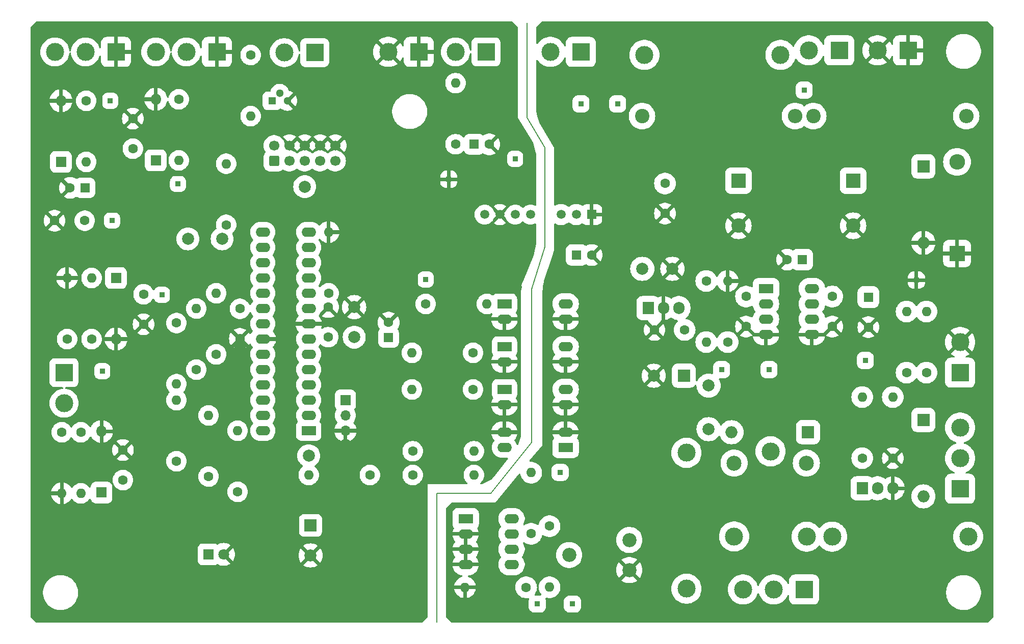
<source format=gbr>
%TF.GenerationSoftware,KiCad,Pcbnew,8.0.4*%
%TF.CreationDate,2024-08-24T16:54:36+02:00*%
%TF.ProjectId,V2.1_board-ecar_isolated,56322e31-5f62-46f6-9172-642d65636172,rev?*%
%TF.SameCoordinates,Original*%
%TF.FileFunction,Copper,L1,Top*%
%TF.FilePolarity,Positive*%
%FSLAX46Y46*%
G04 Gerber Fmt 4.6, Leading zero omitted, Abs format (unit mm)*
G04 Created by KiCad (PCBNEW 8.0.4) date 2024-08-24 16:54:36*
%MOMM*%
%LPD*%
G01*
G04 APERTURE LIST*
G04 Aperture macros list*
%AMRoundRect*
0 Rectangle with rounded corners*
0 $1 Rounding radius*
0 $2 $3 $4 $5 $6 $7 $8 $9 X,Y pos of 4 corners*
0 Add a 4 corners polygon primitive as box body*
4,1,4,$2,$3,$4,$5,$6,$7,$8,$9,$2,$3,0*
0 Add four circle primitives for the rounded corners*
1,1,$1+$1,$2,$3*
1,1,$1+$1,$4,$5*
1,1,$1+$1,$6,$7*
1,1,$1+$1,$8,$9*
0 Add four rect primitives between the rounded corners*
20,1,$1+$1,$2,$3,$4,$5,0*
20,1,$1+$1,$4,$5,$6,$7,0*
20,1,$1+$1,$6,$7,$8,$9,0*
20,1,$1+$1,$8,$9,$2,$3,0*%
G04 Aperture macros list end*
%TA.AperFunction,NonConductor*%
%ADD10C,0.200000*%
%TD*%
%TA.AperFunction,ComponentPad*%
%ADD11R,0.850000X0.850000*%
%TD*%
%TA.AperFunction,ComponentPad*%
%ADD12C,1.600000*%
%TD*%
%TA.AperFunction,ComponentPad*%
%ADD13O,1.600000X1.600000*%
%TD*%
%TA.AperFunction,ComponentPad*%
%ADD14R,2.600000X2.600000*%
%TD*%
%TA.AperFunction,ComponentPad*%
%ADD15O,2.600000X2.600000*%
%TD*%
%TA.AperFunction,ComponentPad*%
%ADD16R,2.000000X2.000000*%
%TD*%
%TA.AperFunction,ComponentPad*%
%ADD17C,2.000000*%
%TD*%
%TA.AperFunction,ComponentPad*%
%ADD18O,2.000000X2.000000*%
%TD*%
%TA.AperFunction,ComponentPad*%
%ADD19R,1.800000X1.800000*%
%TD*%
%TA.AperFunction,ComponentPad*%
%ADD20C,1.800000*%
%TD*%
%TA.AperFunction,ComponentPad*%
%ADD21R,3.000000X3.000000*%
%TD*%
%TA.AperFunction,ComponentPad*%
%ADD22C,3.000000*%
%TD*%
%TA.AperFunction,ComponentPad*%
%ADD23R,2.400000X1.600000*%
%TD*%
%TA.AperFunction,ComponentPad*%
%ADD24O,2.400000X1.600000*%
%TD*%
%TA.AperFunction,ComponentPad*%
%ADD25R,1.600000X1.600000*%
%TD*%
%TA.AperFunction,ComponentPad*%
%ADD26O,1.800000X1.800000*%
%TD*%
%TA.AperFunction,ComponentPad*%
%ADD27R,2.400000X2.400000*%
%TD*%
%TA.AperFunction,ComponentPad*%
%ADD28C,2.400000*%
%TD*%
%TA.AperFunction,ComponentPad*%
%ADD29R,1.905000X2.000000*%
%TD*%
%TA.AperFunction,ComponentPad*%
%ADD30O,1.905000X2.000000*%
%TD*%
%TA.AperFunction,ComponentPad*%
%ADD31C,2.500000*%
%TD*%
%TA.AperFunction,ComponentPad*%
%ADD32R,1.700000X1.700000*%
%TD*%
%TA.AperFunction,ComponentPad*%
%ADD33O,1.700000X1.700000*%
%TD*%
%TA.AperFunction,ComponentPad*%
%ADD34C,1.700000*%
%TD*%
%TA.AperFunction,ComponentPad*%
%ADD35RoundRect,0.250000X0.600000X-0.600000X0.600000X0.600000X-0.600000X0.600000X-0.600000X-0.600000X0*%
%TD*%
%TA.AperFunction,ComponentPad*%
%ADD36R,1.508000X1.508000*%
%TD*%
%TA.AperFunction,ComponentPad*%
%ADD37C,1.508000*%
%TD*%
%TA.AperFunction,ComponentPad*%
%ADD38C,2.340000*%
%TD*%
%TA.AperFunction,ComponentPad*%
%ADD39R,1.300000X1.300000*%
%TD*%
%TA.AperFunction,ComponentPad*%
%ADD40C,1.300000*%
%TD*%
%TA.AperFunction,ComponentPad*%
%ADD41O,2.400000X2.400000*%
%TD*%
%TA.AperFunction,ViaPad*%
%ADD42C,2.500000*%
%TD*%
%TA.AperFunction,ViaPad*%
%ADD43C,2.000000*%
%TD*%
G04 APERTURE END LIST*
D10*
X83250000Y-70000000D02*
X76500000Y-78500000D01*
X83250000Y-44500000D02*
X83250000Y-70000000D01*
X85500000Y-37500000D02*
X83250000Y-44500000D01*
X85500000Y-21000000D02*
X85500000Y-37500000D01*
X82500000Y-16000000D02*
X85500000Y-21000000D01*
X82500000Y-250000D02*
X82500000Y-16000000D01*
X76500000Y-78500000D02*
X67500000Y-78500000D01*
X67500000Y-78500000D02*
X67500000Y-99900000D01*
D11*
%TO.P,TP11,1,1*%
%TO.N,Net-(J17-Pin_1)*%
X11938000Y-58166000D03*
%TD*%
%TO.P,TP10,1,1*%
%TO.N,Net-(D12-K)*%
X21844000Y-45466000D03*
%TD*%
%TO.P,TP9,1,1*%
%TO.N,Net-(OC4-Pad1)*%
X88000000Y-75000000D03*
%TD*%
%TO.P,TP8,1,1*%
%TO.N,Net-(U4B-+)*%
X90043000Y-96901000D03*
%TD*%
%TO.P,TP7,1,1*%
%TO.N,Net-(U4B--)*%
X84201000Y-96901000D03*
%TD*%
%TO.P,TP6,1,1*%
%TO.N,Net-(F1-Pad2)*%
X97536000Y-13716000D03*
%TD*%
D12*
%TO.P,R33,1*%
%TO.N,/battery-threshold*%
X63500000Y-71475600D03*
D13*
%TO.P,R33,2*%
%TO.N,Net-(OC4-Pad4)*%
X73660000Y-71475600D03*
%TD*%
D14*
%TO.P,D3,1,A1*%
%TO.N,GNDPWR*%
X153924000Y-38608000D03*
D15*
%TO.P,D3,2,A2*%
%TO.N,+24V filtered*%
X153924000Y-23368000D03*
%TD*%
D11*
%TO.P,J10,1,Pin_1*%
%TO.N,+24V filtered*%
X91440000Y-13716000D03*
%TD*%
%TO.P,TP5,1,1*%
%TO.N,Net-(D5-K)*%
X13563600Y-33121600D03*
%TD*%
D12*
%TO.P,C6,1*%
%TO.N,+5V*%
X34798000Y-47792000D03*
%TO.P,C6,2*%
%TO.N,GND*%
X34798000Y-52792000D03*
%TD*%
%TO.P,R32,1*%
%TO.N,Net-(R32-Pad1)*%
X83185000Y-85217000D03*
D13*
%TO.P,R32,2*%
%TO.N,Net-(OC4-Pad1)*%
X83185000Y-75057000D03*
%TD*%
D11*
%TO.P,J12,1,1*%
%TO.N,+5V*%
X80518000Y-22860000D03*
%TD*%
D16*
%TO.P,BZ1,1,+*%
%TO.N,Net-(BZ1-+)*%
X46532800Y-83820000D03*
D17*
%TO.P,BZ1,2,-*%
%TO.N,GND*%
X46532800Y-88820000D03*
%TD*%
D16*
%TO.P,D11,1,K*%
%TO.N,+24V filtered*%
X129159000Y-68326000D03*
D18*
%TO.P,D11,2,A*%
%TO.N,Net-(D11-A)*%
X116459000Y-68326000D03*
%TD*%
D12*
%TO.P,R28,1*%
%TO.N,Net-(OC2-Pad1)*%
X73533000Y-55118000D03*
D13*
%TO.P,R28,2*%
%TO.N,/Mosfet (fan)*%
X63373000Y-55118000D03*
%TD*%
D19*
%TO.P,D4,1,A*%
%TO.N,Net-(D4-A)*%
X29560600Y-88646000D03*
D20*
%TO.P,D4,2,K*%
%TO.N,GND*%
X32100600Y-88646000D03*
%TD*%
D21*
%TO.P,J24,1,Pin_1*%
%TO.N,Net-(D9-A)*%
X154432000Y-77724000D03*
D22*
%TO.P,J24,2,Pin_2*%
%TO.N,Net-(D9-K)*%
X154432000Y-72644000D03*
%TO.P,J24,3,Pin_3*%
%TO.N,+24V filtered*%
X154432000Y-67564000D03*
%TD*%
D11*
%TO.P,TP3,1,1*%
%TO.N,Net-(U3-INPUT)*%
X122682000Y-57912000D03*
%TD*%
D12*
%TO.P,R23,1*%
%TO.N,Net-(J17-Pin_2)*%
X5207000Y-68326000D03*
D13*
%TO.P,R23,2*%
%TO.N,GND*%
X5207000Y-78486000D03*
%TD*%
D23*
%TO.P,OC4,1*%
%TO.N,Net-(OC4-Pad1)*%
X88895000Y-70871000D03*
D24*
%TO.P,OC4,2*%
%TO.N,GNDPWR*%
X88895000Y-68331000D03*
%TO.P,OC4,3*%
%TO.N,GND*%
X78735000Y-68331000D03*
%TO.P,OC4,4*%
%TO.N,Net-(OC4-Pad4)*%
X78735000Y-70871000D03*
%TD*%
D12*
%TO.P,R24,1*%
%TO.N,Net-(J17-Pin_1)*%
X10160000Y-52832000D03*
D13*
%TO.P,R24,2*%
%TO.N,Net-(D12-K)*%
X10160000Y-42672000D03*
%TD*%
%TO.P,R19,2*%
%TO.N,Net-(Q2-G)*%
X143256000Y-62484000D03*
D12*
%TO.P,R19,1*%
%TO.N,GNDPWR*%
X143256000Y-72644000D03*
%TD*%
%TO.P,C16,2*%
%TO.N,GND*%
X76224888Y-20447000D03*
D25*
%TO.P,C16,1*%
%TO.N,+5V*%
X73724888Y-20447000D03*
%TD*%
D12*
%TO.P,R14,1*%
%TO.N,Net-(J13-Pin_2)*%
X24638000Y-12954000D03*
D13*
%TO.P,R14,2*%
%TO.N,Net-(D6-K)*%
X24638000Y-23114000D03*
%TD*%
D19*
%TO.P,D5,1,K*%
%TO.N,Net-(D5-K)*%
X5080000Y-23368000D03*
D26*
%TO.P,D5,2,A*%
%TO.N,GND*%
X5080000Y-13208000D03*
%TD*%
D25*
%TO.P,C13,1*%
%TO.N,+18V*%
X128205112Y-39624000D03*
D12*
%TO.P,C13,2*%
%TO.N,GNDPWR*%
X125705112Y-39624000D03*
%TD*%
%TO.P,R11,1*%
%TO.N,/analog0 (gas)*%
X27559000Y-57912000D03*
D13*
%TO.P,R11,2*%
%TO.N,Net-(D5-K)*%
X27559000Y-47752000D03*
%TD*%
D12*
%TO.P,C12,1*%
%TO.N,+18V*%
X133197600Y-45749200D03*
%TO.P,C12,2*%
%TO.N,GNDPWR*%
X133197600Y-50749200D03*
%TD*%
%TO.P,R9,1*%
%TO.N,+18V*%
X112268000Y-43180000D03*
D13*
%TO.P,R9,2*%
%TO.N,Net-(U3-INPUT)*%
X112268000Y-53340000D03*
%TD*%
D19*
%TO.P,D6,1,K*%
%TO.N,Net-(D6-K)*%
X20828000Y-23114000D03*
D26*
%TO.P,D6,2,A*%
%TO.N,GND*%
X20828000Y-12954000D03*
%TD*%
D17*
%TO.P,C2,1*%
%TO.N,+24V filtered*%
X101640000Y-41148000D03*
%TO.P,C2,2*%
%TO.N,GNDPWR*%
X106640000Y-41148000D03*
%TD*%
D12*
%TO.P,R30,1*%
%TO.N,+24V filtered*%
X86233000Y-83947000D03*
D13*
%TO.P,R30,2*%
%TO.N,Net-(U4B--)*%
X86233000Y-94107000D03*
%TD*%
D23*
%TO.P,OC1,1*%
%TO.N,Net-(OC1-Pad1)*%
X78745000Y-46985000D03*
D24*
%TO.P,OC1,2*%
%TO.N,GND*%
X78745000Y-49525000D03*
%TO.P,OC1,3*%
%TO.N,GNDPWR*%
X88905000Y-49525000D03*
%TO.P,OC1,4*%
%TO.N,Net-(U3-INPUT)*%
X88905000Y-46985000D03*
%TD*%
D12*
%TO.P,C18,1*%
%TO.N,Net-(D13-K)*%
X15367000Y-76287000D03*
%TO.P,C18,2*%
%TO.N,GND*%
X15367000Y-71287000D03*
%TD*%
D27*
%TO.P,C9,1*%
%TO.N,+24V filtered*%
X136652000Y-26494220D03*
D28*
%TO.P,C9,2*%
%TO.N,GNDPWR*%
X136652000Y-33994220D03*
%TD*%
D12*
%TO.P,R4,1*%
%TO.N,+5V*%
X56388000Y-75438000D03*
D13*
%TO.P,R4,2*%
%TO.N,/RESET*%
X46228000Y-75438000D03*
%TD*%
D21*
%TO.P,J18,1,Pin_1*%
%TO.N,Net-(J18-Pin_1)*%
X128524000Y-94488000D03*
D22*
%TO.P,J18,2,Pin_2*%
%TO.N,Net-(J18-Pin_2)*%
X123444000Y-94488000D03*
%TO.P,J18,3,Pin_3*%
%TO.N,Net-(J18-Pin_3)*%
X118364000Y-94488000D03*
%TD*%
D27*
%TO.P,C4,1*%
%TO.N,+24V filtered*%
X117602000Y-26494220D03*
D28*
%TO.P,C4,2*%
%TO.N,GNDPWR*%
X117602000Y-33994220D03*
%TD*%
D12*
%TO.P,C17,1*%
%TO.N,Net-(D12-K)*%
X18796000Y-45379000D03*
%TO.P,C17,2*%
%TO.N,GND*%
X18796000Y-50379000D03*
%TD*%
%TO.P,R7,1*%
%TO.N,Net-(D4-A)*%
X29591000Y-75692000D03*
D13*
%TO.P,R7,2*%
%TO.N,/LED*%
X29591000Y-65532000D03*
%TD*%
D22*
%TO.P,J2,2,Pin_2*%
%TO.N,GNDPWR*%
X140716000Y-4826000D03*
D21*
%TO.P,J2,1,Pin_1*%
X145796000Y-4826000D03*
%TD*%
D12*
%TO.P,R18,1*%
%TO.N,Net-(Q2-G)*%
X138176000Y-72644000D03*
D13*
%TO.P,R18,2*%
%TO.N,+24V filtered*%
X138176000Y-62484000D03*
%TD*%
D16*
%TO.P,C19,1*%
%TO.N,+18V*%
X108539677Y-58928000D03*
D17*
%TO.P,C19,2*%
%TO.N,GNDPWR*%
X103539677Y-58928000D03*
%TD*%
D12*
%TO.P,C15,1*%
%TO.N,Net-(D6-K)*%
X17018000Y-21169000D03*
%TO.P,C15,2*%
%TO.N,GND*%
X17018000Y-16169000D03*
%TD*%
D22*
%TO.P,F4,1*%
%TO.N,Net-(Q2-D)*%
X133175200Y-85699600D03*
%TO.P,F4,2*%
%TO.N,Net-(D9-A)*%
X155775200Y-85699600D03*
%TD*%
D29*
%TO.P,U1,1,IN*%
%TO.N,+24V filtered*%
X102616000Y-47681000D03*
D30*
%TO.P,U1,2,GND*%
%TO.N,GNDPWR*%
X105156000Y-47681000D03*
%TO.P,U1,3,OUT*%
%TO.N,+18V*%
X107696000Y-47681000D03*
%TD*%
D23*
%TO.P,OC3,1*%
%TO.N,Net-(OC3-Pad1)*%
X78745000Y-61209000D03*
D24*
%TO.P,OC3,2*%
%TO.N,GND*%
X78745000Y-63749000D03*
%TO.P,OC3,3*%
%TO.N,GNDPWR*%
X88905000Y-63749000D03*
%TO.P,OC3,4*%
%TO.N,Net-(D11-A)*%
X88905000Y-61209000D03*
%TD*%
D21*
%TO.P,J6,1,Pin_1*%
%TO.N,+5V*%
X47244000Y-5207000D03*
D22*
%TO.P,J6,2,Pin_2*%
%TO.N,Net-(J6-Pin_2)*%
X42164000Y-5207000D03*
%TD*%
D23*
%TO.P,OC2,1*%
%TO.N,Net-(OC2-Pad1)*%
X78745000Y-54097000D03*
D24*
%TO.P,OC2,2*%
%TO.N,GND*%
X78745000Y-56637000D03*
%TO.P,OC2,3*%
%TO.N,GNDPWR*%
X88905000Y-56637000D03*
%TO.P,OC2,4*%
%TO.N,Net-(Q2-G)*%
X88905000Y-54097000D03*
%TD*%
D29*
%TO.P,Q2,1,G*%
%TO.N,Net-(Q2-G)*%
X138176000Y-77653000D03*
D30*
%TO.P,Q2,2,D*%
%TO.N,Net-(Q2-D)*%
X140716000Y-77653000D03*
%TO.P,Q2,3,S*%
%TO.N,GNDPWR*%
X143256000Y-77653000D03*
%TD*%
D23*
%TO.P,U4,1*%
%TO.N,unconnected-(U4-Pad1)*%
X72295000Y-82704000D03*
D24*
%TO.P,U4,2,-*%
%TO.N,GNDPWR*%
X72295000Y-85244000D03*
%TO.P,U4,3,+*%
X72295000Y-87784000D03*
%TO.P,U4,4,V-*%
X72295000Y-90324000D03*
%TO.P,U4,5,+*%
%TO.N,Net-(U4B-+)*%
X79915000Y-90324000D03*
%TO.P,U4,6,-*%
%TO.N,Net-(U4B--)*%
X79915000Y-87784000D03*
%TO.P,U4,7*%
%TO.N,Net-(R32-Pad1)*%
X79915000Y-85244000D03*
%TO.P,U4,8,V+*%
%TO.N,+18V*%
X79915000Y-82704000D03*
%TD*%
D16*
%TO.P,D1,1,K*%
%TO.N,+24V filtered*%
X148336000Y-24130000D03*
D18*
%TO.P,D1,2,A*%
%TO.N,GNDPWR*%
X148336000Y-36830000D03*
%TD*%
D22*
%TO.P,F1,1*%
%TO.N,+BATT*%
X124584000Y-5588000D03*
%TO.P,F1,2*%
%TO.N,Net-(F1-Pad2)*%
X101984000Y-5588000D03*
%TD*%
D21*
%TO.P,J14,1,Pin_1*%
%TO.N,Net-(J14-Pin_1)*%
X154432000Y-58420000D03*
D22*
%TO.P,J14,2,Pin_2*%
%TO.N,GNDPWR*%
X154432000Y-53340000D03*
%TD*%
D12*
%TO.P,R10,1*%
%TO.N,Net-(U3-INPUT)*%
X115824000Y-53340000D03*
D13*
%TO.P,R10,2*%
%TO.N,GNDPWR*%
X115824000Y-43180000D03*
%TD*%
D12*
%TO.P,C10,1*%
%TO.N,+24V filtered*%
X105410000Y-26964000D03*
%TO.P,C10,2*%
%TO.N,GNDPWR*%
X105410000Y-31964000D03*
%TD*%
%TO.P,R5,1*%
%TO.N,/LED-ext*%
X32512000Y-33832800D03*
D13*
%TO.P,R5,2*%
%TO.N,Net-(Q1-B)*%
X32512000Y-23672800D03*
%TD*%
D12*
%TO.P,R8,1*%
%TO.N,Net-(J6-Pin_2)*%
X36576000Y-5588000D03*
D13*
%TO.P,R8,2*%
%TO.N,Net-(Q1-C)*%
X36576000Y-15748000D03*
%TD*%
D19*
%TO.P,D13,1,K*%
%TO.N,Net-(D13-K)*%
X11811000Y-78359000D03*
D26*
%TO.P,D13,2,A*%
%TO.N,GND*%
X11811000Y-68199000D03*
%TD*%
D11*
%TO.P,TP4,1,1*%
%TO.N,Net-(J7-Pin_2)*%
X13258800Y-13208000D03*
%TD*%
D16*
%TO.P,D9,1,K*%
%TO.N,Net-(D9-K)*%
X148336000Y-66294000D03*
D18*
%TO.P,D9,2,A*%
%TO.N,Net-(D9-A)*%
X148336000Y-78994000D03*
%TD*%
D17*
%TO.P,C20,1*%
%TO.N,+5V*%
X53785887Y-52515887D03*
%TO.P,C20,2*%
%TO.N,GND*%
X53785887Y-47515887D03*
%TD*%
D21*
%TO.P,J1,1,Pin_1*%
%TO.N,+BATT*%
X134366000Y-4826000D03*
D22*
%TO.P,J1,2,Pin_2*%
X129286000Y-4826000D03*
%TD*%
D12*
%TO.P,R16,1*%
%TO.N,+5V*%
X63500000Y-75438000D03*
D13*
%TO.P,R16,2*%
%TO.N,Net-(OC4-Pad4)*%
X73660000Y-75438000D03*
%TD*%
D22*
%TO.P,K1,1*%
%TO.N,Net-(F3-Pad1)*%
X122936000Y-71510000D03*
D31*
%TO.P,K1,2*%
%TO.N,Net-(D11-A)*%
X116886000Y-73460000D03*
D22*
%TO.P,K1,3*%
%TO.N,Net-(J18-Pin_3)*%
X116886000Y-85660000D03*
%TO.P,K1,4*%
%TO.N,Net-(J18-Pin_1)*%
X128936000Y-85710000D03*
D31*
%TO.P,K1,5*%
%TO.N,+24V filtered*%
X128886000Y-73460000D03*
%TD*%
D25*
%TO.P,C14,1*%
%TO.N,+18V*%
X139192000Y-45857349D03*
D12*
%TO.P,C14,2*%
%TO.N,GNDPWR*%
X139192000Y-50857349D03*
%TD*%
D32*
%TO.P,J16,1,Pin_1*%
%TO.N,/UART_TX*%
X52324000Y-62992000D03*
D33*
%TO.P,J16,2,Pin_2*%
%TO.N,/UART_RX*%
X52324000Y-65532000D03*
%TO.P,J16,3,Pin_3*%
%TO.N,GND*%
X52324000Y-68072000D03*
%TD*%
D11*
%TO.P,J11,1,Pin_1*%
%TO.N,+18V*%
X114808000Y-57912000D03*
%TD*%
D21*
%TO.P,J13,1,Pin_1*%
%TO.N,GND*%
X30988000Y-5080000D03*
D22*
%TO.P,J13,2,Pin_2*%
%TO.N,Net-(J13-Pin_2)*%
X25908000Y-5080000D03*
%TO.P,J13,3,Pin_3*%
%TO.N,+5V*%
X20828000Y-5080000D03*
%TD*%
D12*
%TO.P,R6,1*%
%TO.N,/PWM_0*%
X65659000Y-46990000D03*
D13*
%TO.P,R6,2*%
%TO.N,Net-(OC1-Pad1)*%
X75819000Y-46990000D03*
%TD*%
D34*
%TO.P,P1,10*%
%TO.N,GND*%
X50647600Y-20675600D03*
%TO.P,P1,9*%
%TO.N,/MISO*%
X50647600Y-23215600D03*
%TO.P,P1,8*%
%TO.N,GND*%
X48107600Y-20675600D03*
%TO.P,P1,7*%
%TO.N,/SCK*%
X48107600Y-23215600D03*
%TO.P,P1,6*%
%TO.N,GND*%
X45567600Y-20675600D03*
%TO.P,P1,5*%
%TO.N,/RESET*%
X45567600Y-23215600D03*
%TO.P,P1,4*%
%TO.N,GND*%
X43027600Y-20675600D03*
%TO.P,P1,3*%
%TO.N,unconnected-(P1-Pad3)*%
X43027600Y-23215600D03*
%TO.P,P1,2*%
%TO.N,+5V*%
X40487600Y-20675600D03*
D35*
%TO.P,P1,1*%
%TO.N,/MOSI*%
X40487600Y-23215600D03*
%TD*%
D12*
%TO.P,C3,1*%
%TO.N,+18V*%
X108672000Y-51308000D03*
%TO.P,C3,2*%
%TO.N,GNDPWR*%
X103672000Y-51308000D03*
%TD*%
%TO.P,R27,1*%
%TO.N,Net-(D13-K)*%
X24257000Y-73152000D03*
D13*
%TO.P,R27,2*%
%TO.N,/Switch2*%
X24257000Y-62992000D03*
%TD*%
D23*
%TO.P,IC1,1,PC6(~{RESET})*%
%TO.N,/RESET*%
X46228000Y-68072000D03*
D24*
%TO.P,IC1,2,(RXD)PD0*%
%TO.N,/UART_RX*%
X46228000Y-65532000D03*
%TO.P,IC1,3,(TXD)PD1*%
%TO.N,/UART_TX*%
X46228000Y-62992000D03*
%TO.P,IC1,4,(INT0)PD2*%
%TO.N,/battery-threshold*%
X46228000Y-60452000D03*
%TO.P,IC1,5,(INT1)PD3*%
%TO.N,/Relay (light)*%
X46228000Y-57912000D03*
%TO.P,IC1,6,(XCK/T0)PD4*%
%TO.N,/Mosfet (fan)*%
X46228000Y-55372000D03*
%TO.P,IC1,7,VCC*%
%TO.N,+5V*%
X46228000Y-52832000D03*
%TO.P,IC1,8,GND*%
%TO.N,GND*%
X46228000Y-50292000D03*
%TO.P,IC1,9,PB6(XTAL1/TOSC1)*%
%TO.N,Net-(IC1-PB6(XTAL1{slash}TOSC1))*%
X46228000Y-47752000D03*
%TO.P,IC1,10,PB7(XTAL2/TOSC2)*%
%TO.N,unconnected-(IC1-PB7(XTAL2{slash}TOSC2)-Pad10)*%
X46228000Y-45212000D03*
%TO.P,IC1,11,(T1)PD5*%
%TO.N,unconnected-(IC1-(T1)PD5-Pad11)*%
X46228000Y-42672000D03*
%TO.P,IC1,12,(AIN0)PD6*%
%TO.N,unconnected-(IC1-(AIN0)PD6-Pad12)*%
X46228000Y-40132000D03*
%TO.P,IC1,13,(AIN1)PD7*%
%TO.N,unconnected-(IC1-(AIN1)PD7-Pad13)*%
X46228000Y-37592000D03*
%TO.P,IC1,14,(ICP)PB0*%
%TO.N,unconnected-(IC1-(ICP)PB0-Pad14)*%
X46228000Y-35052000D03*
%TO.P,IC1,15,(OC1A)PB1*%
%TO.N,/PWM_0*%
X38608000Y-35052000D03*
%TO.P,IC1,16,(~{SS}/OC1B)PB2*%
%TO.N,/LED-ext*%
X38608000Y-37592000D03*
%TO.P,IC1,17,(MOSI/OC2)PB3*%
%TO.N,/MOSI*%
X38608000Y-40132000D03*
%TO.P,IC1,18,(MISO)PB4*%
%TO.N,/MISO*%
X38608000Y-42672000D03*
%TO.P,IC1,19,(SCK)PB5*%
%TO.N,/SCK*%
X38608000Y-45212000D03*
%TO.P,IC1,20,AVCC*%
%TO.N,+5V*%
X38608000Y-47752000D03*
%TO.P,IC1,21,AREF*%
%TO.N,unconnected-(IC1-AREF-Pad21)*%
X38608000Y-50292000D03*
%TO.P,IC1,22,AGND*%
%TO.N,GND*%
X38608000Y-52832000D03*
%TO.P,IC1,23,(ADC0)PC0*%
%TO.N,/analog1*%
X38608000Y-55372000D03*
%TO.P,IC1,24,(ADC1)PC1*%
%TO.N,/analog0 (gas)*%
X38608000Y-57912000D03*
%TO.P,IC1,25,(ADC2)PC2*%
%TO.N,/Switch1*%
X38608000Y-60452000D03*
%TO.P,IC1,26,(ADC3)PC3*%
%TO.N,/Switch2*%
X38608000Y-62992000D03*
%TO.P,IC1,27,(ADC4/SDA)PC4*%
%TO.N,/LED*%
X38608000Y-65532000D03*
%TO.P,IC1,28,(ADC5/SCL)PC5*%
%TO.N,/BUZZER*%
X38608000Y-68072000D03*
%TD*%
D25*
%TO.P,C8,1*%
%TO.N,+5V*%
X59500887Y-52578000D03*
D12*
%TO.P,C8,2*%
%TO.N,GND*%
X59500887Y-50078000D03*
%TD*%
D25*
%TO.P,C11,1*%
%TO.N,Net-(D5-K)*%
X9079112Y-27686000D03*
D12*
%TO.P,C11,2*%
%TO.N,GND*%
X6579112Y-27686000D03*
%TD*%
D11*
%TO.P,J9,1,Pin_1*%
%TO.N,+BATT*%
X128524000Y-11430000D03*
%TD*%
D23*
%TO.P,U3,1,Vdd*%
%TO.N,+18V*%
X122184000Y-44460000D03*
D24*
%TO.P,U3,2,INPUT*%
%TO.N,Net-(U3-INPUT)*%
X122184000Y-47000000D03*
%TO.P,U3,3,NC*%
%TO.N,unconnected-(U3-NC-Pad3)*%
X122184000Y-49540000D03*
%TO.P,U3,4,GND*%
%TO.N,GNDPWR*%
X122184000Y-52080000D03*
%TO.P,U3,5,GND*%
X129804000Y-52080000D03*
%TO.P,U3,6,OUT*%
%TO.N,Net-(R17-Pad2)*%
X129804000Y-49540000D03*
%TO.P,U3,7,OUT*%
X129804000Y-47000000D03*
%TO.P,U3,8,Vdd*%
%TO.N,+18V*%
X129804000Y-44460000D03*
%TD*%
D12*
%TO.P,R26,1*%
%TO.N,Net-(D12-K)*%
X24257000Y-50165000D03*
D13*
%TO.P,R26,2*%
%TO.N,/Switch1*%
X24257000Y-60325000D03*
%TD*%
D12*
%TO.P,C21,1*%
%TO.N,+18V*%
X118872000Y-45760000D03*
%TO.P,C21,2*%
%TO.N,GNDPWR*%
X118872000Y-50760000D03*
%TD*%
D36*
%TO.P,PS1,1,-VIN*%
%TO.N,GNDPWR*%
X93228000Y-32134000D03*
D37*
%TO.P,PS1,2,+VIN*%
%TO.N,+24V filtered*%
X90688000Y-32134000D03*
%TO.P,PS1,3,CTRL*%
%TO.N,unconnected-(PS1-CTRL-Pad3)*%
X88148000Y-32134000D03*
%TO.P,PS1,5,NC*%
%TO.N,unconnected-(PS1-NC-Pad5)*%
X83068000Y-32134000D03*
%TO.P,PS1,6,+VOUT*%
%TO.N,+5V*%
X80528000Y-32134000D03*
%TO.P,PS1,7,-VOUT*%
%TO.N,GND*%
X77988000Y-32134000D03*
%TO.P,PS1,8,NC1*%
%TO.N,unconnected-(PS1-NC1-Pad8)*%
X75448000Y-32134000D03*
%TD*%
D11*
%TO.P,TP2,1,1*%
%TO.N,GNDPWR*%
X147167600Y-43027600D03*
%TD*%
D21*
%TO.P,J7,1,Pin_1*%
%TO.N,GND*%
X14224000Y-5080000D03*
D22*
%TO.P,J7,2,Pin_2*%
%TO.N,Net-(J7-Pin_2)*%
X9144000Y-5080000D03*
%TO.P,J7,3,Pin_3*%
%TO.N,+5V*%
X4064000Y-5080000D03*
%TD*%
D12*
%TO.P,C1,1*%
%TO.N,Net-(D5-K)*%
X9017000Y-33147000D03*
%TO.P,C1,2*%
%TO.N,GND*%
X4017000Y-33147000D03*
%TD*%
D11*
%TO.P,TP1,1,1*%
%TO.N,GND*%
X69494400Y-26263600D03*
%TD*%
D12*
%TO.P,R12,1*%
%TO.N,/analog1*%
X30861000Y-55372000D03*
D13*
%TO.P,R12,2*%
%TO.N,Net-(D6-K)*%
X30861000Y-45212000D03*
%TD*%
D21*
%TO.P,J23,1,Pin_1*%
%TO.N,+24V filtered*%
X91440000Y-5080000D03*
D22*
%TO.P,J23,2,Pin_2*%
X86360000Y-5080000D03*
%TD*%
D11*
%TO.P,J8,1,Pin_1*%
%TO.N,Net-(J14-Pin_1)*%
X138684000Y-56388000D03*
%TD*%
D12*
%TO.P,R31,1*%
%TO.N,Net-(U4B--)*%
X82343000Y-94124000D03*
D13*
%TO.P,R31,2*%
%TO.N,GNDPWR*%
X72183000Y-94124000D03*
%TD*%
D21*
%TO.P,J4,1,Pin_1*%
%TO.N,GND*%
X64516000Y-5080000D03*
D22*
%TO.P,J4,2,Pin_2*%
X59436000Y-5080000D03*
%TD*%
D38*
%TO.P,RV1,1,1*%
%TO.N,+18V*%
X99488000Y-86250000D03*
%TO.P,RV1,2,2*%
%TO.N,Net-(U4B-+)*%
X89488000Y-88750000D03*
%TO.P,RV1,3,3*%
%TO.N,GNDPWR*%
X99488000Y-91250000D03*
%TD*%
D12*
%TO.P,R17,1*%
%TO.N,Net-(J14-Pin_1)*%
X148844000Y-58420000D03*
D13*
%TO.P,R17,2*%
%TO.N,Net-(R17-Pad2)*%
X148844000Y-48260000D03*
%TD*%
D12*
%TO.P,R22,1*%
%TO.N,Net-(J17-Pin_1)*%
X6096000Y-52832000D03*
D13*
%TO.P,R22,2*%
%TO.N,GND*%
X6096000Y-42672000D03*
%TD*%
D11*
%TO.P,J5,1,Pin_1*%
%TO.N,/PWM_0*%
X65684400Y-42926000D03*
%TD*%
D12*
%TO.P,C7,1*%
%TO.N,+5V*%
X49467887Y-52515887D03*
%TO.P,C7,2*%
%TO.N,GND*%
X49467887Y-47515887D03*
%TD*%
D19*
%TO.P,D12,1,K*%
%TO.N,Net-(D12-K)*%
X14224000Y-42672000D03*
D26*
%TO.P,D12,2,A*%
%TO.N,GND*%
X14224000Y-52832000D03*
%TD*%
D11*
%TO.P,J21,1,Pin_1*%
%TO.N,Net-(D6-K)*%
X24511000Y-27051000D03*
%TD*%
D12*
%TO.P,R13,1*%
%TO.N,Net-(J7-Pin_2)*%
X9271000Y-13208000D03*
D13*
%TO.P,R13,2*%
%TO.N,Net-(D5-K)*%
X9271000Y-23368000D03*
%TD*%
D12*
%TO.P,R20,1*%
%TO.N,Net-(J14-Pin_1)*%
X145542000Y-58420000D03*
D13*
%TO.P,R20,2*%
%TO.N,Net-(R17-Pad2)*%
X145542000Y-48260000D03*
%TD*%
D39*
%TO.P,Q1,1,C*%
%TO.N,Net-(Q1-C)*%
X40132000Y-13208000D03*
D40*
%TO.P,Q1,2,B*%
%TO.N,Net-(Q1-B)*%
X41412000Y-11938000D03*
%TO.P,Q1,3,E*%
%TO.N,GND*%
X42672000Y-13208000D03*
%TD*%
D28*
%TO.P,R1,1*%
%TO.N,Net-(F1-Pad2)*%
X101600000Y-15748000D03*
D41*
%TO.P,R1,2*%
%TO.N,Net-(R1-Pad2)*%
X127000000Y-15748000D03*
%TD*%
D28*
%TO.P,R3,1*%
%TO.N,Net-(R1-Pad2)*%
X130048000Y-15748000D03*
D41*
%TO.P,R3,2*%
%TO.N,+24V filtered*%
X155448000Y-15748000D03*
%TD*%
D22*
%TO.P,F3,1*%
%TO.N,Net-(F3-Pad1)*%
X108966000Y-71758000D03*
%TO.P,F3,2*%
%TO.N,Net-(J18-Pin_2)*%
X108966000Y-94358000D03*
%TD*%
D25*
%TO.P,C5,1*%
%TO.N,+24V filtered*%
X90742888Y-38862000D03*
D12*
%TO.P,C5,2*%
%TO.N,GNDPWR*%
X93242888Y-38862000D03*
%TD*%
D21*
%TO.P,J17,1,Pin_1*%
%TO.N,Net-(J17-Pin_1)*%
X5588000Y-58420000D03*
D22*
%TO.P,J17,2,Pin_2*%
%TO.N,Net-(J17-Pin_2)*%
X5588000Y-63500000D03*
%TD*%
D12*
%TO.P,R25,1*%
%TO.N,Net-(J17-Pin_2)*%
X8382000Y-68326000D03*
D13*
%TO.P,R25,2*%
%TO.N,Net-(D13-K)*%
X8382000Y-78486000D03*
%TD*%
D12*
%TO.P,R21,1*%
%TO.N,Net-(OC3-Pad1)*%
X73533000Y-61214000D03*
D13*
%TO.P,R21,2*%
%TO.N,/Relay (light)*%
X63373000Y-61214000D03*
%TD*%
D12*
%TO.P,R2,1*%
%TO.N,Net-(BZ1-+)*%
X34417000Y-78232000D03*
D13*
%TO.P,R2,2*%
%TO.N,/BUZZER*%
X34417000Y-68072000D03*
%TD*%
D22*
%TO.P,J19,2,Pin_2*%
%TO.N,Net-(J19-Pin_2)*%
X70612000Y-5080000D03*
D21*
%TO.P,J19,1,Pin_1*%
%TO.N,+5V*%
X75692000Y-5080000D03*
%TD*%
D12*
%TO.P,R29,1*%
%TO.N,+5V*%
X70612000Y-20421600D03*
D13*
%TO.P,R29,2*%
%TO.N,Net-(J19-Pin_2)*%
X70612000Y-10261600D03*
%TD*%
D12*
%TO.P,R15,1*%
%TO.N,Net-(IC1-PB6(XTAL1{slash}TOSC1))*%
X49530000Y-45212000D03*
D13*
%TO.P,R15,2*%
%TO.N,GND*%
X49530000Y-35052000D03*
%TD*%
D42*
%TO.N,GNDPWR*%
X143256000Y-10160000D03*
D43*
X113000000Y-48000000D03*
%TO.N,GND*%
X76301600Y-14173200D03*
%TO.N,/RESET*%
X46228000Y-72237600D03*
%TO.N,/MOSI*%
X26162000Y-36169600D03*
X31851600Y-36169600D03*
%TO.N,/RESET*%
X45567600Y-27482800D03*
%TO.N,GND*%
X57810400Y-20675600D03*
X34798000Y-54457600D03*
X36677600Y-88646000D03*
X52324000Y-70485000D03*
X80645000Y-44196000D03*
X63373000Y-50038000D03*
X45720000Y-13208000D03*
X77978000Y-36830000D03*
%TO.N,GNDPWR*%
X86106000Y-44069000D03*
%TO.N,+18V*%
X112649000Y-67818000D03*
X112649000Y-60579000D03*
%TO.N,GNDPWR*%
X101600000Y-32004000D03*
X126238000Y-55626000D03*
X99060000Y-58928000D03*
%TD*%
%TA.AperFunction,Conductor*%
%TO.N,GND*%
G36*
X45101675Y-20868593D02*
G01*
X45167501Y-20982607D01*
X45260593Y-21075699D01*
X45374607Y-21141525D01*
X45493957Y-21173505D01*
X45183266Y-21484196D01*
X45121826Y-21521217D01*
X44926288Y-21581533D01*
X44926267Y-21581541D01*
X44689900Y-21695369D01*
X44473115Y-21843171D01*
X44398945Y-21911991D01*
X44330755Y-21948030D01*
X44253681Y-21945146D01*
X44196255Y-21911991D01*
X44122084Y-21843171D01*
X44122081Y-21843169D01*
X44122079Y-21843167D01*
X43905304Y-21695372D01*
X43905301Y-21695371D01*
X43905299Y-21695369D01*
X43668932Y-21581541D01*
X43668928Y-21581539D01*
X43668923Y-21581537D01*
X43668915Y-21581534D01*
X43668911Y-21581533D01*
X43473372Y-21521217D01*
X43411932Y-21484196D01*
X43101241Y-21173505D01*
X43220593Y-21141525D01*
X43334607Y-21075699D01*
X43427699Y-20982607D01*
X43493525Y-20868593D01*
X43525505Y-20749241D01*
X44297600Y-21521336D01*
X45069694Y-20749241D01*
X45101675Y-20868593D01*
G37*
%TD.AperFunction*%
%TA.AperFunction,Conductor*%
G36*
X47641675Y-20868593D02*
G01*
X47707501Y-20982607D01*
X47800593Y-21075699D01*
X47914607Y-21141525D01*
X48033957Y-21173505D01*
X47723266Y-21484196D01*
X47661826Y-21521217D01*
X47466288Y-21581533D01*
X47466267Y-21581541D01*
X47229900Y-21695369D01*
X47013115Y-21843171D01*
X46938945Y-21911991D01*
X46870755Y-21948030D01*
X46793681Y-21945146D01*
X46736255Y-21911991D01*
X46662084Y-21843171D01*
X46662081Y-21843169D01*
X46662079Y-21843167D01*
X46445304Y-21695372D01*
X46445301Y-21695371D01*
X46445299Y-21695369D01*
X46208932Y-21581541D01*
X46208928Y-21581539D01*
X46208923Y-21581537D01*
X46208915Y-21581534D01*
X46208911Y-21581533D01*
X46013372Y-21521217D01*
X45951932Y-21484196D01*
X45641241Y-21173505D01*
X45760593Y-21141525D01*
X45874607Y-21075699D01*
X45967699Y-20982607D01*
X46033525Y-20868593D01*
X46065505Y-20749241D01*
X46837600Y-21521336D01*
X47609694Y-20749241D01*
X47641675Y-20868593D01*
G37*
%TD.AperFunction*%
%TA.AperFunction,Conductor*%
G36*
X50181675Y-20868593D02*
G01*
X50247501Y-20982607D01*
X50340593Y-21075699D01*
X50454607Y-21141525D01*
X50573957Y-21173505D01*
X50263266Y-21484196D01*
X50201826Y-21521217D01*
X50006288Y-21581533D01*
X50006267Y-21581541D01*
X49769900Y-21695369D01*
X49553115Y-21843171D01*
X49478945Y-21911991D01*
X49410755Y-21948030D01*
X49333681Y-21945146D01*
X49276255Y-21911991D01*
X49202084Y-21843171D01*
X49202081Y-21843169D01*
X49202079Y-21843167D01*
X48985304Y-21695372D01*
X48985301Y-21695371D01*
X48985299Y-21695369D01*
X48748932Y-21581541D01*
X48748928Y-21581539D01*
X48748923Y-21581537D01*
X48748915Y-21581534D01*
X48748911Y-21581533D01*
X48553372Y-21521217D01*
X48491932Y-21484196D01*
X48181241Y-21173505D01*
X48300593Y-21141525D01*
X48414607Y-21075699D01*
X48507699Y-20982607D01*
X48573525Y-20868593D01*
X48605505Y-20749241D01*
X49377600Y-21521336D01*
X50149694Y-20749241D01*
X50181675Y-20868593D01*
G37*
%TD.AperFunction*%
%TA.AperFunction,Conductor*%
G36*
X80012782Y-19962D02*
G01*
X80043641Y-43641D01*
X80956359Y-956359D01*
X80994923Y-1023154D01*
X81000000Y-1061718D01*
X81000000Y-16000000D01*
X81514494Y-16857491D01*
X81514496Y-16857495D01*
X83475081Y-20125136D01*
X83490909Y-20162023D01*
X83859240Y-21491811D01*
X83952286Y-21827739D01*
X83994594Y-21980482D01*
X84000000Y-22020255D01*
X84000000Y-30506234D01*
X83980038Y-30580734D01*
X83925500Y-30635272D01*
X83851000Y-30655234D01*
X83793981Y-30643892D01*
X83580854Y-30555612D01*
X83580839Y-30555607D01*
X83327631Y-30494819D01*
X83327624Y-30494817D01*
X83068000Y-30474384D01*
X82808375Y-30494817D01*
X82808368Y-30494819D01*
X82555160Y-30555607D01*
X82555150Y-30555611D01*
X82314552Y-30655269D01*
X82092504Y-30791340D01*
X81894767Y-30960223D01*
X81825153Y-30993427D01*
X81748262Y-30987375D01*
X81701233Y-30960223D01*
X81587947Y-30863468D01*
X81503498Y-30791342D01*
X81354006Y-30699733D01*
X81281447Y-30655269D01*
X81101502Y-30580734D01*
X81040850Y-30555611D01*
X81040847Y-30555610D01*
X81040839Y-30555607D01*
X80787631Y-30494819D01*
X80787624Y-30494817D01*
X80528000Y-30474384D01*
X80268375Y-30494817D01*
X80268368Y-30494819D01*
X80015160Y-30555607D01*
X80015150Y-30555611D01*
X79774552Y-30655269D01*
X79552503Y-30791340D01*
X79354477Y-30960471D01*
X79354471Y-30960477D01*
X79185340Y-31158503D01*
X79082665Y-31326055D01*
X79069831Y-31347000D01*
X79049269Y-31380554D01*
X79049268Y-31380555D01*
X78978275Y-31551948D01*
X78945976Y-31600287D01*
X78485905Y-32060357D01*
X78453925Y-31941007D01*
X78388099Y-31826993D01*
X78295007Y-31733901D01*
X78180993Y-31668075D01*
X78061640Y-31636093D01*
X78998000Y-30699734D01*
X78867454Y-30610729D01*
X78630614Y-30496673D01*
X78630590Y-30496663D01*
X78379405Y-30419184D01*
X78379399Y-30419182D01*
X78119446Y-30380000D01*
X77856553Y-30380000D01*
X77596600Y-30419182D01*
X77596594Y-30419184D01*
X77345409Y-30496663D01*
X77345385Y-30496673D01*
X77108542Y-30610731D01*
X76977998Y-30699733D01*
X76977998Y-30699734D01*
X77914358Y-31636094D01*
X77795007Y-31668075D01*
X77680993Y-31733901D01*
X77587901Y-31826993D01*
X77522075Y-31941007D01*
X77490094Y-32060358D01*
X77030023Y-31600287D01*
X76997725Y-31551950D01*
X76926729Y-31380550D01*
X76790658Y-31158502D01*
X76621526Y-30960474D01*
X76423498Y-30791342D01*
X76423499Y-30791342D01*
X76423496Y-30791340D01*
X76201447Y-30655269D01*
X76021502Y-30580734D01*
X75960850Y-30555611D01*
X75960847Y-30555610D01*
X75960839Y-30555607D01*
X75707631Y-30494819D01*
X75707624Y-30494817D01*
X75448000Y-30474384D01*
X75188375Y-30494817D01*
X75188368Y-30494819D01*
X74935160Y-30555607D01*
X74935150Y-30555611D01*
X74694552Y-30655269D01*
X74472503Y-30791340D01*
X74274477Y-30960471D01*
X74274471Y-30960477D01*
X74105340Y-31158503D01*
X73969269Y-31380552D01*
X73869611Y-31621150D01*
X73869607Y-31621160D01*
X73808819Y-31874368D01*
X73808817Y-31874375D01*
X73788384Y-32134000D01*
X73808817Y-32393624D01*
X73808819Y-32393631D01*
X73869607Y-32646839D01*
X73869610Y-32646847D01*
X73869611Y-32646850D01*
X73901044Y-32722735D01*
X73969269Y-32887447D01*
X74105340Y-33109496D01*
X74137367Y-33146995D01*
X74274474Y-33307526D01*
X74401525Y-33416038D01*
X74472503Y-33476659D01*
X74542807Y-33519741D01*
X74694550Y-33612729D01*
X74935150Y-33712389D01*
X74935156Y-33712390D01*
X74935160Y-33712392D01*
X75093477Y-33750399D01*
X75188379Y-33773183D01*
X75448000Y-33793616D01*
X75707621Y-33773183D01*
X75865948Y-33735172D01*
X75960839Y-33712392D01*
X75960841Y-33712391D01*
X75960850Y-33712389D01*
X76201450Y-33612729D01*
X76423498Y-33476658D01*
X76621526Y-33307526D01*
X76790658Y-33109498D01*
X76926729Y-32887450D01*
X76997728Y-32716042D01*
X77030022Y-32667712D01*
X77490093Y-32207640D01*
X77522075Y-32326993D01*
X77587901Y-32441007D01*
X77680993Y-32534099D01*
X77795007Y-32599925D01*
X77914358Y-32631905D01*
X76977998Y-33568264D01*
X77108545Y-33657270D01*
X77345385Y-33771326D01*
X77345409Y-33771336D01*
X77596594Y-33848815D01*
X77596600Y-33848817D01*
X77856553Y-33887999D01*
X77856558Y-33888000D01*
X78119442Y-33888000D01*
X78119446Y-33887999D01*
X78379399Y-33848817D01*
X78379405Y-33848815D01*
X78630590Y-33771336D01*
X78630614Y-33771326D01*
X78867456Y-33657269D01*
X78867468Y-33657262D01*
X78998001Y-33568265D01*
X78061641Y-32631905D01*
X78180993Y-32599925D01*
X78295007Y-32534099D01*
X78388099Y-32441007D01*
X78453925Y-32326993D01*
X78485905Y-32207641D01*
X78945975Y-32667711D01*
X78978274Y-32716050D01*
X79049268Y-32887444D01*
X79049271Y-32887450D01*
X79113711Y-32992606D01*
X79185340Y-33109496D01*
X79217367Y-33146995D01*
X79354474Y-33307526D01*
X79481525Y-33416038D01*
X79552503Y-33476659D01*
X79622807Y-33519741D01*
X79774550Y-33612729D01*
X80015150Y-33712389D01*
X80015156Y-33712390D01*
X80015160Y-33712392D01*
X80173477Y-33750399D01*
X80268379Y-33773183D01*
X80528000Y-33793616D01*
X80787621Y-33773183D01*
X80945948Y-33735172D01*
X81040839Y-33712392D01*
X81040841Y-33712391D01*
X81040850Y-33712389D01*
X81281450Y-33612729D01*
X81503498Y-33476658D01*
X81701234Y-33307774D01*
X81770847Y-33274571D01*
X81847737Y-33280622D01*
X81894764Y-33307773D01*
X82021525Y-33416038D01*
X82092503Y-33476659D01*
X82162807Y-33519741D01*
X82314550Y-33612729D01*
X82555150Y-33712389D01*
X82555156Y-33712390D01*
X82555160Y-33712392D01*
X82713477Y-33750399D01*
X82808379Y-33773183D01*
X83068000Y-33793616D01*
X83327621Y-33773183D01*
X83485948Y-33735172D01*
X83580839Y-33712392D01*
X83580841Y-33712391D01*
X83580850Y-33712389D01*
X83793981Y-33624106D01*
X83870448Y-33614040D01*
X83941705Y-33643555D01*
X83988658Y-33704745D01*
X84000000Y-33761765D01*
X84000000Y-36985244D01*
X83997107Y-37014465D01*
X83618277Y-38908612D01*
X83609708Y-38936699D01*
X81884617Y-43076916D01*
X81884616Y-43076917D01*
X81884614Y-43076925D01*
X81500000Y-44000000D01*
X81500000Y-45000000D01*
X81500000Y-45000001D01*
X81500000Y-68974959D01*
X81491816Y-69023662D01*
X81035802Y-70342140D01*
X80992584Y-70406023D01*
X80923216Y-70439738D01*
X80846283Y-70434253D01*
X80782400Y-70391035D01*
X80751062Y-70331997D01*
X80748710Y-70323219D01*
X80726741Y-70270181D01*
X80663405Y-70117274D01*
X80663402Y-70117269D01*
X80663401Y-70117266D01*
X80551950Y-69924229D01*
X80551948Y-69924226D01*
X80429780Y-69765012D01*
X80400266Y-69693758D01*
X80410333Y-69617290D01*
X80442633Y-69568950D01*
X80491210Y-69520373D01*
X80634859Y-69333167D01*
X80752836Y-69128825D01*
X80752837Y-69128823D01*
X80843131Y-68910832D01*
X80904201Y-68682914D01*
X80904203Y-68682901D01*
X80911036Y-68631000D01*
X79000686Y-68631000D01*
X79055080Y-68576606D01*
X79107741Y-68485394D01*
X79135000Y-68383661D01*
X79135000Y-68278339D01*
X79107741Y-68176606D01*
X79055080Y-68085394D01*
X79000686Y-68031000D01*
X79035000Y-68031000D01*
X80911036Y-68031000D01*
X80904203Y-67979098D01*
X80904201Y-67979085D01*
X80843131Y-67751167D01*
X80752837Y-67533176D01*
X80752836Y-67533174D01*
X80634859Y-67328832D01*
X80491209Y-67141625D01*
X80324374Y-66974790D01*
X80137167Y-66831140D01*
X79932825Y-66713163D01*
X79932823Y-66713162D01*
X79714832Y-66622868D01*
X79486914Y-66561798D01*
X79486901Y-66561796D01*
X79252983Y-66531000D01*
X79035000Y-66531000D01*
X79035000Y-68031000D01*
X79000686Y-68031000D01*
X78980606Y-68010920D01*
X78889394Y-67958259D01*
X78787661Y-67931000D01*
X78682339Y-67931000D01*
X78580606Y-67958259D01*
X78489394Y-68010920D01*
X78414920Y-68085394D01*
X78362259Y-68176606D01*
X78335000Y-68278339D01*
X78335000Y-68383661D01*
X78362259Y-68485394D01*
X78414920Y-68576606D01*
X78469314Y-68631000D01*
X76558964Y-68631000D01*
X76565796Y-68682901D01*
X76565798Y-68682914D01*
X76626868Y-68910832D01*
X76717162Y-69128823D01*
X76717163Y-69128825D01*
X76835140Y-69333167D01*
X76978790Y-69520374D01*
X77027366Y-69568950D01*
X77065930Y-69635745D01*
X77065930Y-69712873D01*
X77040218Y-69765013D01*
X76918049Y-69924230D01*
X76806598Y-70117266D01*
X76721288Y-70323221D01*
X76721288Y-70323222D01*
X76663596Y-70538535D01*
X76663593Y-70538552D01*
X76634500Y-70759537D01*
X76634500Y-70982462D01*
X76663593Y-71203447D01*
X76663596Y-71203464D01*
X76721288Y-71418777D01*
X76721288Y-71418778D01*
X76806598Y-71624733D01*
X76918049Y-71817770D01*
X76918051Y-71817773D01*
X76918052Y-71817774D01*
X77053753Y-71994624D01*
X77211376Y-72152247D01*
X77388226Y-72287948D01*
X77388229Y-72287950D01*
X77581266Y-72399401D01*
X77581269Y-72399402D01*
X77581274Y-72399405D01*
X77746030Y-72467649D01*
X77787221Y-72484711D01*
X77894878Y-72513557D01*
X78002537Y-72542404D01*
X78223543Y-72571500D01*
X79172973Y-72571500D01*
X79247473Y-72591462D01*
X79302011Y-72646000D01*
X79321973Y-72720500D01*
X79302011Y-72795000D01*
X79290134Y-72812555D01*
X77227281Y-75438005D01*
X76759899Y-76032855D01*
X76639008Y-76186716D01*
X76586981Y-76228670D01*
X75030840Y-76985010D01*
X74965708Y-77000000D01*
X74856310Y-77000000D01*
X74781810Y-76980038D01*
X74727272Y-76925500D01*
X74707310Y-76851000D01*
X74727272Y-76776500D01*
X74754964Y-76741775D01*
X74778957Y-76719513D01*
X74910050Y-76597877D01*
X75068959Y-76398612D01*
X75196393Y-76177888D01*
X75289508Y-75940637D01*
X75346222Y-75692157D01*
X75357091Y-75547115D01*
X75365268Y-75438005D01*
X75365268Y-75437994D01*
X75346223Y-75183855D01*
X75346222Y-75183853D01*
X75346222Y-75183843D01*
X75289508Y-74935363D01*
X75196393Y-74698112D01*
X75068959Y-74477388D01*
X74974364Y-74358770D01*
X74910053Y-74278126D01*
X74731667Y-74112609D01*
X74723217Y-74104768D01*
X74512634Y-73961195D01*
X74512631Y-73961194D01*
X74512629Y-73961192D01*
X74283013Y-73850615D01*
X74283009Y-73850613D01*
X74283004Y-73850611D01*
X74282996Y-73850608D01*
X74282992Y-73850607D01*
X74039463Y-73775488D01*
X74039461Y-73775487D01*
X73787437Y-73737500D01*
X73787435Y-73737500D01*
X73532565Y-73737500D01*
X73532562Y-73737500D01*
X73280538Y-73775487D01*
X73280536Y-73775488D01*
X73037007Y-73850607D01*
X73036986Y-73850615D01*
X72807370Y-73961192D01*
X72596780Y-74104770D01*
X72409946Y-74278126D01*
X72251045Y-74477382D01*
X72251040Y-74477390D01*
X72123608Y-74698108D01*
X72123605Y-74698115D01*
X72030491Y-74935363D01*
X72030490Y-74935367D01*
X71973779Y-75183835D01*
X71973776Y-75183855D01*
X71954732Y-75437994D01*
X71954732Y-75438005D01*
X71973776Y-75692144D01*
X71973779Y-75692164D01*
X72030490Y-75940632D01*
X72030491Y-75940636D01*
X72123605Y-76177884D01*
X72123608Y-76177891D01*
X72186599Y-76286994D01*
X72251041Y-76398612D01*
X72251045Y-76398617D01*
X72409946Y-76597873D01*
X72409949Y-76597875D01*
X72409950Y-76597877D01*
X72531745Y-76710886D01*
X72565036Y-76741775D01*
X72606070Y-76807081D01*
X72608954Y-76884156D01*
X72572915Y-76952346D01*
X72507609Y-76993380D01*
X72463690Y-77000000D01*
X66000000Y-77000000D01*
X66000000Y-78000000D01*
X66000000Y-98938282D01*
X65980038Y-99012782D01*
X65956359Y-99043641D01*
X65043641Y-99956359D01*
X64976846Y-99994923D01*
X64938282Y-100000000D01*
X1061718Y-100000000D01*
X987218Y-99980038D01*
X956359Y-99956359D01*
X43641Y-99043641D01*
X5077Y-98976846D01*
X0Y-98938282D01*
X0Y-94837111D01*
X2099500Y-94837111D01*
X2099500Y-95162888D01*
X2135976Y-95486622D01*
X2208466Y-95804221D01*
X2208467Y-95804223D01*
X2208468Y-95804227D01*
X2316065Y-96111722D01*
X2457415Y-96405237D01*
X2630739Y-96681081D01*
X2833857Y-96935783D01*
X3064217Y-97166143D01*
X3318919Y-97369261D01*
X3594763Y-97542585D01*
X3888278Y-97683935D01*
X4195773Y-97791532D01*
X4283601Y-97811578D01*
X4513377Y-97864023D01*
X4513380Y-97864023D01*
X4513383Y-97864024D01*
X4837111Y-97900500D01*
X5162889Y-97900500D01*
X5486617Y-97864024D01*
X5486620Y-97864023D01*
X5486622Y-97864023D01*
X5683228Y-97819149D01*
X5804227Y-97791532D01*
X6111722Y-97683935D01*
X6405237Y-97542585D01*
X6681081Y-97369261D01*
X6935783Y-97166143D01*
X7166143Y-96935783D01*
X7369261Y-96681081D01*
X7542585Y-96405237D01*
X7683935Y-96111722D01*
X7791532Y-95804227D01*
X7864024Y-95486617D01*
X7900500Y-95162889D01*
X7900500Y-94837111D01*
X7864024Y-94513383D01*
X7791532Y-94195773D01*
X7683935Y-93888278D01*
X7542585Y-93594763D01*
X7369261Y-93318919D01*
X7166143Y-93064217D01*
X6935783Y-92833857D01*
X6681081Y-92630739D01*
X6681079Y-92630738D01*
X6681077Y-92630736D01*
X6405237Y-92457415D01*
X6111720Y-92316064D01*
X5979828Y-92269913D01*
X5804227Y-92208468D01*
X5804223Y-92208467D01*
X5804221Y-92208466D01*
X5486622Y-92135976D01*
X5162889Y-92099500D01*
X4837111Y-92099500D01*
X4513377Y-92135976D01*
X4195778Y-92208466D01*
X4195776Y-92208467D01*
X3888279Y-92316064D01*
X3594762Y-92457415D01*
X3318922Y-92630736D01*
X3064212Y-92833861D01*
X2833861Y-93064212D01*
X2630736Y-93318922D01*
X2457415Y-93594762D01*
X2316064Y-93888279D01*
X2208467Y-94195776D01*
X2208466Y-94195778D01*
X2135976Y-94513377D01*
X2099500Y-94837111D01*
X0Y-94837111D01*
X0Y-87682985D01*
X27760100Y-87682985D01*
X27760100Y-89609010D01*
X27760101Y-89609017D01*
X27766287Y-89687642D01*
X27766288Y-89687646D01*
X27815279Y-89870486D01*
X27815280Y-89870488D01*
X27901215Y-90039146D01*
X27901221Y-90039155D01*
X28013917Y-90178322D01*
X28020343Y-90186257D01*
X28020347Y-90186260D01*
X28167444Y-90305378D01*
X28167448Y-90305381D01*
X28167451Y-90305383D01*
X28336112Y-90391320D01*
X28518955Y-90440312D01*
X28597579Y-90446500D01*
X30523620Y-90446499D01*
X30602245Y-90440312D01*
X30785088Y-90391320D01*
X30953749Y-90305383D01*
X30965279Y-90296045D01*
X31035737Y-90264672D01*
X31112443Y-90272731D01*
X31130460Y-90281063D01*
X31309293Y-90378714D01*
X31563946Y-90473694D01*
X31829508Y-90531463D01*
X31829524Y-90531465D01*
X32100595Y-90550853D01*
X32100605Y-90550853D01*
X32371675Y-90531465D01*
X32371691Y-90531463D01*
X32637253Y-90473694D01*
X32891906Y-90378713D01*
X33130431Y-90248469D01*
X33130444Y-90248461D01*
X33215285Y-90184950D01*
X32126335Y-89096000D01*
X32159844Y-89096000D01*
X32274294Y-89065333D01*
X32376906Y-89006090D01*
X32460690Y-88922306D01*
X32519933Y-88819694D01*
X32550600Y-88705244D01*
X32550600Y-88671735D01*
X33639550Y-89760685D01*
X33703061Y-89675844D01*
X33703069Y-89675831D01*
X33833313Y-89437306D01*
X33928294Y-89182653D01*
X33986063Y-88917091D01*
X33986065Y-88917075D01*
X33993009Y-88819993D01*
X44527691Y-88819993D01*
X44527691Y-88820006D01*
X44548098Y-89105342D01*
X44548100Y-89105359D01*
X44608910Y-89384898D01*
X44708890Y-89652956D01*
X44845992Y-89904041D01*
X44922411Y-90006123D01*
X46034893Y-88893640D01*
X46066875Y-89012993D01*
X46132701Y-89127007D01*
X46225793Y-89220099D01*
X46339807Y-89285925D01*
X46459158Y-89317905D01*
X45346675Y-90430387D01*
X45448762Y-90506809D01*
X45699843Y-90643909D01*
X45967901Y-90743889D01*
X46247440Y-90804699D01*
X46247457Y-90804701D01*
X46532794Y-90825109D01*
X46532806Y-90825109D01*
X46818142Y-90804701D01*
X46818159Y-90804699D01*
X47097698Y-90743889D01*
X47365756Y-90643909D01*
X47616834Y-90506810D01*
X47616847Y-90506802D01*
X47718924Y-90430388D01*
X46606441Y-89317905D01*
X46725793Y-89285925D01*
X46839807Y-89220099D01*
X46932899Y-89127007D01*
X46998725Y-89012993D01*
X47030705Y-88893641D01*
X48143188Y-90006124D01*
X48219602Y-89904047D01*
X48219610Y-89904034D01*
X48356709Y-89652956D01*
X48456689Y-89384898D01*
X48517499Y-89105359D01*
X48517501Y-89105342D01*
X48537909Y-88820006D01*
X48537909Y-88819993D01*
X48517501Y-88534657D01*
X48517499Y-88534640D01*
X48456689Y-88255101D01*
X48356709Y-87987043D01*
X48219609Y-87735962D01*
X48143187Y-87633875D01*
X47030705Y-88746357D01*
X46998725Y-88627007D01*
X46932899Y-88512993D01*
X46839807Y-88419901D01*
X46725793Y-88354075D01*
X46606440Y-88322093D01*
X47718923Y-87209611D01*
X47616841Y-87133192D01*
X47365756Y-86996090D01*
X47097698Y-86896110D01*
X46818159Y-86835300D01*
X46818142Y-86835298D01*
X46532806Y-86814891D01*
X46532794Y-86814891D01*
X46247457Y-86835298D01*
X46247440Y-86835300D01*
X45967901Y-86896110D01*
X45699843Y-86996090D01*
X45448756Y-87133194D01*
X45448754Y-87133195D01*
X45346674Y-87209610D01*
X46459158Y-88322094D01*
X46339807Y-88354075D01*
X46225793Y-88419901D01*
X46132701Y-88512993D01*
X46066875Y-88627007D01*
X46034894Y-88746358D01*
X44922410Y-87633874D01*
X44845995Y-87735954D01*
X44845994Y-87735956D01*
X44708890Y-87987043D01*
X44608910Y-88255101D01*
X44548100Y-88534640D01*
X44548098Y-88534657D01*
X44527691Y-88819993D01*
X33993009Y-88819993D01*
X34005453Y-88646005D01*
X34005453Y-88645994D01*
X33986065Y-88374924D01*
X33986063Y-88374908D01*
X33928294Y-88109346D01*
X33833313Y-87854693D01*
X33703066Y-87616161D01*
X33639549Y-87531314D01*
X32550600Y-88620263D01*
X32550600Y-88586756D01*
X32519933Y-88472306D01*
X32460690Y-88369694D01*
X32376906Y-88285910D01*
X32274294Y-88226667D01*
X32159844Y-88196000D01*
X32126336Y-88196000D01*
X33215285Y-87107048D01*
X33130438Y-87043534D01*
X32891906Y-86913286D01*
X32637253Y-86818305D01*
X32371691Y-86760536D01*
X32371675Y-86760534D01*
X32100605Y-86741147D01*
X32100595Y-86741147D01*
X31829524Y-86760534D01*
X31829508Y-86760536D01*
X31563946Y-86818305D01*
X31309293Y-86913286D01*
X31130459Y-87010936D01*
X31055505Y-87029120D01*
X30981501Y-87007390D01*
X30965282Y-86995956D01*
X30953755Y-86986621D01*
X30953746Y-86986615D01*
X30785088Y-86900680D01*
X30785086Y-86900679D01*
X30602244Y-86851687D01*
X30553038Y-86847815D01*
X30523621Y-86845500D01*
X30523614Y-86845500D01*
X28597589Y-86845500D01*
X28597582Y-86845500D01*
X28597580Y-86845501D01*
X28585208Y-86846474D01*
X28518957Y-86851687D01*
X28518953Y-86851688D01*
X28336113Y-86900679D01*
X28336111Y-86900680D01*
X28167453Y-86986615D01*
X28167444Y-86986621D01*
X28020347Y-87105739D01*
X28020339Y-87105747D01*
X27901221Y-87252844D01*
X27901215Y-87252853D01*
X27815280Y-87421511D01*
X27815279Y-87421513D01*
X27766287Y-87604355D01*
X27762084Y-87657764D01*
X27760922Y-87672543D01*
X27760100Y-87682985D01*
X0Y-87682985D01*
X0Y-82756985D01*
X44632300Y-82756985D01*
X44632300Y-84883010D01*
X44632301Y-84883017D01*
X44638487Y-84961642D01*
X44638488Y-84961646D01*
X44687479Y-85144486D01*
X44687480Y-85144488D01*
X44773415Y-85313146D01*
X44773421Y-85313155D01*
X44807677Y-85355457D01*
X44892543Y-85460257D01*
X44931303Y-85491644D01*
X45039644Y-85579378D01*
X45039648Y-85579381D01*
X45039651Y-85579383D01*
X45208312Y-85665320D01*
X45391155Y-85714312D01*
X45469779Y-85720500D01*
X47595820Y-85720499D01*
X47674445Y-85714312D01*
X47857288Y-85665320D01*
X48025949Y-85579383D01*
X48173057Y-85460257D01*
X48292183Y-85313149D01*
X48378120Y-85144488D01*
X48427112Y-84961645D01*
X48433300Y-84883021D01*
X48433299Y-82756980D01*
X48427112Y-82678355D01*
X48378120Y-82495512D01*
X48292183Y-82326851D01*
X48292181Y-82326848D01*
X48292178Y-82326844D01*
X48173060Y-82179747D01*
X48173057Y-82179743D01*
X48165122Y-82173317D01*
X48025955Y-82060621D01*
X48025946Y-82060615D01*
X47857288Y-81974680D01*
X47857286Y-81974679D01*
X47674444Y-81925687D01*
X47625238Y-81921815D01*
X47595821Y-81919500D01*
X47595814Y-81919500D01*
X45469789Y-81919500D01*
X45469782Y-81919500D01*
X45469780Y-81919501D01*
X45457408Y-81920474D01*
X45391157Y-81925687D01*
X45391153Y-81925688D01*
X45208313Y-81974679D01*
X45208311Y-81974680D01*
X45039653Y-82060615D01*
X45039644Y-82060621D01*
X44892547Y-82179739D01*
X44892539Y-82179747D01*
X44773421Y-82326844D01*
X44773415Y-82326853D01*
X44687480Y-82495511D01*
X44687479Y-82495513D01*
X44638487Y-82678355D01*
X44632300Y-82756985D01*
X0Y-82756985D01*
X0Y-78786000D01*
X3429183Y-78786000D01*
X3482143Y-79018039D01*
X3482145Y-79018046D01*
X3580707Y-79269176D01*
X3580709Y-79269181D01*
X3715599Y-79502816D01*
X3715604Y-79502824D01*
X3883806Y-79713744D01*
X4081569Y-79897240D01*
X4304481Y-80049219D01*
X4547532Y-80166266D01*
X4547553Y-80166274D01*
X4805328Y-80245788D01*
X4805342Y-80245791D01*
X4906999Y-80261113D01*
X4907000Y-80261113D01*
X4907000Y-78786000D01*
X3429183Y-78786000D01*
X0Y-78786000D01*
X0Y-78433339D01*
X4807000Y-78433339D01*
X4807000Y-78538661D01*
X4834259Y-78640394D01*
X4886920Y-78731606D01*
X4961394Y-78806080D01*
X5052606Y-78858741D01*
X5154339Y-78886000D01*
X5259661Y-78886000D01*
X5361394Y-78858741D01*
X5452606Y-78806080D01*
X5507000Y-78751686D01*
X5507000Y-80261113D01*
X5608657Y-80245791D01*
X5608671Y-80245788D01*
X5866449Y-80166273D01*
X5866453Y-80166272D01*
X6109521Y-80049217D01*
X6332430Y-79897240D01*
X6530193Y-79713744D01*
X6698395Y-79502824D01*
X6698401Y-79502815D01*
X6723334Y-79459630D01*
X6777871Y-79405091D01*
X6852371Y-79385128D01*
X6926871Y-79405089D01*
X6968147Y-79443383D01*
X6969565Y-79442253D01*
X7131946Y-79645873D01*
X7131949Y-79645875D01*
X7131950Y-79645877D01*
X7318783Y-79819232D01*
X7529366Y-79962805D01*
X7758996Y-80073389D01*
X8002536Y-80148511D01*
X8002538Y-80148512D01*
X8002539Y-80148512D01*
X8002542Y-80148513D01*
X8254565Y-80186500D01*
X8254567Y-80186500D01*
X8509433Y-80186500D01*
X8509435Y-80186500D01*
X8761458Y-80148513D01*
X9005004Y-80073389D01*
X9234634Y-79962805D01*
X9445217Y-79819232D01*
X9632050Y-79645877D01*
X9785113Y-79453941D01*
X9847169Y-79408143D01*
X9923812Y-79399507D01*
X9994505Y-79430350D01*
X10040305Y-79492407D01*
X10045528Y-79508279D01*
X10065679Y-79583486D01*
X10065680Y-79583488D01*
X10151615Y-79752146D01*
X10151621Y-79752155D01*
X10206063Y-79819384D01*
X10270743Y-79899257D01*
X10270747Y-79899260D01*
X10417844Y-80018378D01*
X10417848Y-80018381D01*
X10417851Y-80018383D01*
X10586512Y-80104320D01*
X10769355Y-80153312D01*
X10847979Y-80159500D01*
X12774020Y-80159499D01*
X12852645Y-80153312D01*
X13035488Y-80104320D01*
X13204149Y-80018383D01*
X13351257Y-79899257D01*
X13470383Y-79752149D01*
X13556320Y-79583488D01*
X13605312Y-79400645D01*
X13611500Y-79322021D01*
X13611499Y-78231994D01*
X32711732Y-78231994D01*
X32711732Y-78232005D01*
X32730776Y-78486144D01*
X32730779Y-78486164D01*
X32787490Y-78734632D01*
X32787491Y-78734636D01*
X32880605Y-78971884D01*
X32880608Y-78971891D01*
X32891758Y-78991203D01*
X33008041Y-79192612D01*
X33008045Y-79192617D01*
X33166946Y-79391873D01*
X33166949Y-79391875D01*
X33166950Y-79391877D01*
X33353783Y-79565232D01*
X33564366Y-79708805D01*
X33793996Y-79819389D01*
X34037536Y-79894511D01*
X34037538Y-79894512D01*
X34037539Y-79894512D01*
X34037542Y-79894513D01*
X34289565Y-79932500D01*
X34289567Y-79932500D01*
X34544433Y-79932500D01*
X34544435Y-79932500D01*
X34796458Y-79894513D01*
X35040004Y-79819389D01*
X35269634Y-79708805D01*
X35480217Y-79565232D01*
X35667050Y-79391877D01*
X35825959Y-79192612D01*
X35953393Y-78971888D01*
X36046508Y-78734637D01*
X36103222Y-78486157D01*
X36122268Y-78232000D01*
X36122256Y-78231843D01*
X36103223Y-77977855D01*
X36103222Y-77977853D01*
X36103222Y-77977843D01*
X36046508Y-77729363D01*
X35953393Y-77492112D01*
X35940150Y-77469175D01*
X35926462Y-77445466D01*
X35825959Y-77271388D01*
X35731364Y-77152770D01*
X35667053Y-77072126D01*
X35616682Y-77025389D01*
X35480217Y-76898768D01*
X35269634Y-76755195D01*
X35269631Y-76755194D01*
X35269629Y-76755192D01*
X35040013Y-76644615D01*
X35040009Y-76644613D01*
X35040004Y-76644611D01*
X35039996Y-76644608D01*
X35039992Y-76644607D01*
X34796463Y-76569488D01*
X34796461Y-76569487D01*
X34544437Y-76531500D01*
X34544435Y-76531500D01*
X34289565Y-76531500D01*
X34289562Y-76531500D01*
X34037538Y-76569487D01*
X34037536Y-76569488D01*
X33794007Y-76644607D01*
X33793986Y-76644615D01*
X33564370Y-76755192D01*
X33353780Y-76898770D01*
X33166946Y-77072126D01*
X33008045Y-77271382D01*
X33008040Y-77271390D01*
X32880608Y-77492108D01*
X32880605Y-77492115D01*
X32787491Y-77729363D01*
X32787490Y-77729367D01*
X32730779Y-77977835D01*
X32730776Y-77977855D01*
X32711732Y-78231994D01*
X13611499Y-78231994D01*
X13611499Y-77395980D01*
X13605312Y-77317355D01*
X13557891Y-77140375D01*
X13557891Y-77127303D01*
X13543927Y-77110190D01*
X13538996Y-77100513D01*
X13470383Y-76965851D01*
X13470380Y-76965847D01*
X13470378Y-76965844D01*
X13355099Y-76823488D01*
X13351257Y-76818743D01*
X13315308Y-76789632D01*
X13204155Y-76699621D01*
X13204146Y-76699615D01*
X13035488Y-76613680D01*
X13035486Y-76613679D01*
X12852644Y-76564687D01*
X12803438Y-76560815D01*
X12774021Y-76558500D01*
X12774014Y-76558500D01*
X10847989Y-76558500D01*
X10847982Y-76558500D01*
X10847980Y-76558501D01*
X10835608Y-76559474D01*
X10769357Y-76564687D01*
X10769353Y-76564688D01*
X10586513Y-76613679D01*
X10586511Y-76613680D01*
X10417853Y-76699615D01*
X10417844Y-76699621D01*
X10270747Y-76818739D01*
X10270739Y-76818747D01*
X10151621Y-76965844D01*
X10151615Y-76965853D01*
X10065680Y-77134511D01*
X10065679Y-77134513D01*
X10016687Y-77317356D01*
X10011134Y-77387927D01*
X9985388Y-77460631D01*
X9926739Y-77510722D01*
X9850903Y-77524778D01*
X9778199Y-77499032D01*
X9746100Y-77469137D01*
X9632053Y-77326126D01*
X9581682Y-77279389D01*
X9445217Y-77152768D01*
X9234634Y-77009195D01*
X9234631Y-77009194D01*
X9234629Y-77009192D01*
X9005013Y-76898615D01*
X9005009Y-76898613D01*
X9005004Y-76898611D01*
X9004996Y-76898608D01*
X9004992Y-76898607D01*
X8761463Y-76823488D01*
X8761461Y-76823487D01*
X8509437Y-76785500D01*
X8509435Y-76785500D01*
X8254565Y-76785500D01*
X8254562Y-76785500D01*
X8002538Y-76823487D01*
X8002536Y-76823488D01*
X7759007Y-76898607D01*
X7758986Y-76898615D01*
X7529370Y-77009192D01*
X7318780Y-77152770D01*
X7131946Y-77326126D01*
X7017863Y-77469183D01*
X6973528Y-77524778D01*
X6969565Y-77529747D01*
X6967859Y-77528386D01*
X6916946Y-77572152D01*
X6841154Y-77586448D01*
X6768369Y-77560933D01*
X6723335Y-77512371D01*
X6698400Y-77469183D01*
X6698395Y-77469175D01*
X6530193Y-77258255D01*
X6332430Y-77074759D01*
X6109521Y-76922782D01*
X5866453Y-76805727D01*
X5866449Y-76805726D01*
X5608666Y-76726210D01*
X5608662Y-76726209D01*
X5507000Y-76710886D01*
X5507000Y-78220314D01*
X5452606Y-78165920D01*
X5361394Y-78113259D01*
X5259661Y-78086000D01*
X5154339Y-78086000D01*
X5052606Y-78113259D01*
X4961394Y-78165920D01*
X4886920Y-78240394D01*
X4834259Y-78331606D01*
X4807000Y-78433339D01*
X0Y-78433339D01*
X0Y-78185999D01*
X3429182Y-78185999D01*
X3429183Y-78186000D01*
X4907000Y-78186000D01*
X4907000Y-76710886D01*
X4906999Y-76710886D01*
X4805337Y-76726209D01*
X4805333Y-76726210D01*
X4547553Y-76805725D01*
X4547532Y-76805733D01*
X4304481Y-76922780D01*
X4081569Y-77074759D01*
X3883806Y-77258255D01*
X3715604Y-77469175D01*
X3715599Y-77469183D01*
X3580709Y-77702818D01*
X3580707Y-77702823D01*
X3482145Y-77953953D01*
X3482143Y-77953960D01*
X3429182Y-78185999D01*
X0Y-78185999D01*
X0Y-76286994D01*
X13661732Y-76286994D01*
X13661732Y-76287005D01*
X13680776Y-76541144D01*
X13680779Y-76541164D01*
X13737490Y-76789632D01*
X13737491Y-76789636D01*
X13815387Y-76988110D01*
X13817902Y-77010436D01*
X13830851Y-77027310D01*
X13958041Y-77247612D01*
X13958045Y-77247617D01*
X14116946Y-77446873D01*
X14116949Y-77446875D01*
X14116950Y-77446877D01*
X14303783Y-77620232D01*
X14514366Y-77763805D01*
X14743996Y-77874389D01*
X14987536Y-77949511D01*
X14987538Y-77949512D01*
X14987539Y-77949512D01*
X14987542Y-77949513D01*
X15239565Y-77987500D01*
X15239567Y-77987500D01*
X15494433Y-77987500D01*
X15494435Y-77987500D01*
X15746458Y-77949513D01*
X15990004Y-77874389D01*
X16219634Y-77763805D01*
X16430217Y-77620232D01*
X16617050Y-77446877D01*
X16775959Y-77247612D01*
X16903393Y-77026888D01*
X16996508Y-76789637D01*
X17053222Y-76541157D01*
X17061410Y-76431891D01*
X17072268Y-76287005D01*
X17072268Y-76286994D01*
X17053223Y-76032855D01*
X17053222Y-76032853D01*
X17053222Y-76032843D01*
X16996508Y-75784363D01*
X16960256Y-75691994D01*
X27885732Y-75691994D01*
X27885732Y-75692005D01*
X27904776Y-75946144D01*
X27904779Y-75946164D01*
X27961490Y-76194632D01*
X27961491Y-76194636D01*
X28054605Y-76431884D01*
X28054608Y-76431891D01*
X28113448Y-76533805D01*
X28182041Y-76652612D01*
X28182045Y-76652617D01*
X28340946Y-76851873D01*
X28340949Y-76851875D01*
X28340950Y-76851877D01*
X28527783Y-77025232D01*
X28738366Y-77168805D01*
X28967996Y-77279389D01*
X29119514Y-77326126D01*
X29211536Y-77354511D01*
X29211538Y-77354512D01*
X29211539Y-77354512D01*
X29211542Y-77354513D01*
X29463565Y-77392500D01*
X29463567Y-77392500D01*
X29718433Y-77392500D01*
X29718435Y-77392500D01*
X29970458Y-77354513D01*
X30214004Y-77279389D01*
X30443634Y-77168805D01*
X30654217Y-77025232D01*
X30841050Y-76851877D01*
X30999959Y-76652612D01*
X31127393Y-76431888D01*
X31220508Y-76194637D01*
X31277222Y-75946157D01*
X31296256Y-75692164D01*
X31296268Y-75692005D01*
X31296268Y-75691994D01*
X31277223Y-75437855D01*
X31277222Y-75437853D01*
X31277222Y-75437843D01*
X31248307Y-75311157D01*
X31220509Y-75189365D01*
X31127394Y-74952115D01*
X31127391Y-74952108D01*
X31069882Y-74852499D01*
X30999959Y-74731388D01*
X30914708Y-74624487D01*
X30841053Y-74532126D01*
X30782061Y-74477390D01*
X30654217Y-74358768D01*
X30443634Y-74215195D01*
X30443631Y-74215194D01*
X30443629Y-74215192D01*
X30214013Y-74104615D01*
X30214009Y-74104613D01*
X30214004Y-74104611D01*
X30213996Y-74104608D01*
X30213992Y-74104607D01*
X29970463Y-74029488D01*
X29970461Y-74029487D01*
X29718437Y-73991500D01*
X29718435Y-73991500D01*
X29463565Y-73991500D01*
X29463562Y-73991500D01*
X29211538Y-74029487D01*
X29211536Y-74029488D01*
X28968007Y-74104607D01*
X28967986Y-74104615D01*
X28738370Y-74215192D01*
X28527780Y-74358770D01*
X28340946Y-74532126D01*
X28182045Y-74731382D01*
X28182040Y-74731390D01*
X28054608Y-74952108D01*
X28054605Y-74952115D01*
X27961490Y-75189365D01*
X27904779Y-75437835D01*
X27904776Y-75437855D01*
X27885732Y-75691994D01*
X16960256Y-75691994D01*
X16903393Y-75547112D01*
X16775959Y-75326388D01*
X16734400Y-75274275D01*
X16617053Y-75127126D01*
X16430219Y-74953770D01*
X16430217Y-74953768D01*
X16219634Y-74810195D01*
X16219631Y-74810194D01*
X16219629Y-74810192D01*
X15990013Y-74699615D01*
X15990009Y-74699613D01*
X15990004Y-74699611D01*
X15989996Y-74699608D01*
X15989992Y-74699607D01*
X15746463Y-74624488D01*
X15746461Y-74624487D01*
X15494437Y-74586500D01*
X15494435Y-74586500D01*
X15239565Y-74586500D01*
X15239562Y-74586500D01*
X14987538Y-74624487D01*
X14987536Y-74624488D01*
X14744007Y-74699607D01*
X14743986Y-74699615D01*
X14514370Y-74810192D01*
X14303780Y-74953770D01*
X14116946Y-75127126D01*
X13958045Y-75326382D01*
X13958040Y-75326390D01*
X13830608Y-75547108D01*
X13830605Y-75547115D01*
X13737491Y-75784363D01*
X13737490Y-75784367D01*
X13680779Y-76032835D01*
X13680776Y-76032855D01*
X13661732Y-76286994D01*
X0Y-76286994D01*
X0Y-73151994D01*
X22551732Y-73151994D01*
X22551732Y-73152005D01*
X22570776Y-73406144D01*
X22570779Y-73406164D01*
X22627490Y-73654632D01*
X22627491Y-73654636D01*
X22720605Y-73891884D01*
X22720608Y-73891891D01*
X22784324Y-74002250D01*
X22848041Y-74112612D01*
X22848045Y-74112617D01*
X23006946Y-74311873D01*
X23006949Y-74311875D01*
X23006950Y-74311877D01*
X23193783Y-74485232D01*
X23404366Y-74628805D01*
X23633996Y-74739389D01*
X23877536Y-74814511D01*
X23877538Y-74814512D01*
X23877539Y-74814512D01*
X23877542Y-74814513D01*
X24129565Y-74852500D01*
X24129567Y-74852500D01*
X24384433Y-74852500D01*
X24384435Y-74852500D01*
X24636458Y-74814513D01*
X24880004Y-74739389D01*
X25109634Y-74628805D01*
X25320217Y-74485232D01*
X25507050Y-74311877D01*
X25665959Y-74112612D01*
X25793393Y-73891888D01*
X25886508Y-73654637D01*
X25943222Y-73406157D01*
X25962268Y-73152000D01*
X25961227Y-73138113D01*
X25943223Y-72897855D01*
X25943222Y-72897853D01*
X25943222Y-72897843D01*
X25886508Y-72649363D01*
X25793393Y-72412112D01*
X25786054Y-72399401D01*
X25766462Y-72365466D01*
X25692636Y-72237594D01*
X44322645Y-72237594D01*
X44322645Y-72237605D01*
X44342037Y-72508746D01*
X44342039Y-72508762D01*
X44399823Y-72774395D01*
X44494829Y-73029117D01*
X44625111Y-73267711D01*
X44788026Y-73485339D01*
X44980260Y-73677573D01*
X45199966Y-73842043D01*
X45247643Y-73902669D01*
X45258619Y-73979012D01*
X45229953Y-74050616D01*
X45194611Y-74084430D01*
X45164785Y-74104765D01*
X44977946Y-74278126D01*
X44819045Y-74477382D01*
X44819040Y-74477390D01*
X44691608Y-74698108D01*
X44691605Y-74698115D01*
X44598491Y-74935363D01*
X44598490Y-74935367D01*
X44541779Y-75183835D01*
X44541776Y-75183855D01*
X44522732Y-75437994D01*
X44522732Y-75438005D01*
X44541776Y-75692144D01*
X44541779Y-75692164D01*
X44598490Y-75940632D01*
X44598491Y-75940636D01*
X44691605Y-76177884D01*
X44691608Y-76177891D01*
X44754599Y-76286994D01*
X44819041Y-76398612D01*
X44819045Y-76398617D01*
X44977946Y-76597873D01*
X44977949Y-76597875D01*
X44977950Y-76597877D01*
X45164783Y-76771232D01*
X45375366Y-76914805D01*
X45604996Y-77025389D01*
X45756514Y-77072126D01*
X45848536Y-77100511D01*
X45848538Y-77100512D01*
X45848539Y-77100512D01*
X45848542Y-77100513D01*
X46100565Y-77138500D01*
X46100567Y-77138500D01*
X46355433Y-77138500D01*
X46355435Y-77138500D01*
X46607458Y-77100513D01*
X46851004Y-77025389D01*
X47080634Y-76914805D01*
X47291217Y-76771232D01*
X47478050Y-76597877D01*
X47636959Y-76398612D01*
X47764393Y-76177888D01*
X47857508Y-75940637D01*
X47914222Y-75692157D01*
X47925091Y-75547115D01*
X47933268Y-75438005D01*
X47933268Y-75437994D01*
X54682732Y-75437994D01*
X54682732Y-75438005D01*
X54701776Y-75692144D01*
X54701779Y-75692164D01*
X54758490Y-75940632D01*
X54758491Y-75940636D01*
X54851605Y-76177884D01*
X54851608Y-76177891D01*
X54914599Y-76286994D01*
X54979041Y-76398612D01*
X54979045Y-76398617D01*
X55137946Y-76597873D01*
X55137949Y-76597875D01*
X55137950Y-76597877D01*
X55324783Y-76771232D01*
X55535366Y-76914805D01*
X55764996Y-77025389D01*
X55916514Y-77072126D01*
X56008536Y-77100511D01*
X56008538Y-77100512D01*
X56008539Y-77100512D01*
X56008542Y-77100513D01*
X56260565Y-77138500D01*
X56260567Y-77138500D01*
X56515433Y-77138500D01*
X56515435Y-77138500D01*
X56767458Y-77100513D01*
X57011004Y-77025389D01*
X57240634Y-76914805D01*
X57451217Y-76771232D01*
X57638050Y-76597877D01*
X57796959Y-76398612D01*
X57924393Y-76177888D01*
X58017508Y-75940637D01*
X58074222Y-75692157D01*
X58085091Y-75547115D01*
X58093268Y-75438005D01*
X58093268Y-75437994D01*
X61794732Y-75437994D01*
X61794732Y-75438005D01*
X61813776Y-75692144D01*
X61813779Y-75692164D01*
X61870490Y-75940632D01*
X61870491Y-75940636D01*
X61963605Y-76177884D01*
X61963608Y-76177891D01*
X62026599Y-76286994D01*
X62091041Y-76398612D01*
X62091045Y-76398617D01*
X62249946Y-76597873D01*
X62249949Y-76597875D01*
X62249950Y-76597877D01*
X62436783Y-76771232D01*
X62647366Y-76914805D01*
X62876996Y-77025389D01*
X63028514Y-77072126D01*
X63120536Y-77100511D01*
X63120538Y-77100512D01*
X63120539Y-77100512D01*
X63120542Y-77100513D01*
X63372565Y-77138500D01*
X63372567Y-77138500D01*
X63627433Y-77138500D01*
X63627435Y-77138500D01*
X63879458Y-77100513D01*
X64123004Y-77025389D01*
X64352634Y-76914805D01*
X64563217Y-76771232D01*
X64750050Y-76597877D01*
X64908959Y-76398612D01*
X65036393Y-76177888D01*
X65129508Y-75940637D01*
X65186222Y-75692157D01*
X65197091Y-75547115D01*
X65205268Y-75438005D01*
X65205268Y-75437994D01*
X65186223Y-75183855D01*
X65186222Y-75183853D01*
X65186222Y-75183843D01*
X65129508Y-74935363D01*
X65036393Y-74698112D01*
X64908959Y-74477388D01*
X64814364Y-74358770D01*
X64750053Y-74278126D01*
X64571667Y-74112609D01*
X64563217Y-74104768D01*
X64352634Y-73961195D01*
X64352631Y-73961194D01*
X64352629Y-73961192D01*
X64123013Y-73850615D01*
X64123009Y-73850613D01*
X64123004Y-73850611D01*
X64122996Y-73850608D01*
X64122992Y-73850607D01*
X63879463Y-73775488D01*
X63879461Y-73775487D01*
X63627437Y-73737500D01*
X63627435Y-73737500D01*
X63372565Y-73737500D01*
X63372562Y-73737500D01*
X63120538Y-73775487D01*
X63120536Y-73775488D01*
X62877007Y-73850607D01*
X62876986Y-73850615D01*
X62647370Y-73961192D01*
X62436780Y-74104770D01*
X62249946Y-74278126D01*
X62091045Y-74477382D01*
X62091040Y-74477390D01*
X61963608Y-74698108D01*
X61963605Y-74698115D01*
X61870491Y-74935363D01*
X61870490Y-74935367D01*
X61813779Y-75183835D01*
X61813776Y-75183855D01*
X61794732Y-75437994D01*
X58093268Y-75437994D01*
X58074223Y-75183855D01*
X58074222Y-75183853D01*
X58074222Y-75183843D01*
X58017508Y-74935363D01*
X57924393Y-74698112D01*
X57796959Y-74477388D01*
X57702364Y-74358770D01*
X57638053Y-74278126D01*
X57459667Y-74112609D01*
X57451217Y-74104768D01*
X57240634Y-73961195D01*
X57240631Y-73961194D01*
X57240629Y-73961192D01*
X57011013Y-73850615D01*
X57011009Y-73850613D01*
X57011004Y-73850611D01*
X57010996Y-73850608D01*
X57010992Y-73850607D01*
X56767463Y-73775488D01*
X56767461Y-73775487D01*
X56515437Y-73737500D01*
X56515435Y-73737500D01*
X56260565Y-73737500D01*
X56260562Y-73737500D01*
X56008538Y-73775487D01*
X56008536Y-73775488D01*
X55765007Y-73850607D01*
X55764986Y-73850615D01*
X55535370Y-73961192D01*
X55324780Y-74104770D01*
X55137946Y-74278126D01*
X54979045Y-74477382D01*
X54979040Y-74477390D01*
X54851608Y-74698108D01*
X54851605Y-74698115D01*
X54758491Y-74935363D01*
X54758490Y-74935367D01*
X54701779Y-75183835D01*
X54701776Y-75183855D01*
X54682732Y-75437994D01*
X47933268Y-75437994D01*
X47914223Y-75183855D01*
X47914222Y-75183853D01*
X47914222Y-75183843D01*
X47857508Y-74935363D01*
X47764393Y-74698112D01*
X47636959Y-74477388D01*
X47542364Y-74358770D01*
X47478053Y-74278126D01*
X47291213Y-74104764D01*
X47261390Y-74084431D01*
X47211081Y-74025970D01*
X47196743Y-73950186D01*
X47222218Y-73877387D01*
X47256034Y-73842042D01*
X47258106Y-73840490D01*
X47258113Y-73840487D01*
X47475742Y-73677571D01*
X47667971Y-73485342D01*
X47830887Y-73267713D01*
X47901655Y-73138111D01*
X47961170Y-73029117D01*
X47961170Y-73029115D01*
X47961172Y-73029113D01*
X48056175Y-72774401D01*
X48113961Y-72508760D01*
X48115681Y-72484710D01*
X48133355Y-72237605D01*
X48133355Y-72237594D01*
X48113962Y-71966453D01*
X48113961Y-71966451D01*
X48113961Y-71966440D01*
X48056175Y-71700799D01*
X47972178Y-71475594D01*
X61794732Y-71475594D01*
X61794732Y-71475605D01*
X61813776Y-71729744D01*
X61813779Y-71729764D01*
X61870490Y-71978232D01*
X61870491Y-71978236D01*
X61963605Y-72215484D01*
X61963608Y-72215491D01*
X62014604Y-72303818D01*
X62091041Y-72436212D01*
X62091045Y-72436217D01*
X62249946Y-72635473D01*
X62249949Y-72635475D01*
X62249950Y-72635477D01*
X62436783Y-72808832D01*
X62647366Y-72952405D01*
X62876996Y-73062989D01*
X63120536Y-73138111D01*
X63120538Y-73138112D01*
X63120539Y-73138112D01*
X63120542Y-73138113D01*
X63372565Y-73176100D01*
X63372567Y-73176100D01*
X63627433Y-73176100D01*
X63627435Y-73176100D01*
X63879458Y-73138113D01*
X64123004Y-73062989D01*
X64352634Y-72952405D01*
X64563217Y-72808832D01*
X64750050Y-72635477D01*
X64908959Y-72436212D01*
X65036393Y-72215488D01*
X65129508Y-71978237D01*
X65186222Y-71729757D01*
X65195415Y-71607080D01*
X65205268Y-71475605D01*
X65205268Y-71475594D01*
X71954732Y-71475594D01*
X71954732Y-71475605D01*
X71973776Y-71729744D01*
X71973779Y-71729764D01*
X72030490Y-71978232D01*
X72030491Y-71978236D01*
X72123605Y-72215484D01*
X72123608Y-72215491D01*
X72174604Y-72303818D01*
X72251041Y-72436212D01*
X72251045Y-72436217D01*
X72409946Y-72635473D01*
X72409949Y-72635475D01*
X72409950Y-72635477D01*
X72596783Y-72808832D01*
X72807366Y-72952405D01*
X73036996Y-73062989D01*
X73280536Y-73138111D01*
X73280538Y-73138112D01*
X73280539Y-73138112D01*
X73280542Y-73138113D01*
X73532565Y-73176100D01*
X73532567Y-73176100D01*
X73787433Y-73176100D01*
X73787435Y-73176100D01*
X74039458Y-73138113D01*
X74283004Y-73062989D01*
X74512634Y-72952405D01*
X74723217Y-72808832D01*
X74910050Y-72635477D01*
X75068959Y-72436212D01*
X75196393Y-72215488D01*
X75289508Y-71978237D01*
X75346222Y-71729757D01*
X75355415Y-71607080D01*
X75365268Y-71475605D01*
X75365268Y-71475594D01*
X75346223Y-71221455D01*
X75346222Y-71221453D01*
X75346222Y-71221443D01*
X75289508Y-70972963D01*
X75196393Y-70735712D01*
X75068959Y-70514988D01*
X74984775Y-70409425D01*
X74910053Y-70315726D01*
X74830795Y-70242186D01*
X74723217Y-70142368D01*
X74512634Y-69998795D01*
X74512631Y-69998794D01*
X74512629Y-69998792D01*
X74283013Y-69888215D01*
X74283009Y-69888213D01*
X74283004Y-69888211D01*
X74282996Y-69888208D01*
X74282992Y-69888207D01*
X74039463Y-69813088D01*
X74039461Y-69813087D01*
X73787437Y-69775100D01*
X73787435Y-69775100D01*
X73532565Y-69775100D01*
X73532562Y-69775100D01*
X73280538Y-69813087D01*
X73280536Y-69813088D01*
X73037007Y-69888207D01*
X73036986Y-69888215D01*
X72807370Y-69998792D01*
X72596780Y-70142370D01*
X72409946Y-70315726D01*
X72251045Y-70514982D01*
X72251040Y-70514990D01*
X72123608Y-70735708D01*
X72123605Y-70735715D01*
X72030491Y-70972963D01*
X72030490Y-70972967D01*
X71973779Y-71221435D01*
X71973776Y-71221455D01*
X71954732Y-71475594D01*
X65205268Y-71475594D01*
X65186223Y-71221455D01*
X65186222Y-71221453D01*
X65186222Y-71221443D01*
X65129508Y-70972963D01*
X65036393Y-70735712D01*
X64908959Y-70514988D01*
X64824775Y-70409425D01*
X64750053Y-70315726D01*
X64670795Y-70242186D01*
X64563217Y-70142368D01*
X64352634Y-69998795D01*
X64352631Y-69998794D01*
X64352629Y-69998792D01*
X64123013Y-69888215D01*
X64123009Y-69888213D01*
X64123004Y-69888211D01*
X64122996Y-69888208D01*
X64122992Y-69888207D01*
X63879463Y-69813088D01*
X63879461Y-69813087D01*
X63627437Y-69775100D01*
X63627435Y-69775100D01*
X63372565Y-69775100D01*
X63372562Y-69775100D01*
X63120538Y-69813087D01*
X63120536Y-69813088D01*
X62877007Y-69888207D01*
X62876986Y-69888215D01*
X62647370Y-69998792D01*
X62436780Y-70142370D01*
X62249946Y-70315726D01*
X62091045Y-70514982D01*
X62091040Y-70514990D01*
X61963608Y-70735708D01*
X61963605Y-70735715D01*
X61870491Y-70972963D01*
X61870490Y-70972967D01*
X61813779Y-71221435D01*
X61813776Y-71221455D01*
X61794732Y-71475594D01*
X47972178Y-71475594D01*
X47961172Y-71446087D01*
X47961171Y-71446086D01*
X47961170Y-71446082D01*
X47830888Y-71207488D01*
X47667973Y-70989860D01*
X47475739Y-70797626D01*
X47258111Y-70634711D01*
X47019517Y-70504429D01*
X46795392Y-70420835D01*
X46764801Y-70409425D01*
X46764799Y-70409424D01*
X46764795Y-70409423D01*
X46499162Y-70351639D01*
X46499146Y-70351637D01*
X46228005Y-70332245D01*
X46227995Y-70332245D01*
X45956853Y-70351637D01*
X45956837Y-70351639D01*
X45691204Y-70409423D01*
X45436482Y-70504429D01*
X45197888Y-70634711D01*
X44980260Y-70797626D01*
X44788026Y-70989860D01*
X44625111Y-71207488D01*
X44494829Y-71446082D01*
X44399823Y-71700804D01*
X44342039Y-71966437D01*
X44342037Y-71966453D01*
X44322645Y-72237594D01*
X25692636Y-72237594D01*
X25665959Y-72191388D01*
X25616764Y-72129700D01*
X25507053Y-71992126D01*
X25320516Y-71819046D01*
X25320217Y-71818768D01*
X25109634Y-71675195D01*
X25109631Y-71675194D01*
X25109629Y-71675192D01*
X24880013Y-71564615D01*
X24880009Y-71564613D01*
X24880004Y-71564611D01*
X24879996Y-71564608D01*
X24879992Y-71564607D01*
X24636463Y-71489488D01*
X24636461Y-71489487D01*
X24384437Y-71451500D01*
X24384435Y-71451500D01*
X24129565Y-71451500D01*
X24129562Y-71451500D01*
X23877538Y-71489487D01*
X23877536Y-71489488D01*
X23634007Y-71564607D01*
X23633986Y-71564615D01*
X23404370Y-71675192D01*
X23193780Y-71818770D01*
X23006946Y-71992126D01*
X22848045Y-72191382D01*
X22848040Y-72191390D01*
X22720608Y-72412108D01*
X22720605Y-72412115D01*
X22627491Y-72649363D01*
X22627490Y-72649367D01*
X22570779Y-72897835D01*
X22570776Y-72897855D01*
X22551732Y-73151994D01*
X0Y-73151994D01*
X0Y-72754368D01*
X14323894Y-72754368D01*
X14464476Y-72850216D01*
X14464477Y-72850217D01*
X14707532Y-72967266D01*
X14707553Y-72967274D01*
X14965333Y-73046789D01*
X14965337Y-73046790D01*
X15232105Y-73086999D01*
X15232112Y-73087000D01*
X15501888Y-73087000D01*
X15501894Y-73086999D01*
X15768662Y-73046790D01*
X15768666Y-73046789D01*
X16026449Y-72967273D01*
X16026453Y-72967272D01*
X16269526Y-72850215D01*
X16410104Y-72754368D01*
X15367000Y-71711264D01*
X14323894Y-72754368D01*
X0Y-72754368D01*
X0Y-71286995D01*
X13561953Y-71286995D01*
X13561953Y-71287004D01*
X13582112Y-71556016D01*
X13582115Y-71556038D01*
X13642143Y-71819039D01*
X13642145Y-71819046D01*
X13740707Y-72070176D01*
X13740709Y-72070181D01*
X13875600Y-72303818D01*
X13875602Y-72303821D01*
X13897922Y-72331811D01*
X14942735Y-71286999D01*
X14890075Y-71234339D01*
X14967000Y-71234339D01*
X14967000Y-71339661D01*
X14994259Y-71441394D01*
X15046920Y-71532606D01*
X15121394Y-71607080D01*
X15212606Y-71659741D01*
X15314339Y-71687000D01*
X15419661Y-71687000D01*
X15521394Y-71659741D01*
X15612606Y-71607080D01*
X15687080Y-71532606D01*
X15739741Y-71441394D01*
X15767000Y-71339661D01*
X15767000Y-71286999D01*
X15791264Y-71286999D01*
X15791264Y-71287000D01*
X16836075Y-72331811D01*
X16836076Y-72331811D01*
X16858394Y-72303825D01*
X16858401Y-72303814D01*
X16993290Y-72070181D01*
X16993292Y-72070176D01*
X17091854Y-71819046D01*
X17091856Y-71819039D01*
X17151884Y-71556038D01*
X17151887Y-71556016D01*
X17172047Y-71287004D01*
X17172047Y-71286995D01*
X17151887Y-71017983D01*
X17151884Y-71017961D01*
X17091856Y-70754960D01*
X17091854Y-70754953D01*
X16993292Y-70503823D01*
X16993290Y-70503818D01*
X16858399Y-70270181D01*
X16858396Y-70270176D01*
X16836075Y-70242187D01*
X15791264Y-71286999D01*
X15767000Y-71286999D01*
X15767000Y-71234339D01*
X15739741Y-71132606D01*
X15687080Y-71041394D01*
X15612606Y-70966920D01*
X15521394Y-70914259D01*
X15419661Y-70887000D01*
X15314339Y-70887000D01*
X15212606Y-70914259D01*
X15121394Y-70966920D01*
X15046920Y-71041394D01*
X14994259Y-71132606D01*
X14967000Y-71234339D01*
X14890075Y-71234339D01*
X13897922Y-70242186D01*
X13875600Y-70270180D01*
X13740709Y-70503818D01*
X13740707Y-70503823D01*
X13642145Y-70754953D01*
X13642143Y-70754960D01*
X13582115Y-71017961D01*
X13582112Y-71017983D01*
X13561953Y-71286995D01*
X0Y-71286995D01*
X0Y-68325994D01*
X3501732Y-68325994D01*
X3501732Y-68326005D01*
X3520776Y-68580144D01*
X3520779Y-68580164D01*
X3577490Y-68828632D01*
X3577491Y-68828636D01*
X3670605Y-69065884D01*
X3670608Y-69065891D01*
X3701665Y-69119683D01*
X3798041Y-69286612D01*
X3798045Y-69286617D01*
X3956946Y-69485873D01*
X3956949Y-69485875D01*
X3956950Y-69485877D01*
X4143783Y-69659232D01*
X4354366Y-69802805D01*
X4583996Y-69913389D01*
X4827536Y-69988511D01*
X4827538Y-69988512D01*
X4827539Y-69988512D01*
X4827542Y-69988513D01*
X5079565Y-70026500D01*
X5079567Y-70026500D01*
X5334433Y-70026500D01*
X5334435Y-70026500D01*
X5586458Y-69988513D01*
X5830004Y-69913389D01*
X6059634Y-69802805D01*
X6270217Y-69659232D01*
X6457050Y-69485877D01*
X6615959Y-69286612D01*
X6665462Y-69200868D01*
X6719999Y-69146331D01*
X6794499Y-69126368D01*
X6868999Y-69146330D01*
X6923535Y-69200865D01*
X6941438Y-69231873D01*
X6973027Y-69286589D01*
X6973041Y-69286612D01*
X6973045Y-69286617D01*
X7131946Y-69485873D01*
X7131949Y-69485875D01*
X7131950Y-69485877D01*
X7318783Y-69659232D01*
X7529366Y-69802805D01*
X7758996Y-69913389D01*
X8002536Y-69988511D01*
X8002538Y-69988512D01*
X8002539Y-69988512D01*
X8002542Y-69988513D01*
X8254565Y-70026500D01*
X8254567Y-70026500D01*
X8509433Y-70026500D01*
X8509435Y-70026500D01*
X8761458Y-69988513D01*
X9005004Y-69913389D01*
X9234634Y-69802805D01*
X9445217Y-69659232D01*
X9632050Y-69485877D01*
X9790959Y-69286612D01*
X9889119Y-69116591D01*
X9943656Y-69062054D01*
X10018156Y-69042091D01*
X10092656Y-69062053D01*
X10147194Y-69116590D01*
X10148931Y-69119683D01*
X10208534Y-69228838D01*
X10371407Y-69446411D01*
X10371409Y-69446414D01*
X10563586Y-69638591D01*
X10563588Y-69638592D01*
X10781161Y-69801466D01*
X11019693Y-69931713D01*
X11274346Y-70026694D01*
X11511000Y-70078174D01*
X11511000Y-68535396D01*
X11534694Y-68559090D01*
X11637306Y-68618333D01*
X11751756Y-68649000D01*
X11870244Y-68649000D01*
X11984694Y-68618333D01*
X12087306Y-68559090D01*
X12111000Y-68535396D01*
X12111000Y-70078173D01*
X12347653Y-70026694D01*
X12602306Y-69931713D01*
X12807575Y-69819629D01*
X14323894Y-69819629D01*
X14323894Y-69819630D01*
X15366999Y-70862735D01*
X16410104Y-69819630D01*
X16269521Y-69723782D01*
X16026453Y-69606727D01*
X16026449Y-69606726D01*
X15768666Y-69527210D01*
X15768662Y-69527209D01*
X15501894Y-69487000D01*
X15232105Y-69487000D01*
X14965337Y-69527209D01*
X14965333Y-69527210D01*
X14707553Y-69606725D01*
X14707532Y-69606733D01*
X14464478Y-69723782D01*
X14323894Y-69819629D01*
X12807575Y-69819629D01*
X12840838Y-69801466D01*
X13058411Y-69638592D01*
X13058414Y-69638591D01*
X13250591Y-69446414D01*
X13250592Y-69446411D01*
X13413466Y-69228838D01*
X13543713Y-68990306D01*
X13638694Y-68735653D01*
X13690175Y-68499000D01*
X12147396Y-68499000D01*
X12171090Y-68475306D01*
X12230333Y-68372694D01*
X12261000Y-68258244D01*
X12261000Y-68139756D01*
X12242843Y-68071994D01*
X32711732Y-68071994D01*
X32711732Y-68072005D01*
X32730776Y-68326144D01*
X32730779Y-68326164D01*
X32787490Y-68574632D01*
X32787491Y-68574636D01*
X32880605Y-68811884D01*
X32880608Y-68811891D01*
X32898271Y-68842484D01*
X33008041Y-69032612D01*
X33008045Y-69032617D01*
X33166946Y-69231873D01*
X33166949Y-69231875D01*
X33166950Y-69231877D01*
X33353783Y-69405232D01*
X33564366Y-69548805D01*
X33564369Y-69548806D01*
X33564370Y-69548807D01*
X33629974Y-69580400D01*
X33793996Y-69659389D01*
X34037536Y-69734511D01*
X34037538Y-69734512D01*
X34037539Y-69734512D01*
X34037542Y-69734513D01*
X34289565Y-69772500D01*
X34289567Y-69772500D01*
X34544433Y-69772500D01*
X34544435Y-69772500D01*
X34796458Y-69734513D01*
X35040004Y-69659389D01*
X35269634Y-69548805D01*
X35480217Y-69405232D01*
X35667050Y-69231877D01*
X35825959Y-69032612D01*
X35953393Y-68811888D01*
X36046508Y-68574637D01*
X36103222Y-68326157D01*
X36117335Y-68137826D01*
X36122268Y-68072005D01*
X36122268Y-68071994D01*
X36103223Y-67817855D01*
X36103222Y-67817853D01*
X36103222Y-67817843D01*
X36046508Y-67569363D01*
X35953393Y-67332112D01*
X35951499Y-67328832D01*
X35882303Y-67208980D01*
X35825959Y-67111388D01*
X35731364Y-66992770D01*
X35667053Y-66912126D01*
X35661915Y-66907359D01*
X35480217Y-66738768D01*
X35269634Y-66595195D01*
X35269631Y-66595194D01*
X35269629Y-66595192D01*
X35040013Y-66484615D01*
X35040009Y-66484613D01*
X35040004Y-66484611D01*
X35039996Y-66484608D01*
X35039992Y-66484607D01*
X34796463Y-66409488D01*
X34796461Y-66409487D01*
X34544437Y-66371500D01*
X34544435Y-66371500D01*
X34289565Y-66371500D01*
X34289562Y-66371500D01*
X34037538Y-66409487D01*
X34037536Y-66409488D01*
X33794007Y-66484607D01*
X33793986Y-66484615D01*
X33564370Y-66595192D01*
X33353780Y-66738770D01*
X33166946Y-66912126D01*
X33008045Y-67111382D01*
X33008042Y-67111386D01*
X33008041Y-67111388D01*
X32997089Y-67130357D01*
X32880608Y-67332108D01*
X32880605Y-67332115D01*
X32787491Y-67569363D01*
X32787490Y-67569367D01*
X32730779Y-67817835D01*
X32730776Y-67817855D01*
X32711732Y-68071994D01*
X12242843Y-68071994D01*
X12230333Y-68025306D01*
X12171090Y-67922694D01*
X12147396Y-67899000D01*
X13690175Y-67899000D01*
X13638694Y-67662346D01*
X13543713Y-67407693D01*
X13413466Y-67169161D01*
X13250592Y-66951588D01*
X13250591Y-66951586D01*
X13058414Y-66759409D01*
X13058411Y-66759407D01*
X12840838Y-66596533D01*
X12602306Y-66466286D01*
X12347653Y-66371305D01*
X12111000Y-66319825D01*
X12111000Y-67862604D01*
X12087306Y-67838910D01*
X11984694Y-67779667D01*
X11870244Y-67749000D01*
X11751756Y-67749000D01*
X11637306Y-67779667D01*
X11534694Y-67838910D01*
X11511000Y-67862604D01*
X11511000Y-66319825D01*
X11274346Y-66371305D01*
X11019693Y-66466286D01*
X10781161Y-66596533D01*
X10563588Y-66759407D01*
X10371407Y-66951588D01*
X10208533Y-67169161D01*
X10077651Y-67408855D01*
X10024426Y-67464675D01*
X9950423Y-67486405D01*
X9875469Y-67468221D01*
X9819649Y-67414996D01*
X9817839Y-67411946D01*
X9790963Y-67365395D01*
X9790960Y-67365390D01*
X9790959Y-67365388D01*
X9724858Y-67282500D01*
X9632053Y-67166126D01*
X9587976Y-67125229D01*
X9445217Y-66992768D01*
X9234634Y-66849195D01*
X9234631Y-66849194D01*
X9234629Y-66849192D01*
X9005013Y-66738615D01*
X9005009Y-66738613D01*
X9005004Y-66738611D01*
X9004996Y-66738608D01*
X9004992Y-66738607D01*
X8761463Y-66663488D01*
X8761461Y-66663487D01*
X8509437Y-66625500D01*
X8509435Y-66625500D01*
X8254565Y-66625500D01*
X8254562Y-66625500D01*
X8002538Y-66663487D01*
X8002536Y-66663488D01*
X7759007Y-66738607D01*
X7758986Y-66738615D01*
X7529370Y-66849192D01*
X7318780Y-66992770D01*
X7131946Y-67166126D01*
X6973045Y-67365382D01*
X6973042Y-67365386D01*
X6973041Y-67365388D01*
X6948617Y-67407693D01*
X6923538Y-67451131D01*
X6869000Y-67505669D01*
X6794500Y-67525631D01*
X6720000Y-67505669D01*
X6665462Y-67451131D01*
X6615959Y-67365388D01*
X6549858Y-67282500D01*
X6457053Y-67166126D01*
X6412976Y-67125229D01*
X6270217Y-66992768D01*
X6059634Y-66849195D01*
X6059631Y-66849194D01*
X6059629Y-66849192D01*
X5830013Y-66738615D01*
X5830009Y-66738613D01*
X5830004Y-66738611D01*
X5829996Y-66738608D01*
X5829992Y-66738607D01*
X5586463Y-66663488D01*
X5586461Y-66663487D01*
X5334437Y-66625500D01*
X5334435Y-66625500D01*
X5079565Y-66625500D01*
X5079562Y-66625500D01*
X4827538Y-66663487D01*
X4827536Y-66663488D01*
X4584007Y-66738607D01*
X4583986Y-66738615D01*
X4354370Y-66849192D01*
X4143780Y-66992770D01*
X3956946Y-67166126D01*
X3798045Y-67365382D01*
X3798040Y-67365390D01*
X3670608Y-67586108D01*
X3670605Y-67586115D01*
X3577490Y-67823365D01*
X3520779Y-68071835D01*
X3520776Y-68071855D01*
X3501732Y-68325994D01*
X0Y-68325994D01*
X0Y-63500000D01*
X3182754Y-63500000D01*
X3198213Y-63745726D01*
X3201720Y-63801457D01*
X3250122Y-64055192D01*
X3258320Y-64098163D01*
X3351656Y-64385421D01*
X3351664Y-64385442D01*
X3480262Y-64658728D01*
X3480267Y-64658738D01*
X3642111Y-64913762D01*
X3642115Y-64913768D01*
X3725521Y-65014588D01*
X3834652Y-65146505D01*
X4054833Y-65353270D01*
X4054836Y-65353272D01*
X4054838Y-65353274D01*
X4194914Y-65455045D01*
X4299206Y-65530817D01*
X4332281Y-65549000D01*
X4563896Y-65676332D01*
X4844738Y-65787525D01*
X5137302Y-65862642D01*
X5436973Y-65900500D01*
X5739027Y-65900500D01*
X6038698Y-65862642D01*
X6331262Y-65787525D01*
X6612104Y-65676332D01*
X6874652Y-65531994D01*
X27885732Y-65531994D01*
X27885732Y-65532005D01*
X27904776Y-65786144D01*
X27904779Y-65786164D01*
X27961490Y-66034632D01*
X27961491Y-66034636D01*
X28054605Y-66271884D01*
X28054608Y-66271891D01*
X28118324Y-66382250D01*
X28182041Y-66492612D01*
X28182045Y-66492617D01*
X28340946Y-66691873D01*
X28340949Y-66691875D01*
X28340950Y-66691877D01*
X28527783Y-66865232D01*
X28738366Y-67008805D01*
X28967996Y-67119389D01*
X29211536Y-67194511D01*
X29211538Y-67194512D01*
X29211539Y-67194512D01*
X29211542Y-67194513D01*
X29463565Y-67232500D01*
X29463567Y-67232500D01*
X29718433Y-67232500D01*
X29718435Y-67232500D01*
X29970458Y-67194513D01*
X30214004Y-67119389D01*
X30443634Y-67008805D01*
X30654217Y-66865232D01*
X30841050Y-66691877D01*
X30999959Y-66492612D01*
X31127393Y-66271888D01*
X31220508Y-66034637D01*
X31277222Y-65786157D01*
X31296268Y-65532000D01*
X31296179Y-65530817D01*
X31277223Y-65277855D01*
X31277222Y-65277853D01*
X31277222Y-65277843D01*
X31220508Y-65029363D01*
X31127393Y-64792112D01*
X30999959Y-64571388D01*
X30918152Y-64468805D01*
X30841053Y-64372126D01*
X30835915Y-64367359D01*
X30654217Y-64198768D01*
X30443634Y-64055195D01*
X30443631Y-64055194D01*
X30443629Y-64055192D01*
X30214013Y-63944615D01*
X30214009Y-63944613D01*
X30214004Y-63944611D01*
X30213996Y-63944608D01*
X30213992Y-63944607D01*
X29970463Y-63869488D01*
X29970461Y-63869487D01*
X29718437Y-63831500D01*
X29718435Y-63831500D01*
X29463565Y-63831500D01*
X29463562Y-63831500D01*
X29211538Y-63869487D01*
X29211536Y-63869488D01*
X28968007Y-63944607D01*
X28967986Y-63944615D01*
X28738370Y-64055192D01*
X28527780Y-64198770D01*
X28340946Y-64372126D01*
X28182045Y-64571382D01*
X28182040Y-64571390D01*
X28054608Y-64792108D01*
X28054605Y-64792115D01*
X27961491Y-65029363D01*
X27961490Y-65029367D01*
X27904779Y-65277835D01*
X27904776Y-65277855D01*
X27885732Y-65531994D01*
X6874652Y-65531994D01*
X6876795Y-65530816D01*
X7121162Y-65353274D01*
X7341349Y-65146504D01*
X7533885Y-64913768D01*
X7674306Y-64692500D01*
X7695732Y-64658738D01*
X7695737Y-64658728D01*
X7785108Y-64468805D01*
X7824341Y-64385430D01*
X7917681Y-64098160D01*
X7974280Y-63801457D01*
X7993246Y-63500000D01*
X7974280Y-63198543D01*
X7917681Y-62901840D01*
X7824341Y-62614570D01*
X7771440Y-62502149D01*
X7695737Y-62341271D01*
X7695732Y-62341261D01*
X7533888Y-62086237D01*
X7533885Y-62086232D01*
X7341349Y-61853496D01*
X7303029Y-61817511D01*
X7121166Y-61646729D01*
X6876793Y-61469182D01*
X6612106Y-61323669D01*
X6612094Y-61323664D01*
X6331267Y-61212477D01*
X6331262Y-61212475D01*
X6331257Y-61212473D01*
X6331255Y-61212473D01*
X6038696Y-61137357D01*
X5880118Y-61117324D01*
X5808707Y-61088181D01*
X5761435Y-61027238D01*
X5750968Y-60950824D01*
X5780111Y-60879413D01*
X5841054Y-60832141D01*
X5898791Y-60820499D01*
X7151020Y-60820499D01*
X7229645Y-60814312D01*
X7412488Y-60765320D01*
X7581149Y-60679383D01*
X7728257Y-60560257D01*
X7847383Y-60413149D01*
X7892300Y-60324994D01*
X22551732Y-60324994D01*
X22551732Y-60325005D01*
X22570776Y-60579144D01*
X22570779Y-60579164D01*
X22627490Y-60827632D01*
X22627491Y-60827636D01*
X22720605Y-61064884D01*
X22720608Y-61064891D01*
X22762447Y-61137358D01*
X22848041Y-61285612D01*
X22848045Y-61285617D01*
X23006950Y-61484877D01*
X23076355Y-61549276D01*
X23117389Y-61614582D01*
X23120273Y-61691656D01*
X23084233Y-61759846D01*
X23076355Y-61767724D01*
X23006950Y-61832122D01*
X22848045Y-62031382D01*
X22848040Y-62031390D01*
X22720608Y-62252108D01*
X22720605Y-62252115D01*
X22627491Y-62489363D01*
X22627490Y-62489367D01*
X22570779Y-62737835D01*
X22570776Y-62737855D01*
X22551732Y-62991994D01*
X22551732Y-62992005D01*
X22570776Y-63246144D01*
X22570779Y-63246164D01*
X22627490Y-63494632D01*
X22627491Y-63494636D01*
X22720605Y-63731884D01*
X22720608Y-63731891D01*
X22784324Y-63842250D01*
X22848041Y-63952612D01*
X22848045Y-63952617D01*
X23006946Y-64151873D01*
X23006949Y-64151875D01*
X23006950Y-64151877D01*
X23193783Y-64325232D01*
X23404366Y-64468805D01*
X23633996Y-64579389D01*
X23877536Y-64654511D01*
X23877538Y-64654512D01*
X23877539Y-64654512D01*
X23877542Y-64654513D01*
X24129565Y-64692500D01*
X24129567Y-64692500D01*
X24384433Y-64692500D01*
X24384435Y-64692500D01*
X24636458Y-64654513D01*
X24880004Y-64579389D01*
X25109634Y-64468805D01*
X25320217Y-64325232D01*
X25507050Y-64151877D01*
X25665959Y-63952612D01*
X25793393Y-63731888D01*
X25886508Y-63494637D01*
X25943222Y-63246157D01*
X25943223Y-63246144D01*
X25962268Y-62992005D01*
X25962268Y-62991994D01*
X25943223Y-62737855D01*
X25943222Y-62737853D01*
X25943222Y-62737843D01*
X25889428Y-62502155D01*
X25886509Y-62489367D01*
X25886508Y-62489363D01*
X25793394Y-62252115D01*
X25793391Y-62252108D01*
X25766462Y-62205466D01*
X25665959Y-62031388D01*
X25507050Y-61832123D01*
X25437644Y-61767724D01*
X25396610Y-61702419D01*
X25393726Y-61625345D01*
X25429765Y-61557155D01*
X25437645Y-61549275D01*
X25488868Y-61501747D01*
X25507050Y-61484877D01*
X25665959Y-61285612D01*
X25793393Y-61064888D01*
X25886508Y-60827637D01*
X25943222Y-60579157D01*
X25955662Y-60413155D01*
X25962268Y-60325005D01*
X25962268Y-60324994D01*
X25943223Y-60070855D01*
X25943222Y-60070853D01*
X25943222Y-60070843D01*
X25886508Y-59822363D01*
X25793393Y-59585112D01*
X25665959Y-59364388D01*
X25559793Y-59231260D01*
X25507053Y-59165126D01*
X25320219Y-58991770D01*
X25320217Y-58991768D01*
X25109634Y-58848195D01*
X25109631Y-58848194D01*
X25109629Y-58848192D01*
X24880013Y-58737615D01*
X24880009Y-58737613D01*
X24880004Y-58737611D01*
X24879996Y-58737608D01*
X24879992Y-58737607D01*
X24636463Y-58662488D01*
X24636461Y-58662487D01*
X24384437Y-58624500D01*
X24384435Y-58624500D01*
X24129565Y-58624500D01*
X24129562Y-58624500D01*
X23877538Y-58662487D01*
X23877536Y-58662488D01*
X23634007Y-58737607D01*
X23633986Y-58737615D01*
X23404370Y-58848192D01*
X23193780Y-58991770D01*
X23006946Y-59165126D01*
X22848045Y-59364382D01*
X22848040Y-59364390D01*
X22720608Y-59585108D01*
X22720605Y-59585115D01*
X22627491Y-59822363D01*
X22627490Y-59822367D01*
X22570779Y-60070835D01*
X22570776Y-60070855D01*
X22551732Y-60324994D01*
X7892300Y-60324994D01*
X7933320Y-60244488D01*
X7982312Y-60061645D01*
X7988500Y-59983021D01*
X7988499Y-57677985D01*
X10612500Y-57677985D01*
X10612500Y-58654010D01*
X10612501Y-58654017D01*
X10618687Y-58732642D01*
X10618688Y-58732646D01*
X10667679Y-58915486D01*
X10667680Y-58915488D01*
X10753615Y-59084146D01*
X10753621Y-59084155D01*
X10819191Y-59165126D01*
X10872743Y-59231257D01*
X10872747Y-59231260D01*
X11019844Y-59350378D01*
X11019848Y-59350381D01*
X11019851Y-59350383D01*
X11188512Y-59436320D01*
X11371355Y-59485312D01*
X11449979Y-59491500D01*
X12426020Y-59491499D01*
X12504645Y-59485312D01*
X12687488Y-59436320D01*
X12856149Y-59350383D01*
X13003257Y-59231257D01*
X13122383Y-59084149D01*
X13208320Y-58915488D01*
X13257312Y-58732645D01*
X13263500Y-58654021D01*
X13263499Y-57911994D01*
X25853732Y-57911994D01*
X25853732Y-57912005D01*
X25872776Y-58166144D01*
X25872779Y-58166164D01*
X25929490Y-58414632D01*
X25929491Y-58414636D01*
X26022605Y-58651884D01*
X26022608Y-58651891D01*
X26069232Y-58732646D01*
X26150041Y-58872612D01*
X26150045Y-58872617D01*
X26308946Y-59071873D01*
X26308949Y-59071875D01*
X26308950Y-59071877D01*
X26495783Y-59245232D01*
X26706366Y-59388805D01*
X26935996Y-59499389D01*
X27179536Y-59574511D01*
X27179538Y-59574512D01*
X27179539Y-59574512D01*
X27179542Y-59574513D01*
X27431565Y-59612500D01*
X27431567Y-59612500D01*
X27686433Y-59612500D01*
X27686435Y-59612500D01*
X27938458Y-59574513D01*
X28182004Y-59499389D01*
X28411634Y-59388805D01*
X28622217Y-59245232D01*
X28809050Y-59071877D01*
X28967959Y-58872612D01*
X29095393Y-58651888D01*
X29188508Y-58414637D01*
X29245222Y-58166157D01*
X29255916Y-58023457D01*
X29264268Y-57912005D01*
X29264268Y-57911994D01*
X29245223Y-57657855D01*
X29245222Y-57657853D01*
X29245222Y-57657843D01*
X29190140Y-57416512D01*
X29188509Y-57409367D01*
X29188508Y-57409363D01*
X29095394Y-57172115D01*
X29095391Y-57172108D01*
X29037882Y-57072499D01*
X28967959Y-56951388D01*
X28886152Y-56848805D01*
X28809053Y-56752126D01*
X28803915Y-56747359D01*
X28622217Y-56578768D01*
X28411634Y-56435195D01*
X28411631Y-56435194D01*
X28411629Y-56435192D01*
X28182013Y-56324615D01*
X28182009Y-56324613D01*
X28182004Y-56324611D01*
X28181996Y-56324608D01*
X28181992Y-56324607D01*
X27938463Y-56249488D01*
X27938461Y-56249487D01*
X27686437Y-56211500D01*
X27686435Y-56211500D01*
X27431565Y-56211500D01*
X27431562Y-56211500D01*
X27179538Y-56249487D01*
X27179536Y-56249488D01*
X26936007Y-56324607D01*
X26935986Y-56324615D01*
X26706370Y-56435192D01*
X26495780Y-56578770D01*
X26308946Y-56752126D01*
X26150045Y-56951382D01*
X26150040Y-56951390D01*
X26022608Y-57172108D01*
X26022605Y-57172115D01*
X25929491Y-57409363D01*
X25929490Y-57409367D01*
X25872779Y-57657835D01*
X25872776Y-57657855D01*
X25853732Y-57911994D01*
X13263499Y-57911994D01*
X13263499Y-57677980D01*
X13257312Y-57599355D01*
X13208320Y-57416512D01*
X13122383Y-57247851D01*
X13122381Y-57247848D01*
X13122378Y-57247844D01*
X13003260Y-57100747D01*
X13003257Y-57100743D01*
X12968379Y-57072499D01*
X12856155Y-56981621D01*
X12856146Y-56981615D01*
X12687488Y-56895680D01*
X12687486Y-56895679D01*
X12504644Y-56846687D01*
X12455438Y-56842815D01*
X12426021Y-56840500D01*
X12426014Y-56840500D01*
X11449989Y-56840500D01*
X11449982Y-56840500D01*
X11449980Y-56840501D01*
X11437608Y-56841474D01*
X11371357Y-56846687D01*
X11371353Y-56846688D01*
X11188513Y-56895679D01*
X11188511Y-56895680D01*
X11019853Y-56981615D01*
X11019844Y-56981621D01*
X10872747Y-57100739D01*
X10872739Y-57100747D01*
X10753621Y-57247844D01*
X10753615Y-57247853D01*
X10667680Y-57416511D01*
X10667679Y-57416513D01*
X10618687Y-57599355D01*
X10614484Y-57652764D01*
X10614086Y-57657835D01*
X10612500Y-57677985D01*
X7988499Y-57677985D01*
X7988499Y-56856980D01*
X7982312Y-56778355D01*
X7933320Y-56595512D01*
X7847383Y-56426851D01*
X7847381Y-56426848D01*
X7847378Y-56426844D01*
X7728260Y-56279747D01*
X7728257Y-56279743D01*
X7709136Y-56264259D01*
X7581155Y-56160621D01*
X7581146Y-56160615D01*
X7412488Y-56074680D01*
X7412486Y-56074679D01*
X7229644Y-56025687D01*
X7180438Y-56021815D01*
X7151021Y-56019500D01*
X7151014Y-56019500D01*
X4024989Y-56019500D01*
X4024982Y-56019500D01*
X4024980Y-56019501D01*
X4012608Y-56020474D01*
X3946357Y-56025687D01*
X3946353Y-56025688D01*
X3763513Y-56074679D01*
X3763511Y-56074680D01*
X3594853Y-56160615D01*
X3594844Y-56160621D01*
X3447747Y-56279739D01*
X3447739Y-56279747D01*
X3328621Y-56426844D01*
X3328615Y-56426853D01*
X3242680Y-56595511D01*
X3242679Y-56595513D01*
X3193687Y-56778355D01*
X3190528Y-56818500D01*
X3188144Y-56848805D01*
X3187500Y-56856985D01*
X3187500Y-59983010D01*
X3187501Y-59983017D01*
X3193687Y-60061642D01*
X3193688Y-60061646D01*
X3242679Y-60244486D01*
X3242680Y-60244488D01*
X3328615Y-60413146D01*
X3328621Y-60413155D01*
X3377984Y-60474112D01*
X3447743Y-60560257D01*
X3471091Y-60579164D01*
X3594844Y-60679378D01*
X3594848Y-60679381D01*
X3594851Y-60679383D01*
X3763512Y-60765320D01*
X3946355Y-60814312D01*
X4024979Y-60820500D01*
X5277207Y-60820499D01*
X5351705Y-60840461D01*
X5406243Y-60894999D01*
X5426205Y-60969499D01*
X5406243Y-61043999D01*
X5351705Y-61098537D01*
X5295881Y-61117324D01*
X5137302Y-61137358D01*
X4844744Y-61212473D01*
X4844732Y-61212477D01*
X4563905Y-61323664D01*
X4563893Y-61323669D01*
X4299206Y-61469182D01*
X4054833Y-61646729D01*
X3834652Y-61853494D01*
X3713157Y-62000357D01*
X3653881Y-62072010D01*
X3642111Y-62086237D01*
X3480267Y-62341261D01*
X3480262Y-62341271D01*
X3351664Y-62614557D01*
X3351656Y-62614578D01*
X3258320Y-62901836D01*
X3201720Y-63198541D01*
X3201719Y-63198551D01*
X3182754Y-63500000D01*
X0Y-63500000D01*
X0Y-55371994D01*
X29155732Y-55371994D01*
X29155732Y-55372005D01*
X29174776Y-55626144D01*
X29174779Y-55626164D01*
X29231490Y-55874632D01*
X29231491Y-55874636D01*
X29324605Y-56111884D01*
X29324608Y-56111891D01*
X29388324Y-56222250D01*
X29452041Y-56332612D01*
X29452045Y-56332617D01*
X29610946Y-56531873D01*
X29610949Y-56531875D01*
X29610950Y-56531877D01*
X29797783Y-56705232D01*
X30008366Y-56848805D01*
X30008369Y-56848806D01*
X30008370Y-56848807D01*
X30025346Y-56856982D01*
X30237996Y-56959389D01*
X30481536Y-57034511D01*
X30481538Y-57034512D01*
X30481539Y-57034512D01*
X30481542Y-57034513D01*
X30733565Y-57072500D01*
X30733567Y-57072500D01*
X30988433Y-57072500D01*
X30988435Y-57072500D01*
X31240458Y-57034513D01*
X31484004Y-56959389D01*
X31713634Y-56848805D01*
X31924217Y-56705232D01*
X32111050Y-56531877D01*
X32269959Y-56332612D01*
X32397393Y-56111888D01*
X32490508Y-55874637D01*
X32547222Y-55626157D01*
X32564908Y-55390149D01*
X32566268Y-55372005D01*
X32566268Y-55371994D01*
X32547223Y-55117855D01*
X32547222Y-55117853D01*
X32547222Y-55117843D01*
X32511198Y-54960010D01*
X32490509Y-54869365D01*
X32397394Y-54632115D01*
X32397391Y-54632108D01*
X32339882Y-54532499D01*
X32269959Y-54411388D01*
X32163984Y-54278500D01*
X32148727Y-54259368D01*
X33754894Y-54259368D01*
X33895476Y-54355216D01*
X33895477Y-54355217D01*
X34138532Y-54472266D01*
X34138553Y-54472274D01*
X34396333Y-54551789D01*
X34396337Y-54551790D01*
X34663105Y-54591999D01*
X34663112Y-54592000D01*
X34932888Y-54592000D01*
X34932894Y-54591999D01*
X35199662Y-54551790D01*
X35199666Y-54551789D01*
X35457449Y-54472273D01*
X35457453Y-54472272D01*
X35700526Y-54355215D01*
X35841104Y-54259368D01*
X34798000Y-53216264D01*
X33754894Y-54259368D01*
X32148727Y-54259368D01*
X32111053Y-54212126D01*
X32105915Y-54207359D01*
X31924217Y-54038768D01*
X31713634Y-53895195D01*
X31713631Y-53895194D01*
X31713629Y-53895192D01*
X31484013Y-53784615D01*
X31484009Y-53784613D01*
X31484004Y-53784611D01*
X31483996Y-53784608D01*
X31483992Y-53784607D01*
X31240463Y-53709488D01*
X31240461Y-53709487D01*
X30988437Y-53671500D01*
X30988435Y-53671500D01*
X30733565Y-53671500D01*
X30733562Y-53671500D01*
X30481538Y-53709487D01*
X30481536Y-53709488D01*
X30238007Y-53784607D01*
X30237986Y-53784615D01*
X30008370Y-53895192D01*
X29797780Y-54038770D01*
X29610946Y-54212126D01*
X29452045Y-54411382D01*
X29452040Y-54411390D01*
X29324608Y-54632108D01*
X29324605Y-54632115D01*
X29231490Y-54869365D01*
X29174779Y-55117835D01*
X29174776Y-55117855D01*
X29155732Y-55371994D01*
X0Y-55371994D01*
X0Y-52831994D01*
X4390732Y-52831994D01*
X4390732Y-52832005D01*
X4409776Y-53086144D01*
X4409779Y-53086164D01*
X4466490Y-53334632D01*
X4466491Y-53334636D01*
X4559605Y-53571884D01*
X4559608Y-53571891D01*
X4619577Y-53675760D01*
X4687041Y-53792612D01*
X4687045Y-53792617D01*
X4845946Y-53991873D01*
X4845949Y-53991875D01*
X4845950Y-53991877D01*
X5032783Y-54165232D01*
X5243366Y-54308805D01*
X5472996Y-54419389D01*
X5716536Y-54494511D01*
X5716538Y-54494512D01*
X5716539Y-54494512D01*
X5716542Y-54494513D01*
X5968565Y-54532500D01*
X5968567Y-54532500D01*
X6223433Y-54532500D01*
X6223435Y-54532500D01*
X6475458Y-54494513D01*
X6719004Y-54419389D01*
X6948634Y-54308805D01*
X7159217Y-54165232D01*
X7346050Y-53991877D01*
X7504959Y-53792612D01*
X7632393Y-53571888D01*
X7725508Y-53334637D01*
X7782222Y-53086157D01*
X7784106Y-53061016D01*
X7801268Y-52832005D01*
X7801268Y-52831994D01*
X8454732Y-52831994D01*
X8454732Y-52832005D01*
X8473776Y-53086144D01*
X8473779Y-53086164D01*
X8530490Y-53334632D01*
X8530491Y-53334636D01*
X8623605Y-53571884D01*
X8623608Y-53571891D01*
X8683577Y-53675760D01*
X8751041Y-53792612D01*
X8751045Y-53792617D01*
X8909946Y-53991873D01*
X8909949Y-53991875D01*
X8909950Y-53991877D01*
X9096783Y-54165232D01*
X9307366Y-54308805D01*
X9536996Y-54419389D01*
X9780536Y-54494511D01*
X9780538Y-54494512D01*
X9780539Y-54494512D01*
X9780542Y-54494513D01*
X10032565Y-54532500D01*
X10032567Y-54532500D01*
X10287433Y-54532500D01*
X10287435Y-54532500D01*
X10539458Y-54494513D01*
X10783004Y-54419389D01*
X11012634Y-54308805D01*
X11223217Y-54165232D01*
X11410050Y-53991877D01*
X11568959Y-53792612D01*
X11696393Y-53571888D01*
X11789508Y-53334637D01*
X11846222Y-53086157D01*
X11848106Y-53061016D01*
X11865268Y-52832005D01*
X11865268Y-52831994D01*
X11846223Y-52577855D01*
X11846222Y-52577853D01*
X11846222Y-52577843D01*
X11835759Y-52532000D01*
X12344824Y-52532000D01*
X13887604Y-52532000D01*
X13863910Y-52555694D01*
X13804667Y-52658306D01*
X13774000Y-52772756D01*
X13774000Y-52891244D01*
X13804667Y-53005694D01*
X13863910Y-53108306D01*
X13887604Y-53132000D01*
X12344825Y-53132000D01*
X12396305Y-53368653D01*
X12491286Y-53623306D01*
X12621533Y-53861838D01*
X12784407Y-54079411D01*
X12784409Y-54079414D01*
X12976586Y-54271591D01*
X12976588Y-54271592D01*
X13194161Y-54434466D01*
X13432693Y-54564713D01*
X13687346Y-54659694D01*
X13924000Y-54711174D01*
X13924000Y-53168396D01*
X13947694Y-53192090D01*
X14050306Y-53251333D01*
X14164756Y-53282000D01*
X14283244Y-53282000D01*
X14397694Y-53251333D01*
X14500306Y-53192090D01*
X14524000Y-53168396D01*
X14524000Y-54711173D01*
X14760653Y-54659694D01*
X15015306Y-54564713D01*
X15253838Y-54434466D01*
X15471411Y-54271592D01*
X15471414Y-54271591D01*
X15663591Y-54079414D01*
X15663592Y-54079411D01*
X15826466Y-53861838D01*
X15956713Y-53623306D01*
X16051694Y-53368653D01*
X16103175Y-53132000D01*
X14560396Y-53132000D01*
X14584090Y-53108306D01*
X14643333Y-53005694D01*
X14674000Y-52891244D01*
X14674000Y-52791995D01*
X32992953Y-52791995D01*
X32992953Y-52792004D01*
X33013112Y-53061016D01*
X33013115Y-53061038D01*
X33073143Y-53324039D01*
X33073145Y-53324046D01*
X33171707Y-53575176D01*
X33171709Y-53575181D01*
X33306600Y-53808818D01*
X33306602Y-53808821D01*
X33328922Y-53836811D01*
X34373735Y-52791999D01*
X34321075Y-52739339D01*
X34398000Y-52739339D01*
X34398000Y-52844661D01*
X34425259Y-52946394D01*
X34477920Y-53037606D01*
X34552394Y-53112080D01*
X34643606Y-53164741D01*
X34745339Y-53192000D01*
X34850661Y-53192000D01*
X34952394Y-53164741D01*
X35043606Y-53112080D01*
X35118080Y-53037606D01*
X35170741Y-52946394D01*
X35198000Y-52844661D01*
X35198000Y-52739339D01*
X35170741Y-52637606D01*
X35118080Y-52546394D01*
X35043606Y-52471920D01*
X34952394Y-52419259D01*
X34850661Y-52392000D01*
X34745339Y-52392000D01*
X34643606Y-52419259D01*
X34552394Y-52471920D01*
X34477920Y-52546394D01*
X34425259Y-52637606D01*
X34398000Y-52739339D01*
X34321075Y-52739339D01*
X33328922Y-51747186D01*
X33306600Y-51775180D01*
X33171709Y-52008818D01*
X33171707Y-52008823D01*
X33073145Y-52259953D01*
X33073143Y-52259960D01*
X33013115Y-52522961D01*
X33013112Y-52522983D01*
X32992953Y-52791995D01*
X14674000Y-52791995D01*
X14674000Y-52772756D01*
X14643333Y-52658306D01*
X14584090Y-52555694D01*
X14560396Y-52532000D01*
X16103175Y-52532000D01*
X16051694Y-52295346D01*
X15956713Y-52040693D01*
X15850605Y-51846368D01*
X17752894Y-51846368D01*
X17893476Y-51942216D01*
X17893477Y-51942217D01*
X18136532Y-52059266D01*
X18136553Y-52059274D01*
X18394333Y-52138789D01*
X18394337Y-52138790D01*
X18661105Y-52178999D01*
X18661112Y-52179000D01*
X18930888Y-52179000D01*
X18930894Y-52178999D01*
X19197662Y-52138790D01*
X19197666Y-52138789D01*
X19455449Y-52059273D01*
X19455453Y-52059272D01*
X19698526Y-51942215D01*
X19839104Y-51846368D01*
X18796000Y-50803264D01*
X17752894Y-51846368D01*
X15850605Y-51846368D01*
X15826466Y-51802161D01*
X15663592Y-51584588D01*
X15663591Y-51584586D01*
X15471414Y-51392409D01*
X15471411Y-51392407D01*
X15253838Y-51229533D01*
X15015306Y-51099286D01*
X14760653Y-51004305D01*
X14524000Y-50952825D01*
X14524000Y-52495604D01*
X14500306Y-52471910D01*
X14397694Y-52412667D01*
X14283244Y-52382000D01*
X14164756Y-52382000D01*
X14050306Y-52412667D01*
X13947694Y-52471910D01*
X13924000Y-52495604D01*
X13924000Y-50952825D01*
X13687346Y-51004305D01*
X13432693Y-51099286D01*
X13194161Y-51229533D01*
X12976588Y-51392407D01*
X12784407Y-51584588D01*
X12621533Y-51802161D01*
X12491286Y-52040693D01*
X12396305Y-52295346D01*
X12344824Y-52532000D01*
X11835759Y-52532000D01*
X11789508Y-52329363D01*
X11696393Y-52092112D01*
X11568959Y-51871388D01*
X11492889Y-51775999D01*
X11410053Y-51672126D01*
X11378258Y-51642625D01*
X11223217Y-51498768D01*
X11012634Y-51355195D01*
X11012631Y-51355194D01*
X11012629Y-51355192D01*
X10783013Y-51244615D01*
X10783009Y-51244613D01*
X10783004Y-51244611D01*
X10782996Y-51244608D01*
X10782992Y-51244607D01*
X10539463Y-51169488D01*
X10539461Y-51169487D01*
X10287437Y-51131500D01*
X10287435Y-51131500D01*
X10032565Y-51131500D01*
X10032562Y-51131500D01*
X9780538Y-51169487D01*
X9780536Y-51169488D01*
X9537007Y-51244607D01*
X9536986Y-51244615D01*
X9307370Y-51355192D01*
X9096780Y-51498770D01*
X8909946Y-51672126D01*
X8751045Y-51871382D01*
X8751040Y-51871390D01*
X8623608Y-52092108D01*
X8623605Y-52092115D01*
X8530491Y-52329363D01*
X8530490Y-52329367D01*
X8473779Y-52577835D01*
X8473776Y-52577855D01*
X8454732Y-52831994D01*
X7801268Y-52831994D01*
X7782223Y-52577855D01*
X7782222Y-52577853D01*
X7782222Y-52577843D01*
X7725508Y-52329363D01*
X7632393Y-52092112D01*
X7504959Y-51871388D01*
X7428889Y-51775999D01*
X7346053Y-51672126D01*
X7314258Y-51642625D01*
X7159217Y-51498768D01*
X6948634Y-51355195D01*
X6948631Y-51355194D01*
X6948629Y-51355192D01*
X6719013Y-51244615D01*
X6719009Y-51244613D01*
X6719004Y-51244611D01*
X6718996Y-51244608D01*
X6718992Y-51244607D01*
X6475463Y-51169488D01*
X6475461Y-51169487D01*
X6223437Y-51131500D01*
X6223435Y-51131500D01*
X5968565Y-51131500D01*
X5968562Y-51131500D01*
X5716538Y-51169487D01*
X5716536Y-51169488D01*
X5473007Y-51244607D01*
X5472986Y-51244615D01*
X5243370Y-51355192D01*
X5032780Y-51498770D01*
X4845946Y-51672126D01*
X4687045Y-51871382D01*
X4687040Y-51871390D01*
X4559608Y-52092108D01*
X4559605Y-52092115D01*
X4466491Y-52329363D01*
X4466490Y-52329367D01*
X4409779Y-52577835D01*
X4409776Y-52577855D01*
X4390732Y-52831994D01*
X0Y-52831994D01*
X0Y-50378995D01*
X16990953Y-50378995D01*
X16990953Y-50379004D01*
X17011112Y-50648016D01*
X17011115Y-50648038D01*
X17071143Y-50911039D01*
X17071145Y-50911046D01*
X17169707Y-51162176D01*
X17169709Y-51162181D01*
X17304600Y-51395818D01*
X17304602Y-51395821D01*
X17326922Y-51423811D01*
X18371735Y-50378999D01*
X18319075Y-50326339D01*
X18396000Y-50326339D01*
X18396000Y-50431661D01*
X18423259Y-50533394D01*
X18475920Y-50624606D01*
X18550394Y-50699080D01*
X18641606Y-50751741D01*
X18743339Y-50779000D01*
X18848661Y-50779000D01*
X18950394Y-50751741D01*
X19041606Y-50699080D01*
X19116080Y-50624606D01*
X19168741Y-50533394D01*
X19196000Y-50431661D01*
X19196000Y-50378999D01*
X19220264Y-50378999D01*
X19220264Y-50379000D01*
X20265075Y-51423811D01*
X20265076Y-51423811D01*
X20287394Y-51395825D01*
X20287401Y-51395814D01*
X20422290Y-51162181D01*
X20422292Y-51162176D01*
X20520854Y-50911046D01*
X20520856Y-50911039D01*
X20580884Y-50648038D01*
X20580887Y-50648016D01*
X20601047Y-50379004D01*
X20601047Y-50378995D01*
X20585010Y-50164994D01*
X22551732Y-50164994D01*
X22551732Y-50165005D01*
X22570776Y-50419144D01*
X22570779Y-50419164D01*
X22627490Y-50667632D01*
X22627491Y-50667636D01*
X22720605Y-50904884D01*
X22720608Y-50904891D01*
X22748283Y-50952825D01*
X22848041Y-51125612D01*
X22848045Y-51125617D01*
X23006946Y-51324873D01*
X23006949Y-51324875D01*
X23006950Y-51324877D01*
X23193783Y-51498232D01*
X23404366Y-51641805D01*
X23633996Y-51752389D01*
X23877536Y-51827511D01*
X23877538Y-51827512D01*
X23877539Y-51827512D01*
X23877542Y-51827513D01*
X24129565Y-51865500D01*
X24129567Y-51865500D01*
X24384433Y-51865500D01*
X24384435Y-51865500D01*
X24636458Y-51827513D01*
X24880004Y-51752389D01*
X25109634Y-51641805D01*
X25320217Y-51498232D01*
X25507050Y-51324877D01*
X25507248Y-51324629D01*
X33754894Y-51324629D01*
X33754894Y-51324630D01*
X34797999Y-52367735D01*
X35841104Y-51324630D01*
X35700521Y-51228782D01*
X35457453Y-51111727D01*
X35457449Y-51111726D01*
X35199666Y-51032210D01*
X35199662Y-51032209D01*
X34932894Y-50992000D01*
X34663105Y-50992000D01*
X34396337Y-51032209D01*
X34396333Y-51032210D01*
X34138553Y-51111725D01*
X34138532Y-51111733D01*
X33895478Y-51228782D01*
X33754894Y-51324629D01*
X25507248Y-51324629D01*
X25665959Y-51125612D01*
X25793393Y-50904888D01*
X25886508Y-50667637D01*
X25943222Y-50419157D01*
X25944399Y-50403457D01*
X25962268Y-50165005D01*
X25962268Y-50164994D01*
X25943223Y-49910855D01*
X25943222Y-49910853D01*
X25943222Y-49910843D01*
X25886508Y-49662363D01*
X25793393Y-49425112D01*
X25665959Y-49204388D01*
X25602649Y-49125000D01*
X25507053Y-49005126D01*
X25487790Y-48987253D01*
X25320217Y-48831768D01*
X25109634Y-48688195D01*
X25109631Y-48688194D01*
X25109629Y-48688192D01*
X24880013Y-48577615D01*
X24880009Y-48577613D01*
X24880004Y-48577611D01*
X24879996Y-48577608D01*
X24879992Y-48577607D01*
X24636463Y-48502488D01*
X24636461Y-48502487D01*
X24384437Y-48464500D01*
X24384435Y-48464500D01*
X24129565Y-48464500D01*
X24129562Y-48464500D01*
X23877538Y-48502487D01*
X23877536Y-48502488D01*
X23634007Y-48577607D01*
X23633986Y-48577615D01*
X23404370Y-48688192D01*
X23193780Y-48831770D01*
X23006946Y-49005126D01*
X22848045Y-49204382D01*
X22848040Y-49204390D01*
X22720608Y-49425108D01*
X22720605Y-49425115D01*
X22627491Y-49662363D01*
X22627490Y-49662367D01*
X22570779Y-49910835D01*
X22570776Y-49910855D01*
X22551732Y-50164994D01*
X20585010Y-50164994D01*
X20580887Y-50109983D01*
X20580884Y-50109961D01*
X20520856Y-49846960D01*
X20520854Y-49846953D01*
X20422292Y-49595823D01*
X20422290Y-49595818D01*
X20287399Y-49362181D01*
X20287396Y-49362176D01*
X20265075Y-49334187D01*
X19220264Y-50378999D01*
X19196000Y-50378999D01*
X19196000Y-50326339D01*
X19168741Y-50224606D01*
X19116080Y-50133394D01*
X19041606Y-50058920D01*
X18950394Y-50006259D01*
X18848661Y-49979000D01*
X18743339Y-49979000D01*
X18641606Y-50006259D01*
X18550394Y-50058920D01*
X18475920Y-50133394D01*
X18423259Y-50224606D01*
X18396000Y-50326339D01*
X18319075Y-50326339D01*
X17326922Y-49334186D01*
X17304600Y-49362180D01*
X17169709Y-49595818D01*
X17169707Y-49595823D01*
X17071145Y-49846953D01*
X17071143Y-49846960D01*
X17011115Y-50109961D01*
X17011112Y-50109983D01*
X16990953Y-50378995D01*
X0Y-50378995D01*
X0Y-48911629D01*
X17752894Y-48911629D01*
X17752894Y-48911630D01*
X18795999Y-49954735D01*
X19839104Y-48911630D01*
X19698521Y-48815782D01*
X19455453Y-48698727D01*
X19455449Y-48698726D01*
X19197666Y-48619210D01*
X19197662Y-48619209D01*
X18930894Y-48579000D01*
X18661105Y-48579000D01*
X18394337Y-48619209D01*
X18394333Y-48619210D01*
X18136553Y-48698725D01*
X18136532Y-48698733D01*
X17893478Y-48815782D01*
X17752894Y-48911629D01*
X0Y-48911629D01*
X0Y-47751994D01*
X25853732Y-47751994D01*
X25853732Y-47752005D01*
X25872776Y-48006144D01*
X25872779Y-48006164D01*
X25929490Y-48254632D01*
X25929491Y-48254636D01*
X26022605Y-48491884D01*
X26022608Y-48491891D01*
X26071972Y-48577392D01*
X26150041Y-48712612D01*
X26150045Y-48712617D01*
X26308946Y-48911873D01*
X26308949Y-48911875D01*
X26308950Y-48911877D01*
X26495783Y-49085232D01*
X26706366Y-49228805D01*
X26935996Y-49339389D01*
X27065683Y-49379392D01*
X27179536Y-49414511D01*
X27179538Y-49414512D01*
X27179539Y-49414512D01*
X27179542Y-49414513D01*
X27431565Y-49452500D01*
X27431567Y-49452500D01*
X27686433Y-49452500D01*
X27686435Y-49452500D01*
X27938458Y-49414513D01*
X28182004Y-49339389D01*
X28411634Y-49228805D01*
X28622217Y-49085232D01*
X28809050Y-48911877D01*
X28967959Y-48712612D01*
X29095393Y-48491888D01*
X29188508Y-48254637D01*
X29245222Y-48006157D01*
X29249384Y-47950617D01*
X29261271Y-47791994D01*
X33092732Y-47791994D01*
X33092732Y-47792005D01*
X33111776Y-48046144D01*
X33111779Y-48046164D01*
X33168490Y-48294632D01*
X33168491Y-48294636D01*
X33261605Y-48531884D01*
X33261608Y-48531891D01*
X33300893Y-48599934D01*
X33389041Y-48752612D01*
X33389045Y-48752617D01*
X33547946Y-48951873D01*
X33547949Y-48951875D01*
X33547950Y-48951877D01*
X33734783Y-49125232D01*
X33945366Y-49268805D01*
X34174996Y-49379389D01*
X34418536Y-49454511D01*
X34418538Y-49454512D01*
X34418539Y-49454512D01*
X34418542Y-49454513D01*
X34670565Y-49492500D01*
X34670567Y-49492500D01*
X34925433Y-49492500D01*
X34925435Y-49492500D01*
X35177458Y-49454513D01*
X35421004Y-49379389D01*
X35650634Y-49268805D01*
X35861217Y-49125232D01*
X36048050Y-48951877D01*
X36206959Y-48752612D01*
X36334393Y-48531888D01*
X36372639Y-48434438D01*
X36418439Y-48372382D01*
X36489132Y-48341539D01*
X36565775Y-48350175D01*
X36627832Y-48395975D01*
X36648996Y-48431853D01*
X36678253Y-48502487D01*
X36679598Y-48505733D01*
X36791049Y-48698770D01*
X36791051Y-48698773D01*
X36791052Y-48698774D01*
X36913217Y-48857984D01*
X36926754Y-48875625D01*
X36967770Y-48916641D01*
X37006334Y-48983436D01*
X37006334Y-49060564D01*
X36967770Y-49127359D01*
X36926754Y-49168374D01*
X36791049Y-49345229D01*
X36679598Y-49538266D01*
X36594288Y-49744221D01*
X36594288Y-49744222D01*
X36536596Y-49959535D01*
X36536593Y-49959552D01*
X36507500Y-50180537D01*
X36507500Y-50403462D01*
X36536593Y-50624447D01*
X36536596Y-50624464D01*
X36594288Y-50839777D01*
X36594288Y-50839778D01*
X36679598Y-51045733D01*
X36791049Y-51238770D01*
X36791051Y-51238773D01*
X36791052Y-51238774D01*
X36913218Y-51397985D01*
X36942733Y-51469241D01*
X36932666Y-51545709D01*
X36900368Y-51594047D01*
X36851790Y-51642625D01*
X36708139Y-51829835D01*
X36643583Y-51941647D01*
X36589045Y-51996185D01*
X36514545Y-52016146D01*
X36440045Y-51996183D01*
X36385508Y-51941646D01*
X36289399Y-51775181D01*
X36289396Y-51775176D01*
X36267075Y-51747187D01*
X35222264Y-52791999D01*
X35222264Y-52792000D01*
X36267075Y-53836811D01*
X36267076Y-53836811D01*
X36289394Y-53808825D01*
X36289401Y-53808814D01*
X36362414Y-53682353D01*
X36416952Y-53627815D01*
X36491451Y-53607853D01*
X36565952Y-53627815D01*
X36620489Y-53682352D01*
X36708139Y-53834165D01*
X36851790Y-54021374D01*
X36900366Y-54069950D01*
X36938930Y-54136745D01*
X36938930Y-54213873D01*
X36913218Y-54266013D01*
X36791049Y-54425230D01*
X36679598Y-54618266D01*
X36594288Y-54824221D01*
X36594288Y-54824222D01*
X36536596Y-55039535D01*
X36536593Y-55039552D01*
X36507500Y-55260537D01*
X36507500Y-55483462D01*
X36536593Y-55704447D01*
X36536596Y-55704464D01*
X36594288Y-55919777D01*
X36594288Y-55919778D01*
X36660080Y-56078612D01*
X36673861Y-56111884D01*
X36679598Y-56125733D01*
X36791049Y-56318770D01*
X36791051Y-56318773D01*
X36791052Y-56318774D01*
X36880384Y-56435195D01*
X36926754Y-56495625D01*
X36967770Y-56536641D01*
X37006334Y-56603436D01*
X37006334Y-56680564D01*
X36967770Y-56747359D01*
X36926754Y-56788374D01*
X36791049Y-56965229D01*
X36679598Y-57158266D01*
X36594288Y-57364221D01*
X36594288Y-57364222D01*
X36536596Y-57579535D01*
X36536593Y-57579552D01*
X36507500Y-57800537D01*
X36507500Y-58023462D01*
X36536593Y-58244447D01*
X36536596Y-58244464D01*
X36594288Y-58459777D01*
X36594288Y-58459778D01*
X36662519Y-58624500D01*
X36673861Y-58651884D01*
X36679598Y-58665733D01*
X36791049Y-58858770D01*
X36791051Y-58858773D01*
X36791052Y-58858774D01*
X36834568Y-58915486D01*
X36926754Y-59035625D01*
X36967770Y-59076641D01*
X37006334Y-59143436D01*
X37006334Y-59220564D01*
X36967770Y-59287359D01*
X36926754Y-59328374D01*
X36791049Y-59505229D01*
X36679598Y-59698266D01*
X36594288Y-59904221D01*
X36594288Y-59904222D01*
X36536596Y-60119535D01*
X36536593Y-60119552D01*
X36507500Y-60340537D01*
X36507500Y-60563462D01*
X36536593Y-60784447D01*
X36536596Y-60784464D01*
X36594288Y-60999777D01*
X36594288Y-60999778D01*
X36679598Y-61205733D01*
X36791049Y-61398770D01*
X36791051Y-61398773D01*
X36791052Y-61398774D01*
X36912581Y-61557155D01*
X36926754Y-61575625D01*
X36967770Y-61616641D01*
X37006334Y-61683436D01*
X37006334Y-61760564D01*
X36967770Y-61827359D01*
X36926754Y-61868374D01*
X36791049Y-62045229D01*
X36679598Y-62238266D01*
X36594288Y-62444221D01*
X36594288Y-62444222D01*
X36536596Y-62659535D01*
X36536593Y-62659552D01*
X36507500Y-62880537D01*
X36507500Y-63103462D01*
X36536593Y-63324447D01*
X36536596Y-63324464D01*
X36594288Y-63539777D01*
X36594288Y-63539778D01*
X36616999Y-63594606D01*
X36673861Y-63731884D01*
X36679598Y-63745733D01*
X36791049Y-63938770D01*
X36791051Y-63938773D01*
X36791052Y-63938774D01*
X36913352Y-64098160D01*
X36926754Y-64115625D01*
X36967770Y-64156641D01*
X37006334Y-64223436D01*
X37006334Y-64300564D01*
X36967770Y-64367359D01*
X36926754Y-64408374D01*
X36791049Y-64585229D01*
X36679598Y-64778266D01*
X36594288Y-64984221D01*
X36594288Y-64984222D01*
X36536596Y-65199535D01*
X36536593Y-65199552D01*
X36507500Y-65420537D01*
X36507500Y-65643462D01*
X36536593Y-65864447D01*
X36536596Y-65864464D01*
X36594288Y-66079777D01*
X36594288Y-66079778D01*
X36669602Y-66261602D01*
X36673861Y-66271884D01*
X36679598Y-66285733D01*
X36791049Y-66478770D01*
X36791051Y-66478773D01*
X36791052Y-66478774D01*
X36880384Y-66595195D01*
X36926754Y-66655625D01*
X36967770Y-66696641D01*
X37006334Y-66763436D01*
X37006334Y-66840564D01*
X36967770Y-66907359D01*
X36926754Y-66948374D01*
X36791049Y-67125229D01*
X36679598Y-67318266D01*
X36594288Y-67524221D01*
X36594288Y-67524222D01*
X36536596Y-67739535D01*
X36536593Y-67739552D01*
X36507500Y-67960537D01*
X36507500Y-68183462D01*
X36536593Y-68404447D01*
X36536596Y-68404464D01*
X36594288Y-68619777D01*
X36594288Y-68619778D01*
X36669602Y-68801602D01*
X36673861Y-68811884D01*
X36679598Y-68825733D01*
X36791049Y-69018770D01*
X36791051Y-69018773D01*
X36791052Y-69018774D01*
X36926753Y-69195624D01*
X37084376Y-69353247D01*
X37261226Y-69488948D01*
X37261229Y-69488950D01*
X37454266Y-69600401D01*
X37454269Y-69600402D01*
X37454274Y-69600405D01*
X37596682Y-69659392D01*
X37660221Y-69685711D01*
X37761593Y-69712873D01*
X37875537Y-69743404D01*
X38096543Y-69772500D01*
X39119457Y-69772500D01*
X39340463Y-69743404D01*
X39555777Y-69685711D01*
X39555778Y-69685711D01*
X39555779Y-69685710D01*
X39555781Y-69685710D01*
X39761726Y-69600405D01*
X39954774Y-69488948D01*
X40131624Y-69353247D01*
X40289247Y-69195624D01*
X40424948Y-69018774D01*
X40536405Y-68825726D01*
X40621710Y-68619781D01*
X40679404Y-68404463D01*
X40708500Y-68183457D01*
X40708500Y-67960543D01*
X40679404Y-67739537D01*
X40633806Y-67569363D01*
X40621711Y-67524222D01*
X40621711Y-67524221D01*
X40575205Y-67411946D01*
X40536405Y-67318274D01*
X40536402Y-67318269D01*
X40536401Y-67318266D01*
X40424950Y-67125229D01*
X40414331Y-67111390D01*
X40289247Y-66948376D01*
X40248230Y-66907359D01*
X40209666Y-66840564D01*
X40209666Y-66763436D01*
X40248230Y-66696641D01*
X40259463Y-66685408D01*
X40289247Y-66655624D01*
X40424948Y-66478774D01*
X40536405Y-66285726D01*
X40621710Y-66079781D01*
X40679404Y-65864463D01*
X40708500Y-65643457D01*
X40708500Y-65420543D01*
X40679404Y-65199537D01*
X40621710Y-64984219D01*
X40536405Y-64778274D01*
X40536402Y-64778269D01*
X40536401Y-64778266D01*
X40424950Y-64585229D01*
X40414331Y-64571390D01*
X40289247Y-64408376D01*
X40248230Y-64367359D01*
X40209666Y-64300564D01*
X40209666Y-64223436D01*
X40248230Y-64156641D01*
X40255871Y-64149000D01*
X40289247Y-64115624D01*
X40424948Y-63938774D01*
X40536405Y-63745726D01*
X40621710Y-63539781D01*
X40679404Y-63324463D01*
X40708500Y-63103457D01*
X40708500Y-62880543D01*
X40679404Y-62659537D01*
X40621710Y-62444219D01*
X40536405Y-62238274D01*
X40536402Y-62238269D01*
X40536401Y-62238266D01*
X40424950Y-62045229D01*
X40414331Y-62031390D01*
X40289247Y-61868376D01*
X40248230Y-61827359D01*
X40209666Y-61760564D01*
X40209666Y-61683436D01*
X40248230Y-61616641D01*
X40250289Y-61614582D01*
X40289247Y-61575624D01*
X40424948Y-61398774D01*
X40536405Y-61205726D01*
X40621710Y-60999781D01*
X40679404Y-60784463D01*
X40708500Y-60563457D01*
X40708500Y-60340543D01*
X40679404Y-60119537D01*
X40621710Y-59904219D01*
X40536405Y-59698274D01*
X40536402Y-59698269D01*
X40536401Y-59698266D01*
X40424950Y-59505229D01*
X40420465Y-59499384D01*
X40289247Y-59328376D01*
X40248230Y-59287359D01*
X40209666Y-59220564D01*
X40209666Y-59143436D01*
X40248230Y-59076641D01*
X40252998Y-59071873D01*
X40289247Y-59035624D01*
X40424948Y-58858774D01*
X40536405Y-58665726D01*
X40621710Y-58459781D01*
X40679404Y-58244463D01*
X40708500Y-58023457D01*
X40708500Y-57800543D01*
X40679404Y-57579537D01*
X40621710Y-57364219D01*
X40536405Y-57158274D01*
X40536402Y-57158269D01*
X40536401Y-57158266D01*
X40424950Y-56965229D01*
X40414331Y-56951390D01*
X40289247Y-56788376D01*
X40248230Y-56747359D01*
X40209666Y-56680564D01*
X40209666Y-56603436D01*
X40248230Y-56536641D01*
X40252998Y-56531873D01*
X40289247Y-56495624D01*
X40424948Y-56318774D01*
X40536405Y-56125726D01*
X40621710Y-55919781D01*
X40679404Y-55704463D01*
X40708500Y-55483457D01*
X40708500Y-55260543D01*
X40679404Y-55039537D01*
X40621710Y-54824219D01*
X40536405Y-54618274D01*
X40536402Y-54618269D01*
X40536401Y-54618266D01*
X40424950Y-54425229D01*
X40414331Y-54411390D01*
X40302780Y-54266012D01*
X40273266Y-54194758D01*
X40283333Y-54118290D01*
X40315633Y-54069950D01*
X40364210Y-54021373D01*
X40507859Y-53834167D01*
X40625836Y-53629825D01*
X40625837Y-53629823D01*
X40716131Y-53411832D01*
X40777201Y-53183914D01*
X40777203Y-53183901D01*
X40784036Y-53132000D01*
X38873686Y-53132000D01*
X38928080Y-53077606D01*
X38980741Y-52986394D01*
X39008000Y-52884661D01*
X39008000Y-52779339D01*
X38980741Y-52677606D01*
X38928080Y-52586394D01*
X38873686Y-52532000D01*
X40784036Y-52532000D01*
X40777203Y-52480098D01*
X40777201Y-52480085D01*
X40716131Y-52252167D01*
X40625837Y-52034176D01*
X40625836Y-52034174D01*
X40507859Y-51829832D01*
X40364209Y-51642625D01*
X40315632Y-51594048D01*
X40277068Y-51527253D01*
X40277068Y-51450125D01*
X40302776Y-51397991D01*
X40424948Y-51238774D01*
X40536405Y-51045726D01*
X40621710Y-50839781D01*
X40679404Y-50624463D01*
X40708500Y-50403457D01*
X40708500Y-50180543D01*
X40683678Y-49992000D01*
X44051963Y-49992000D01*
X45962314Y-49992000D01*
X45907920Y-50046394D01*
X45855259Y-50137606D01*
X45828000Y-50239339D01*
X45828000Y-50344661D01*
X45855259Y-50446394D01*
X45907920Y-50537606D01*
X45962314Y-50592000D01*
X44051964Y-50592000D01*
X44058796Y-50643901D01*
X44058798Y-50643914D01*
X44119868Y-50871832D01*
X44210162Y-51089823D01*
X44210163Y-51089825D01*
X44328140Y-51294167D01*
X44471790Y-51481374D01*
X44520366Y-51529950D01*
X44558930Y-51596745D01*
X44558930Y-51673873D01*
X44533218Y-51726013D01*
X44411049Y-51885230D01*
X44299598Y-52078266D01*
X44214288Y-52284221D01*
X44214288Y-52284222D01*
X44156596Y-52499535D01*
X44156593Y-52499552D01*
X44127500Y-52720537D01*
X44127500Y-52943462D01*
X44156593Y-53164447D01*
X44156596Y-53164464D01*
X44214288Y-53379777D01*
X44214288Y-53379778D01*
X44254354Y-53476504D01*
X44293861Y-53571884D01*
X44299598Y-53585733D01*
X44411049Y-53778770D01*
X44411051Y-53778773D01*
X44411052Y-53778774D01*
X44500384Y-53895195D01*
X44546754Y-53955625D01*
X44587770Y-53996641D01*
X44626334Y-54063436D01*
X44626334Y-54140564D01*
X44587770Y-54207359D01*
X44546754Y-54248374D01*
X44411049Y-54425229D01*
X44299598Y-54618266D01*
X44214288Y-54824221D01*
X44214288Y-54824222D01*
X44156596Y-55039535D01*
X44156593Y-55039552D01*
X44127500Y-55260537D01*
X44127500Y-55483462D01*
X44156593Y-55704447D01*
X44156596Y-55704464D01*
X44214288Y-55919777D01*
X44214288Y-55919778D01*
X44280080Y-56078612D01*
X44293861Y-56111884D01*
X44299598Y-56125733D01*
X44411049Y-56318770D01*
X44411051Y-56318773D01*
X44411052Y-56318774D01*
X44500384Y-56435195D01*
X44546754Y-56495625D01*
X44587770Y-56536641D01*
X44626334Y-56603436D01*
X44626334Y-56680564D01*
X44587770Y-56747359D01*
X44546754Y-56788374D01*
X44411049Y-56965229D01*
X44299598Y-57158266D01*
X44214288Y-57364221D01*
X44214288Y-57364222D01*
X44156596Y-57579535D01*
X44156593Y-57579552D01*
X44127500Y-57800537D01*
X44127500Y-58023462D01*
X44156593Y-58244447D01*
X44156596Y-58244464D01*
X44214288Y-58459777D01*
X44214288Y-58459778D01*
X44282519Y-58624500D01*
X44293861Y-58651884D01*
X44299598Y-58665733D01*
X44411049Y-58858770D01*
X44411051Y-58858773D01*
X44411052Y-58858774D01*
X44454568Y-58915486D01*
X44546754Y-59035625D01*
X44587770Y-59076641D01*
X44626334Y-59143436D01*
X44626334Y-59220564D01*
X44587770Y-59287359D01*
X44546754Y-59328374D01*
X44411049Y-59505229D01*
X44299598Y-59698266D01*
X44214288Y-59904221D01*
X44214288Y-59904222D01*
X44156596Y-60119535D01*
X44156593Y-60119552D01*
X44127500Y-60340537D01*
X44127500Y-60563462D01*
X44156593Y-60784447D01*
X44156596Y-60784464D01*
X44214288Y-60999777D01*
X44214288Y-60999778D01*
X44299598Y-61205733D01*
X44411049Y-61398770D01*
X44411051Y-61398773D01*
X44411052Y-61398774D01*
X44532581Y-61557155D01*
X44546754Y-61575625D01*
X44587770Y-61616641D01*
X44626334Y-61683436D01*
X44626334Y-61760564D01*
X44587770Y-61827359D01*
X44546754Y-61868374D01*
X44411049Y-62045229D01*
X44299598Y-62238266D01*
X44214288Y-62444221D01*
X44214288Y-62444222D01*
X44156596Y-62659535D01*
X44156593Y-62659552D01*
X44127500Y-62880537D01*
X44127500Y-63103462D01*
X44156593Y-63324447D01*
X44156596Y-63324464D01*
X44214288Y-63539777D01*
X44214288Y-63539778D01*
X44236999Y-63594606D01*
X44293861Y-63731884D01*
X44299598Y-63745733D01*
X44411049Y-63938770D01*
X44411051Y-63938773D01*
X44411052Y-63938774D01*
X44533352Y-64098160D01*
X44546754Y-64115625D01*
X44587770Y-64156641D01*
X44626334Y-64223436D01*
X44626334Y-64300564D01*
X44587770Y-64367359D01*
X44546754Y-64408374D01*
X44411049Y-64585229D01*
X44299598Y-64778266D01*
X44214288Y-64984221D01*
X44214288Y-64984222D01*
X44156596Y-65199535D01*
X44156593Y-65199552D01*
X44127500Y-65420537D01*
X44127500Y-65643462D01*
X44156593Y-65864447D01*
X44156596Y-65864464D01*
X44214288Y-66079777D01*
X44214288Y-66079778D01*
X44272996Y-66221512D01*
X44293864Y-66271891D01*
X44299597Y-66285730D01*
X44401705Y-66462585D01*
X44421667Y-66537085D01*
X44401705Y-66611585D01*
X44388462Y-66630853D01*
X44268621Y-66778845D01*
X44268615Y-66778853D01*
X44182680Y-66947511D01*
X44182679Y-66947513D01*
X44133687Y-67130355D01*
X44127500Y-67208985D01*
X44127500Y-68935010D01*
X44127501Y-68935017D01*
X44133687Y-69013642D01*
X44133688Y-69013646D01*
X44182679Y-69196486D01*
X44182680Y-69196488D01*
X44268615Y-69365146D01*
X44268621Y-69365155D01*
X44366381Y-69485877D01*
X44387743Y-69512257D01*
X44426503Y-69543644D01*
X44534844Y-69631378D01*
X44534848Y-69631381D01*
X44534851Y-69631383D01*
X44703512Y-69717320D01*
X44886355Y-69766312D01*
X44964979Y-69772500D01*
X47491020Y-69772499D01*
X47569645Y-69766312D01*
X47752488Y-69717320D01*
X47921149Y-69631383D01*
X48068257Y-69512257D01*
X48187383Y-69365149D01*
X48273320Y-69196488D01*
X48322312Y-69013645D01*
X48328500Y-68935021D01*
X48328499Y-67772000D01*
X50495992Y-67772000D01*
X51919856Y-67772000D01*
X51858075Y-67879007D01*
X51824000Y-68006174D01*
X51824000Y-68137826D01*
X51858075Y-68264993D01*
X51919856Y-68372000D01*
X50495993Y-68372000D01*
X50544401Y-68594531D01*
X50544405Y-68594544D01*
X50636879Y-68842474D01*
X50636883Y-68842484D01*
X50763703Y-69074739D01*
X50922289Y-69286583D01*
X50922294Y-69286589D01*
X51109410Y-69473705D01*
X51109416Y-69473710D01*
X51321260Y-69632296D01*
X51553515Y-69759116D01*
X51553525Y-69759120D01*
X51801455Y-69851594D01*
X51801468Y-69851598D01*
X52024000Y-69900006D01*
X52024000Y-68476144D01*
X52131007Y-68537925D01*
X52258174Y-68572000D01*
X52389826Y-68572000D01*
X52516993Y-68537925D01*
X52624000Y-68476144D01*
X52624000Y-69900005D01*
X52846531Y-69851598D01*
X52846544Y-69851594D01*
X53094474Y-69759120D01*
X53094484Y-69759116D01*
X53326739Y-69632296D01*
X53538583Y-69473710D01*
X53538589Y-69473705D01*
X53725705Y-69286589D01*
X53725710Y-69286583D01*
X53884296Y-69074739D01*
X54011116Y-68842484D01*
X54011120Y-68842474D01*
X54103594Y-68594544D01*
X54103598Y-68594531D01*
X54152007Y-68372000D01*
X52728144Y-68372000D01*
X52789925Y-68264993D01*
X52824000Y-68137826D01*
X52824000Y-68031000D01*
X76558963Y-68031000D01*
X78435000Y-68031000D01*
X78435000Y-66531000D01*
X78217016Y-66531000D01*
X77983098Y-66561796D01*
X77983085Y-66561798D01*
X77755167Y-66622868D01*
X77537176Y-66713162D01*
X77537174Y-66713163D01*
X77332832Y-66831140D01*
X77145625Y-66974790D01*
X76978790Y-67141625D01*
X76835140Y-67328832D01*
X76717163Y-67533174D01*
X76717162Y-67533176D01*
X76626868Y-67751167D01*
X76565798Y-67979085D01*
X76565796Y-67979098D01*
X76558963Y-68031000D01*
X52824000Y-68031000D01*
X52824000Y-68006174D01*
X52789925Y-67879007D01*
X52728144Y-67772000D01*
X54152007Y-67772000D01*
X54103598Y-67549468D01*
X54103594Y-67549455D01*
X54011120Y-67301525D01*
X54011116Y-67301515D01*
X53884296Y-67069260D01*
X53725710Y-66857416D01*
X53725705Y-66857410D01*
X53697626Y-66829331D01*
X53659062Y-66762536D01*
X53659062Y-66685408D01*
X53686492Y-66631072D01*
X53686667Y-66630853D01*
X53774386Y-66520857D01*
X53905568Y-66293643D01*
X54001420Y-66049416D01*
X54059802Y-65793630D01*
X54060259Y-65787526D01*
X54079408Y-65532005D01*
X54079408Y-65531994D01*
X54059803Y-65270382D01*
X54059802Y-65270380D01*
X54059802Y-65270370D01*
X54001420Y-65014584D01*
X53905568Y-64770357D01*
X53841119Y-64658728D01*
X53821662Y-64625027D01*
X53801700Y-64550526D01*
X53821662Y-64476027D01*
X53834900Y-64456763D01*
X53933383Y-64335149D01*
X54019320Y-64166488D01*
X54050800Y-64049000D01*
X76568964Y-64049000D01*
X76575796Y-64100901D01*
X76575798Y-64100914D01*
X76636868Y-64328832D01*
X76727162Y-64546823D01*
X76727163Y-64546825D01*
X76845140Y-64751167D01*
X76988790Y-64938374D01*
X77155625Y-65105209D01*
X77342832Y-65248859D01*
X77547174Y-65366836D01*
X77547176Y-65366837D01*
X77765167Y-65457131D01*
X77993085Y-65518201D01*
X77993098Y-65518203D01*
X78227016Y-65548999D01*
X78227020Y-65549000D01*
X78445000Y-65549000D01*
X79045000Y-65549000D01*
X79262980Y-65549000D01*
X79262983Y-65548999D01*
X79496901Y-65518203D01*
X79496914Y-65518201D01*
X79724832Y-65457131D01*
X79942823Y-65366837D01*
X79942825Y-65366836D01*
X80147167Y-65248859D01*
X80334374Y-65105209D01*
X80501209Y-64938374D01*
X80644859Y-64751167D01*
X80762836Y-64546825D01*
X80762837Y-64546823D01*
X80853131Y-64328832D01*
X80914201Y-64100914D01*
X80914203Y-64100901D01*
X80921036Y-64049000D01*
X79045000Y-64049000D01*
X79045000Y-65549000D01*
X78445000Y-65549000D01*
X78445000Y-64049000D01*
X76568964Y-64049000D01*
X54050800Y-64049000D01*
X54068312Y-63983645D01*
X54074500Y-63905021D01*
X54074500Y-63449000D01*
X76568963Y-63449000D01*
X78479314Y-63449000D01*
X78424920Y-63503394D01*
X78372259Y-63594606D01*
X78345000Y-63696339D01*
X78345000Y-63801661D01*
X78372259Y-63903394D01*
X78424920Y-63994606D01*
X78499394Y-64069080D01*
X78590606Y-64121741D01*
X78692339Y-64149000D01*
X78797661Y-64149000D01*
X78899394Y-64121741D01*
X78990606Y-64069080D01*
X79065080Y-63994606D01*
X79117741Y-63903394D01*
X79145000Y-63801661D01*
X79145000Y-63696339D01*
X79117741Y-63594606D01*
X79065080Y-63503394D01*
X79010686Y-63449000D01*
X80921036Y-63449000D01*
X80914203Y-63397098D01*
X80914201Y-63397085D01*
X80853131Y-63169167D01*
X80762837Y-62951176D01*
X80762836Y-62951174D01*
X80644859Y-62746833D01*
X80643166Y-62744299D01*
X80642837Y-62743331D01*
X80642417Y-62742603D01*
X80642561Y-62742519D01*
X80618374Y-62671264D01*
X80633421Y-62595618D01*
X80651261Y-62567749D01*
X80704378Y-62502155D01*
X80704379Y-62502154D01*
X80704383Y-62502149D01*
X80790320Y-62333488D01*
X80839312Y-62150645D01*
X80845500Y-62072021D01*
X80845499Y-60345980D01*
X80839312Y-60267355D01*
X80790320Y-60084512D01*
X80704383Y-59915851D01*
X80704381Y-59915848D01*
X80704378Y-59915844D01*
X80585260Y-59768747D01*
X80585257Y-59768743D01*
X80546295Y-59737192D01*
X80438155Y-59649621D01*
X80438146Y-59649615D01*
X80269488Y-59563680D01*
X80269486Y-59563679D01*
X80086644Y-59514687D01*
X80037438Y-59510815D01*
X80008021Y-59508500D01*
X80008014Y-59508500D01*
X77481989Y-59508500D01*
X77481982Y-59508500D01*
X77481980Y-59508501D01*
X77469608Y-59509474D01*
X77403357Y-59514687D01*
X77403353Y-59514688D01*
X77220513Y-59563679D01*
X77220511Y-59563680D01*
X77051853Y-59649615D01*
X77051844Y-59649621D01*
X76904747Y-59768739D01*
X76904739Y-59768747D01*
X76785621Y-59915844D01*
X76785615Y-59915853D01*
X76699680Y-60084511D01*
X76699679Y-60084513D01*
X76650687Y-60267355D01*
X76646484Y-60320764D01*
X76644929Y-60340537D01*
X76644500Y-60345985D01*
X76644500Y-62072010D01*
X76644501Y-62072014D01*
X76644501Y-62072020D01*
X76645619Y-62086232D01*
X76650687Y-62150642D01*
X76650688Y-62150646D01*
X76699679Y-62333486D01*
X76699680Y-62333488D01*
X76785615Y-62502146D01*
X76785621Y-62502154D01*
X76838739Y-62567750D01*
X76870110Y-62638210D01*
X76862047Y-62714915D01*
X76846847Y-62744277D01*
X76845148Y-62746820D01*
X76727165Y-62951170D01*
X76727162Y-62951176D01*
X76636868Y-63169167D01*
X76575798Y-63397085D01*
X76575796Y-63397098D01*
X76568963Y-63449000D01*
X54074500Y-63449000D01*
X54074499Y-62078980D01*
X54068312Y-62000355D01*
X54019320Y-61817512D01*
X53933383Y-61648851D01*
X53933381Y-61648848D01*
X53933378Y-61648844D01*
X53814260Y-61501747D01*
X53814257Y-61501743D01*
X53774048Y-61469182D01*
X53667155Y-61382621D01*
X53667146Y-61382615D01*
X53498488Y-61296680D01*
X53498486Y-61296679D01*
X53315644Y-61247687D01*
X53266438Y-61243815D01*
X53237021Y-61241500D01*
X53237014Y-61241500D01*
X51410989Y-61241500D01*
X51410982Y-61241500D01*
X51410980Y-61241501D01*
X51398608Y-61242474D01*
X51332357Y-61247687D01*
X51332353Y-61247688D01*
X51149513Y-61296679D01*
X51149511Y-61296680D01*
X50980853Y-61382615D01*
X50980844Y-61382621D01*
X50833747Y-61501739D01*
X50833739Y-61501747D01*
X50714621Y-61648844D01*
X50714615Y-61648853D01*
X50628680Y-61817511D01*
X50628679Y-61817513D01*
X50579687Y-62000355D01*
X50577245Y-62031390D01*
X50574049Y-62072014D01*
X50573500Y-62078985D01*
X50573500Y-63905010D01*
X50573501Y-63905017D01*
X50579687Y-63983642D01*
X50579688Y-63983646D01*
X50628679Y-64166486D01*
X50628680Y-64166488D01*
X50709562Y-64325229D01*
X50714617Y-64335149D01*
X50813095Y-64456760D01*
X50844466Y-64527218D01*
X50836404Y-64603924D01*
X50826338Y-64625027D01*
X50742432Y-64770356D01*
X50742430Y-64770361D01*
X50646579Y-65014584D01*
X50646578Y-65014588D01*
X50588199Y-65270362D01*
X50588196Y-65270382D01*
X50568592Y-65531994D01*
X50568592Y-65532005D01*
X50588196Y-65793617D01*
X50588199Y-65793637D01*
X50646578Y-66049411D01*
X50646579Y-66049415D01*
X50742430Y-66293638D01*
X50742432Y-66293643D01*
X50873614Y-66520857D01*
X50873618Y-66520862D01*
X50961507Y-66631072D01*
X50992350Y-66701765D01*
X50983714Y-66778408D01*
X50950375Y-66829329D01*
X50922295Y-66857409D01*
X50922289Y-66857416D01*
X50763703Y-67069260D01*
X50636883Y-67301515D01*
X50636879Y-67301525D01*
X50544405Y-67549455D01*
X50544401Y-67549468D01*
X50495992Y-67772000D01*
X48328499Y-67772000D01*
X48328499Y-67208980D01*
X48322312Y-67130355D01*
X48273320Y-66947512D01*
X48187383Y-66778851D01*
X48068257Y-66631743D01*
X48068254Y-66631740D01*
X48067537Y-66630855D01*
X48036166Y-66560395D01*
X48044228Y-66483690D01*
X48054295Y-66462585D01*
X48156401Y-66285733D01*
X48156401Y-66285732D01*
X48156405Y-66285726D01*
X48241710Y-66079781D01*
X48299404Y-65864463D01*
X48328500Y-65643457D01*
X48328500Y-65420543D01*
X48299404Y-65199537D01*
X48241710Y-64984219D01*
X48156405Y-64778274D01*
X48156402Y-64778269D01*
X48156401Y-64778266D01*
X48044950Y-64585229D01*
X48034331Y-64571390D01*
X47909247Y-64408376D01*
X47868230Y-64367359D01*
X47829666Y-64300564D01*
X47829666Y-64223436D01*
X47868230Y-64156641D01*
X47875871Y-64149000D01*
X47909247Y-64115624D01*
X48044948Y-63938774D01*
X48156405Y-63745726D01*
X48241710Y-63539781D01*
X48299404Y-63324463D01*
X48328500Y-63103457D01*
X48328500Y-62880543D01*
X48299404Y-62659537D01*
X48241710Y-62444219D01*
X48156405Y-62238274D01*
X48156402Y-62238269D01*
X48156401Y-62238266D01*
X48044950Y-62045229D01*
X48034331Y-62031390D01*
X47909247Y-61868376D01*
X47868230Y-61827359D01*
X47829666Y-61760564D01*
X47829666Y-61683436D01*
X47868230Y-61616641D01*
X47870289Y-61614582D01*
X47909247Y-61575624D01*
X48044948Y-61398774D01*
X48151631Y-61213994D01*
X61667732Y-61213994D01*
X61667732Y-61214005D01*
X61686776Y-61468144D01*
X61686779Y-61468164D01*
X61743490Y-61716632D01*
X61743491Y-61716636D01*
X61836605Y-61953884D01*
X61836608Y-61953891D01*
X61889342Y-62045229D01*
X61964041Y-62174612D01*
X61964045Y-62174617D01*
X62122946Y-62373873D01*
X62122949Y-62373875D01*
X62122950Y-62373877D01*
X62309783Y-62547232D01*
X62520366Y-62690805D01*
X62749996Y-62801389D01*
X62993536Y-62876511D01*
X62993538Y-62876512D01*
X62993539Y-62876512D01*
X62993542Y-62876513D01*
X63245565Y-62914500D01*
X63245567Y-62914500D01*
X63500433Y-62914500D01*
X63500435Y-62914500D01*
X63752458Y-62876513D01*
X63996004Y-62801389D01*
X64225634Y-62690805D01*
X64436217Y-62547232D01*
X64623050Y-62373877D01*
X64781959Y-62174612D01*
X64909393Y-61953888D01*
X65002508Y-61716637D01*
X65059222Y-61468157D01*
X65059223Y-61468144D01*
X65078268Y-61214005D01*
X65078268Y-61213994D01*
X71827732Y-61213994D01*
X71827732Y-61214005D01*
X71846776Y-61468144D01*
X71846779Y-61468164D01*
X71903490Y-61716632D01*
X71903491Y-61716636D01*
X71996605Y-61953884D01*
X71996608Y-61953891D01*
X72049342Y-62045229D01*
X72124041Y-62174612D01*
X72124045Y-62174617D01*
X72282946Y-62373873D01*
X72282949Y-62373875D01*
X72282950Y-62373877D01*
X72469783Y-62547232D01*
X72680366Y-62690805D01*
X72909996Y-62801389D01*
X73153536Y-62876511D01*
X73153538Y-62876512D01*
X73153539Y-62876512D01*
X73153542Y-62876513D01*
X73405565Y-62914500D01*
X73405567Y-62914500D01*
X73660433Y-62914500D01*
X73660435Y-62914500D01*
X73912458Y-62876513D01*
X74156004Y-62801389D01*
X74385634Y-62690805D01*
X74596217Y-62547232D01*
X74783050Y-62373877D01*
X74941959Y-62174612D01*
X75069393Y-61953888D01*
X75162508Y-61716637D01*
X75219222Y-61468157D01*
X75219223Y-61468144D01*
X75238268Y-61214005D01*
X75238268Y-61213994D01*
X75219223Y-60959855D01*
X75219222Y-60959853D01*
X75219222Y-60959843D01*
X75162508Y-60711363D01*
X75069393Y-60474112D01*
X74941959Y-60253388D01*
X74835216Y-60119537D01*
X74783053Y-60054126D01*
X74706415Y-59983017D01*
X74596217Y-59880768D01*
X74385634Y-59737195D01*
X74385631Y-59737194D01*
X74385629Y-59737192D01*
X74156013Y-59626615D01*
X74156009Y-59626613D01*
X74156004Y-59626611D01*
X74155996Y-59626608D01*
X74155992Y-59626607D01*
X73912463Y-59551488D01*
X73912461Y-59551487D01*
X73660437Y-59513500D01*
X73660435Y-59513500D01*
X73405565Y-59513500D01*
X73405562Y-59513500D01*
X73153538Y-59551487D01*
X73153536Y-59551488D01*
X72910007Y-59626607D01*
X72909986Y-59626615D01*
X72680370Y-59737192D01*
X72469780Y-59880770D01*
X72282946Y-60054126D01*
X72124045Y-60253382D01*
X72124040Y-60253390D01*
X71996608Y-60474108D01*
X71996605Y-60474115D01*
X71903491Y-60711363D01*
X71903490Y-60711367D01*
X71846779Y-60959835D01*
X71846776Y-60959855D01*
X71827732Y-61213994D01*
X65078268Y-61213994D01*
X65059223Y-60959855D01*
X65059222Y-60959853D01*
X65059222Y-60959843D01*
X65002508Y-60711363D01*
X64909393Y-60474112D01*
X64781959Y-60253388D01*
X64675216Y-60119537D01*
X64623053Y-60054126D01*
X64546415Y-59983017D01*
X64436217Y-59880768D01*
X64225634Y-59737195D01*
X64225631Y-59737194D01*
X64225629Y-59737192D01*
X63996013Y-59626615D01*
X63996009Y-59626613D01*
X63996004Y-59626611D01*
X63995996Y-59626608D01*
X63995992Y-59626607D01*
X63752463Y-59551488D01*
X63752461Y-59551487D01*
X63500437Y-59513500D01*
X63500435Y-59513500D01*
X63245565Y-59513500D01*
X63245562Y-59513500D01*
X62993538Y-59551487D01*
X62993536Y-59551488D01*
X62750007Y-59626607D01*
X62749986Y-59626615D01*
X62520370Y-59737192D01*
X62309780Y-59880770D01*
X62122946Y-60054126D01*
X61964045Y-60253382D01*
X61964040Y-60253390D01*
X61836608Y-60474108D01*
X61836605Y-60474115D01*
X61743491Y-60711363D01*
X61743490Y-60711367D01*
X61686779Y-60959835D01*
X61686776Y-60959855D01*
X61667732Y-61213994D01*
X48151631Y-61213994D01*
X48156405Y-61205726D01*
X48241710Y-60999781D01*
X48299404Y-60784463D01*
X48328500Y-60563457D01*
X48328500Y-60340543D01*
X48299404Y-60119537D01*
X48241710Y-59904219D01*
X48156405Y-59698274D01*
X48156402Y-59698269D01*
X48156401Y-59698266D01*
X48044950Y-59505229D01*
X48040465Y-59499384D01*
X47909247Y-59328376D01*
X47868230Y-59287359D01*
X47829666Y-59220564D01*
X47829666Y-59143436D01*
X47868230Y-59076641D01*
X47872998Y-59071873D01*
X47909247Y-59035624D01*
X48044948Y-58858774D01*
X48156405Y-58665726D01*
X48241710Y-58459781D01*
X48299404Y-58244463D01*
X48328500Y-58023457D01*
X48328500Y-57800543D01*
X48299404Y-57579537D01*
X48241710Y-57364219D01*
X48156405Y-57158274D01*
X48156402Y-57158269D01*
X48156401Y-57158266D01*
X48044950Y-56965229D01*
X48034331Y-56951390D01*
X48023289Y-56937000D01*
X76568964Y-56937000D01*
X76575796Y-56988901D01*
X76575798Y-56988914D01*
X76636868Y-57216832D01*
X76727162Y-57434823D01*
X76727163Y-57434825D01*
X76845140Y-57639167D01*
X76988790Y-57826374D01*
X77155625Y-57993209D01*
X77342832Y-58136859D01*
X77547174Y-58254836D01*
X77547176Y-58254837D01*
X77765167Y-58345131D01*
X77993085Y-58406201D01*
X77993098Y-58406203D01*
X78227016Y-58436999D01*
X78227020Y-58437000D01*
X78445000Y-58437000D01*
X79045000Y-58437000D01*
X79262980Y-58437000D01*
X79262983Y-58436999D01*
X79496901Y-58406203D01*
X79496914Y-58406201D01*
X79724832Y-58345131D01*
X79942823Y-58254837D01*
X79942825Y-58254836D01*
X80147167Y-58136859D01*
X80334374Y-57993209D01*
X80501209Y-57826374D01*
X80644859Y-57639167D01*
X80762836Y-57434825D01*
X80762837Y-57434823D01*
X80853131Y-57216832D01*
X80914201Y-56988914D01*
X80914203Y-56988901D01*
X80921036Y-56937000D01*
X79045000Y-56937000D01*
X79045000Y-58437000D01*
X78445000Y-58437000D01*
X78445000Y-56937000D01*
X76568964Y-56937000D01*
X48023289Y-56937000D01*
X47909247Y-56788376D01*
X47868230Y-56747359D01*
X47829666Y-56680564D01*
X47829666Y-56603436D01*
X47868230Y-56536641D01*
X47872998Y-56531873D01*
X47909247Y-56495624D01*
X48044948Y-56318774D01*
X48156405Y-56125726D01*
X48241710Y-55919781D01*
X48299404Y-55704463D01*
X48328500Y-55483457D01*
X48328500Y-55260543D01*
X48309733Y-55117994D01*
X61667732Y-55117994D01*
X61667732Y-55118005D01*
X61686776Y-55372144D01*
X61686779Y-55372164D01*
X61743490Y-55620632D01*
X61743491Y-55620636D01*
X61836605Y-55857884D01*
X61836608Y-55857891D01*
X61900324Y-55968250D01*
X61964041Y-56078612D01*
X61964045Y-56078617D01*
X62122946Y-56277873D01*
X62122949Y-56277875D01*
X62122950Y-56277877D01*
X62309783Y-56451232D01*
X62520366Y-56594805D01*
X62749996Y-56705389D01*
X62993536Y-56780511D01*
X62993538Y-56780512D01*
X62993539Y-56780512D01*
X62993542Y-56780513D01*
X63245565Y-56818500D01*
X63245567Y-56818500D01*
X63500433Y-56818500D01*
X63500435Y-56818500D01*
X63752458Y-56780513D01*
X63996004Y-56705389D01*
X64225634Y-56594805D01*
X64436217Y-56451232D01*
X64623050Y-56277877D01*
X64781959Y-56078612D01*
X64909393Y-55857888D01*
X65002508Y-55620637D01*
X65059222Y-55372157D01*
X65078268Y-55118000D01*
X65078268Y-55117994D01*
X71827732Y-55117994D01*
X71827732Y-55118005D01*
X71846776Y-55372144D01*
X71846779Y-55372164D01*
X71903490Y-55620632D01*
X71903491Y-55620636D01*
X71996605Y-55857884D01*
X71996608Y-55857891D01*
X72060324Y-55968250D01*
X72124041Y-56078612D01*
X72124045Y-56078617D01*
X72282946Y-56277873D01*
X72282949Y-56277875D01*
X72282950Y-56277877D01*
X72469783Y-56451232D01*
X72680366Y-56594805D01*
X72909996Y-56705389D01*
X73153536Y-56780511D01*
X73153538Y-56780512D01*
X73153539Y-56780512D01*
X73153542Y-56780513D01*
X73405565Y-56818500D01*
X73405567Y-56818500D01*
X73660433Y-56818500D01*
X73660435Y-56818500D01*
X73912458Y-56780513D01*
X74156004Y-56705389D01*
X74385634Y-56594805D01*
X74596217Y-56451232D01*
X74719330Y-56337000D01*
X76568963Y-56337000D01*
X78479314Y-56337000D01*
X78424920Y-56391394D01*
X78372259Y-56482606D01*
X78345000Y-56584339D01*
X78345000Y-56689661D01*
X78372259Y-56791394D01*
X78424920Y-56882606D01*
X78499394Y-56957080D01*
X78590606Y-57009741D01*
X78692339Y-57037000D01*
X78797661Y-57037000D01*
X78899394Y-57009741D01*
X78990606Y-56957080D01*
X79065080Y-56882606D01*
X79117741Y-56791394D01*
X79145000Y-56689661D01*
X79145000Y-56584339D01*
X79117741Y-56482606D01*
X79065080Y-56391394D01*
X79010686Y-56337000D01*
X80921036Y-56337000D01*
X80914203Y-56285098D01*
X80914201Y-56285085D01*
X80853131Y-56057167D01*
X80762837Y-55839176D01*
X80762836Y-55839174D01*
X80644859Y-55634833D01*
X80643166Y-55632299D01*
X80642837Y-55631331D01*
X80642417Y-55630603D01*
X80642561Y-55630519D01*
X80618374Y-55559264D01*
X80633421Y-55483618D01*
X80651261Y-55455749D01*
X80704378Y-55390155D01*
X80704379Y-55390154D01*
X80704383Y-55390149D01*
X80790320Y-55221488D01*
X80839312Y-55038645D01*
X80845500Y-54960021D01*
X80845499Y-53233980D01*
X80839312Y-53155355D01*
X80790320Y-52972512D01*
X80704383Y-52803851D01*
X80704381Y-52803848D01*
X80704378Y-52803844D01*
X80604900Y-52681000D01*
X80585257Y-52656743D01*
X80561625Y-52637606D01*
X80438155Y-52537621D01*
X80438146Y-52537615D01*
X80269488Y-52451680D01*
X80269486Y-52451679D01*
X80086644Y-52402687D01*
X80037438Y-52398815D01*
X80008021Y-52396500D01*
X80008014Y-52396500D01*
X77481989Y-52396500D01*
X77481982Y-52396500D01*
X77481980Y-52396501D01*
X77469608Y-52397474D01*
X77403357Y-52402687D01*
X77403353Y-52402688D01*
X77220513Y-52451679D01*
X77220511Y-52451680D01*
X77051853Y-52537615D01*
X77051844Y-52537621D01*
X76904747Y-52656739D01*
X76904739Y-52656747D01*
X76785621Y-52803844D01*
X76785615Y-52803853D01*
X76699680Y-52972511D01*
X76699679Y-52972513D01*
X76650687Y-53155355D01*
X76644500Y-53233985D01*
X76644500Y-54960010D01*
X76644501Y-54960017D01*
X76650687Y-55038642D01*
X76650688Y-55038646D01*
X76699679Y-55221486D01*
X76699680Y-55221488D01*
X76785615Y-55390146D01*
X76785621Y-55390154D01*
X76838739Y-55455750D01*
X76870110Y-55526210D01*
X76862047Y-55602915D01*
X76846847Y-55632277D01*
X76845148Y-55634820D01*
X76727165Y-55839170D01*
X76727162Y-55839176D01*
X76636868Y-56057167D01*
X76575798Y-56285085D01*
X76575796Y-56285098D01*
X76568963Y-56337000D01*
X74719330Y-56337000D01*
X74783050Y-56277877D01*
X74941959Y-56078612D01*
X75069393Y-55857888D01*
X75162508Y-55620637D01*
X75219222Y-55372157D01*
X75238268Y-55118000D01*
X75238257Y-55117855D01*
X75219223Y-54863855D01*
X75219222Y-54863853D01*
X75219222Y-54863843D01*
X75166330Y-54632108D01*
X75162509Y-54615367D01*
X75162508Y-54615363D01*
X75106346Y-54472266D01*
X75069393Y-54378112D01*
X74941959Y-54157388D01*
X74847364Y-54038770D01*
X74783053Y-53958126D01*
X74780356Y-53955624D01*
X74596217Y-53784768D01*
X74385634Y-53641195D01*
X74385631Y-53641194D01*
X74385629Y-53641192D01*
X74156013Y-53530615D01*
X74156009Y-53530613D01*
X74156004Y-53530611D01*
X74155996Y-53530608D01*
X74155992Y-53530607D01*
X73912463Y-53455488D01*
X73912461Y-53455487D01*
X73660437Y-53417500D01*
X73660435Y-53417500D01*
X73405565Y-53417500D01*
X73405562Y-53417500D01*
X73153538Y-53455487D01*
X73153536Y-53455488D01*
X72910007Y-53530607D01*
X72909986Y-53530615D01*
X72680370Y-53641192D01*
X72469780Y-53784770D01*
X72282946Y-53958126D01*
X72124045Y-54157382D01*
X72124040Y-54157390D01*
X71996608Y-54378108D01*
X71996605Y-54378115D01*
X71903491Y-54615363D01*
X71903490Y-54615367D01*
X71846779Y-54863835D01*
X71846776Y-54863855D01*
X71827732Y-55117994D01*
X65078268Y-55117994D01*
X65078257Y-55117855D01*
X65059223Y-54863855D01*
X65059222Y-54863853D01*
X65059222Y-54863843D01*
X65006330Y-54632108D01*
X65002509Y-54615367D01*
X65002508Y-54615363D01*
X64946346Y-54472266D01*
X64909393Y-54378112D01*
X64781959Y-54157388D01*
X64687364Y-54038770D01*
X64623053Y-53958126D01*
X64620356Y-53955624D01*
X64436217Y-53784768D01*
X64225634Y-53641195D01*
X64225631Y-53641194D01*
X64225629Y-53641192D01*
X63996013Y-53530615D01*
X63996009Y-53530613D01*
X63996004Y-53530611D01*
X63995996Y-53530608D01*
X63995992Y-53530607D01*
X63752463Y-53455488D01*
X63752461Y-53455487D01*
X63500437Y-53417500D01*
X63500435Y-53417500D01*
X63245565Y-53417500D01*
X63245562Y-53417500D01*
X62993538Y-53455487D01*
X62993536Y-53455488D01*
X62750007Y-53530607D01*
X62749986Y-53530615D01*
X62520370Y-53641192D01*
X62309780Y-53784770D01*
X62122946Y-53958126D01*
X61964045Y-54157382D01*
X61964040Y-54157390D01*
X61836608Y-54378108D01*
X61836605Y-54378115D01*
X61743491Y-54615363D01*
X61743490Y-54615367D01*
X61686779Y-54863835D01*
X61686776Y-54863855D01*
X61667732Y-55117994D01*
X48309733Y-55117994D01*
X48299404Y-55039537D01*
X48241710Y-54824219D01*
X48156405Y-54618274D01*
X48156402Y-54618269D01*
X48156401Y-54618266D01*
X48044950Y-54425229D01*
X48034331Y-54411390D01*
X47909247Y-54248376D01*
X47868230Y-54207359D01*
X47829666Y-54140564D01*
X47829666Y-54063436D01*
X47868230Y-53996641D01*
X47872998Y-53991873D01*
X47909247Y-53955624D01*
X48044948Y-53778774D01*
X48050562Y-53769049D01*
X48105093Y-53714513D01*
X48179591Y-53694546D01*
X48254093Y-53714503D01*
X48280945Y-53734319D01*
X48404670Y-53849119D01*
X48615253Y-53992692D01*
X48844883Y-54103276D01*
X49088423Y-54178398D01*
X49088425Y-54178399D01*
X49088426Y-54178399D01*
X49088429Y-54178400D01*
X49340452Y-54216387D01*
X49340454Y-54216387D01*
X49595320Y-54216387D01*
X49595322Y-54216387D01*
X49847345Y-54178400D01*
X50090891Y-54103276D01*
X50320521Y-53992692D01*
X50531104Y-53849119D01*
X50717937Y-53675764D01*
X50876846Y-53476499D01*
X51004280Y-53255775D01*
X51097395Y-53018524D01*
X51154109Y-52770044D01*
X51161036Y-52677606D01*
X51173155Y-52515892D01*
X51173155Y-52515881D01*
X51880532Y-52515881D01*
X51880532Y-52515892D01*
X51899924Y-52787033D01*
X51899926Y-52787049D01*
X51957710Y-53052682D01*
X51957711Y-53052686D01*
X51957712Y-53052688D01*
X51979864Y-53112080D01*
X52052716Y-53307404D01*
X52182998Y-53545998D01*
X52345913Y-53763626D01*
X52538147Y-53955860D01*
X52755775Y-54118775D01*
X52994369Y-54249057D01*
X52994373Y-54249058D01*
X52994374Y-54249059D01*
X53249086Y-54344062D01*
X53514727Y-54401848D01*
X53514738Y-54401848D01*
X53514740Y-54401849D01*
X53785882Y-54421242D01*
X53785887Y-54421242D01*
X53785892Y-54421242D01*
X54057033Y-54401849D01*
X54057032Y-54401849D01*
X54057047Y-54401848D01*
X54322688Y-54344062D01*
X54577400Y-54249059D01*
X54578655Y-54248374D01*
X54815998Y-54118775D01*
X54815997Y-54118775D01*
X54816000Y-54118774D01*
X55033629Y-53955858D01*
X55225858Y-53763629D01*
X55388774Y-53546000D01*
X55446099Y-53441017D01*
X55519057Y-53307404D01*
X55519057Y-53307402D01*
X55519059Y-53307400D01*
X55614062Y-53052688D01*
X55671848Y-52787047D01*
X55679433Y-52681000D01*
X55691242Y-52515892D01*
X55691242Y-52515881D01*
X55671849Y-52244740D01*
X55671848Y-52244738D01*
X55671848Y-52244727D01*
X55614062Y-51979086D01*
X55519059Y-51724374D01*
X55519058Y-51724373D01*
X55519057Y-51724369D01*
X55388775Y-51485775D01*
X55225860Y-51268147D01*
X55033626Y-51075913D01*
X54815998Y-50912998D01*
X54577404Y-50782716D01*
X54394171Y-50714374D01*
X54322688Y-50687712D01*
X54322686Y-50687711D01*
X54322682Y-50687710D01*
X54057049Y-50629926D01*
X54057033Y-50629924D01*
X53785892Y-50610532D01*
X53785882Y-50610532D01*
X53514740Y-50629924D01*
X53514724Y-50629926D01*
X53249091Y-50687710D01*
X52994369Y-50782716D01*
X52755775Y-50912998D01*
X52538147Y-51075913D01*
X52345913Y-51268147D01*
X52182998Y-51485775D01*
X52052716Y-51724369D01*
X51957710Y-51979091D01*
X51899926Y-52244724D01*
X51899924Y-52244740D01*
X51880532Y-52515881D01*
X51173155Y-52515881D01*
X51154110Y-52261742D01*
X51154109Y-52261740D01*
X51154109Y-52261730D01*
X51112236Y-52078274D01*
X51097396Y-52013254D01*
X51097395Y-52013250D01*
X51047149Y-51885226D01*
X51004280Y-51775999D01*
X50876846Y-51555275D01*
X50831353Y-51498229D01*
X50717940Y-51356013D01*
X50717058Y-51355195D01*
X50531104Y-51182655D01*
X50320521Y-51039082D01*
X50320518Y-51039081D01*
X50320516Y-51039079D01*
X50090900Y-50928502D01*
X50090896Y-50928500D01*
X50090891Y-50928498D01*
X50090883Y-50928495D01*
X50090879Y-50928494D01*
X49847350Y-50853375D01*
X49847348Y-50853374D01*
X49595324Y-50815387D01*
X49595322Y-50815387D01*
X49340452Y-50815387D01*
X49340449Y-50815387D01*
X49088425Y-50853374D01*
X49088423Y-50853375D01*
X48844894Y-50928494D01*
X48844873Y-50928502D01*
X48615254Y-51039081D01*
X48542517Y-51088672D01*
X48469717Y-51114145D01*
X48393933Y-51099806D01*
X48335473Y-51049496D01*
X48310000Y-50976696D01*
X48320925Y-50908541D01*
X48336133Y-50871826D01*
X48397201Y-50643914D01*
X48397203Y-50643901D01*
X48404036Y-50592000D01*
X46493686Y-50592000D01*
X46548080Y-50537606D01*
X46600741Y-50446394D01*
X46628000Y-50344661D01*
X46628000Y-50239339D01*
X46600741Y-50137606D01*
X46566325Y-50077995D01*
X57695840Y-50077995D01*
X57695840Y-50078004D01*
X57715999Y-50347016D01*
X57716002Y-50347038D01*
X57776030Y-50610039D01*
X57776032Y-50610046D01*
X57874594Y-50861176D01*
X57874596Y-50861181D01*
X57994038Y-51068061D01*
X58014000Y-51142561D01*
X57994038Y-51217061D01*
X57980796Y-51236328D01*
X57941507Y-51284845D01*
X57941502Y-51284853D01*
X57855567Y-51453511D01*
X57855566Y-51453513D01*
X57806574Y-51636355D01*
X57800387Y-51714985D01*
X57800387Y-53441010D01*
X57800388Y-53441014D01*
X57800388Y-53441020D01*
X57801848Y-53459578D01*
X57806574Y-53519642D01*
X57806575Y-53519646D01*
X57855566Y-53702486D01*
X57855567Y-53702488D01*
X57941502Y-53871146D01*
X57941508Y-53871155D01*
X58039268Y-53991877D01*
X58060630Y-54018257D01*
X58060634Y-54018260D01*
X58207731Y-54137378D01*
X58207735Y-54137381D01*
X58207738Y-54137383D01*
X58376399Y-54223320D01*
X58559242Y-54272312D01*
X58637866Y-54278500D01*
X60363907Y-54278499D01*
X60442532Y-54272312D01*
X60625375Y-54223320D01*
X60794036Y-54137383D01*
X60941144Y-54018257D01*
X61060270Y-53871149D01*
X61146207Y-53702488D01*
X61195199Y-53519645D01*
X61201387Y-53441021D01*
X61201386Y-51714980D01*
X61195199Y-51636355D01*
X61146207Y-51453512D01*
X61060270Y-51284851D01*
X61020978Y-51236330D01*
X60989608Y-51165871D01*
X60997669Y-51089165D01*
X61007735Y-51068061D01*
X61127177Y-50861181D01*
X61127179Y-50861176D01*
X61225741Y-50610046D01*
X61225743Y-50610039D01*
X61285771Y-50347038D01*
X61285774Y-50347016D01*
X61305934Y-50078004D01*
X61305934Y-50077995D01*
X61286974Y-49825000D01*
X76568964Y-49825000D01*
X76575796Y-49876901D01*
X76575798Y-49876914D01*
X76636868Y-50104832D01*
X76727162Y-50322823D01*
X76727163Y-50322825D01*
X76845140Y-50527167D01*
X76988790Y-50714374D01*
X77155625Y-50881209D01*
X77342832Y-51024859D01*
X77547174Y-51142836D01*
X77547176Y-51142837D01*
X77765167Y-51233131D01*
X77993085Y-51294201D01*
X77993098Y-51294203D01*
X78227016Y-51324999D01*
X78227020Y-51325000D01*
X78445000Y-51325000D01*
X79045000Y-51325000D01*
X79262980Y-51325000D01*
X79262983Y-51324999D01*
X79496901Y-51294203D01*
X79496914Y-51294201D01*
X79724832Y-51233131D01*
X79942823Y-51142837D01*
X79942825Y-51142836D01*
X80147167Y-51024859D01*
X80334374Y-50881209D01*
X80501209Y-50714374D01*
X80644859Y-50527167D01*
X80762836Y-50322825D01*
X80762837Y-50322823D01*
X80853131Y-50104832D01*
X80914201Y-49876914D01*
X80914203Y-49876901D01*
X80921036Y-49825000D01*
X79045000Y-49825000D01*
X79045000Y-51325000D01*
X78445000Y-51325000D01*
X78445000Y-49825000D01*
X76568964Y-49825000D01*
X61286974Y-49825000D01*
X61285774Y-49808983D01*
X61285771Y-49808961D01*
X61225743Y-49545960D01*
X61225741Y-49545953D01*
X61127179Y-49294823D01*
X61127177Y-49294818D01*
X60992286Y-49061181D01*
X60992283Y-49061176D01*
X60969962Y-49033187D01*
X59900887Y-50102262D01*
X59900887Y-50025339D01*
X59873628Y-49923606D01*
X59820967Y-49832394D01*
X59746493Y-49757920D01*
X59655281Y-49705259D01*
X59553548Y-49678000D01*
X59448226Y-49678000D01*
X59346493Y-49705259D01*
X59255281Y-49757920D01*
X59180807Y-49832394D01*
X59128146Y-49923606D01*
X59100887Y-50025339D01*
X59100887Y-50102264D01*
X58031809Y-49033186D01*
X58009487Y-49061180D01*
X57874596Y-49294818D01*
X57874594Y-49294823D01*
X57776032Y-49545953D01*
X57776030Y-49545960D01*
X57716002Y-49808961D01*
X57715999Y-49808983D01*
X57695840Y-50077995D01*
X46566325Y-50077995D01*
X46548080Y-50046394D01*
X46493686Y-49992000D01*
X48404036Y-49992000D01*
X48397203Y-49940098D01*
X48397201Y-49940085D01*
X48336131Y-49712167D01*
X48245837Y-49494176D01*
X48245836Y-49494174D01*
X48127859Y-49289832D01*
X47984209Y-49102625D01*
X47935632Y-49054048D01*
X47897068Y-48987253D01*
X47897068Y-48983255D01*
X48424781Y-48983255D01*
X48565363Y-49079103D01*
X48565364Y-49079104D01*
X48808419Y-49196153D01*
X48808440Y-49196161D01*
X49066220Y-49275676D01*
X49066224Y-49275677D01*
X49332992Y-49315886D01*
X49332999Y-49315887D01*
X49602775Y-49315887D01*
X49602781Y-49315886D01*
X49869549Y-49275677D01*
X49869553Y-49275676D01*
X50127336Y-49196160D01*
X50127340Y-49196159D01*
X50370413Y-49079102D01*
X50510991Y-48983255D01*
X49467887Y-47940151D01*
X48424781Y-48983255D01*
X47897068Y-48983255D01*
X47897068Y-48910125D01*
X47922776Y-48857991D01*
X48044948Y-48698774D01*
X48148550Y-48519331D01*
X48156404Y-48505728D01*
X48157746Y-48502488D01*
X48217629Y-48357917D01*
X48249924Y-48309584D01*
X49067887Y-47491621D01*
X49067887Y-47568548D01*
X49095146Y-47670281D01*
X49147807Y-47761493D01*
X49222281Y-47835967D01*
X49313493Y-47888628D01*
X49415226Y-47915887D01*
X49520548Y-47915887D01*
X49622281Y-47888628D01*
X49713493Y-47835967D01*
X49787967Y-47761493D01*
X49840628Y-47670281D01*
X49867887Y-47568548D01*
X49867887Y-47491623D01*
X50936962Y-48560698D01*
X50936963Y-48560698D01*
X50959281Y-48532712D01*
X50959288Y-48532701D01*
X51094177Y-48299068D01*
X51094179Y-48299063D01*
X51192741Y-48047933D01*
X51192743Y-48047926D01*
X51252771Y-47784925D01*
X51252774Y-47784903D01*
X51272934Y-47515891D01*
X51272934Y-47515882D01*
X51272934Y-47515880D01*
X51780778Y-47515880D01*
X51780778Y-47515893D01*
X51801185Y-47801229D01*
X51801187Y-47801246D01*
X51861997Y-48080785D01*
X51961977Y-48348843D01*
X52099079Y-48599928D01*
X52175498Y-48702010D01*
X53287980Y-47589527D01*
X53319962Y-47708880D01*
X53385788Y-47822894D01*
X53478880Y-47915986D01*
X53592894Y-47981812D01*
X53712245Y-48013792D01*
X52599762Y-49126274D01*
X52701849Y-49202696D01*
X52952930Y-49339796D01*
X53220988Y-49439776D01*
X53500527Y-49500586D01*
X53500544Y-49500588D01*
X53785881Y-49520996D01*
X53785893Y-49520996D01*
X54071229Y-49500588D01*
X54071246Y-49500586D01*
X54350785Y-49439776D01*
X54618843Y-49339796D01*
X54869921Y-49202697D01*
X54869934Y-49202689D01*
X54972011Y-49126275D01*
X53859528Y-48013792D01*
X53978880Y-47981812D01*
X54092894Y-47915986D01*
X54185986Y-47822894D01*
X54251812Y-47708880D01*
X54283792Y-47589528D01*
X55396275Y-48702011D01*
X55464683Y-48610629D01*
X58457781Y-48610629D01*
X58457781Y-48610630D01*
X59500886Y-49653735D01*
X60543991Y-48610630D01*
X60403408Y-48514782D01*
X60160340Y-48397727D01*
X60160336Y-48397726D01*
X59902553Y-48318210D01*
X59902549Y-48318209D01*
X59635781Y-48278000D01*
X59365992Y-48278000D01*
X59099224Y-48318209D01*
X59099220Y-48318210D01*
X58841440Y-48397725D01*
X58841419Y-48397733D01*
X58598365Y-48514782D01*
X58457781Y-48610629D01*
X55464683Y-48610629D01*
X55472689Y-48599934D01*
X55472697Y-48599921D01*
X55609796Y-48348843D01*
X55709776Y-48080785D01*
X55770586Y-47801246D01*
X55770588Y-47801229D01*
X55790996Y-47515893D01*
X55790996Y-47515880D01*
X55770588Y-47230544D01*
X55770586Y-47230527D01*
X55718261Y-46989994D01*
X63953732Y-46989994D01*
X63953732Y-46990005D01*
X63972776Y-47244144D01*
X63972779Y-47244164D01*
X64029490Y-47492632D01*
X64029491Y-47492636D01*
X64122605Y-47729884D01*
X64122608Y-47729891D01*
X64183851Y-47835967D01*
X64250041Y-47950612D01*
X64250045Y-47950617D01*
X64408946Y-48149873D01*
X64408949Y-48149875D01*
X64408950Y-48149877D01*
X64595783Y-48323232D01*
X64806366Y-48466805D01*
X65035996Y-48577389D01*
X65279536Y-48652511D01*
X65279538Y-48652512D01*
X65279539Y-48652512D01*
X65279542Y-48652513D01*
X65531565Y-48690500D01*
X65531567Y-48690500D01*
X65786433Y-48690500D01*
X65786435Y-48690500D01*
X66038458Y-48652513D01*
X66282004Y-48577389D01*
X66511634Y-48466805D01*
X66722217Y-48323232D01*
X66909050Y-48149877D01*
X67067959Y-47950612D01*
X67195393Y-47729888D01*
X67288508Y-47492637D01*
X67345222Y-47244157D01*
X67357561Y-47079499D01*
X67364268Y-46990005D01*
X67364268Y-46989994D01*
X74113732Y-46989994D01*
X74113732Y-46990005D01*
X74132776Y-47244144D01*
X74132779Y-47244164D01*
X74189490Y-47492632D01*
X74189491Y-47492636D01*
X74282605Y-47729884D01*
X74282608Y-47729891D01*
X74343851Y-47835967D01*
X74410041Y-47950612D01*
X74410045Y-47950617D01*
X74568946Y-48149873D01*
X74568949Y-48149875D01*
X74568950Y-48149877D01*
X74755783Y-48323232D01*
X74966366Y-48466805D01*
X75195996Y-48577389D01*
X75439536Y-48652511D01*
X75439538Y-48652512D01*
X75439539Y-48652512D01*
X75439542Y-48652513D01*
X75691565Y-48690500D01*
X75691567Y-48690500D01*
X75946433Y-48690500D01*
X75946435Y-48690500D01*
X76198458Y-48652513D01*
X76442004Y-48577389D01*
X76524043Y-48537881D01*
X76599821Y-48523543D01*
X76672621Y-48549016D01*
X76722932Y-48607476D01*
X76737271Y-48683259D01*
X76726347Y-48729145D01*
X76636866Y-48945174D01*
X76575798Y-49173085D01*
X76575796Y-49173098D01*
X76568963Y-49225000D01*
X78479314Y-49225000D01*
X78424920Y-49279394D01*
X78372259Y-49370606D01*
X78345000Y-49472339D01*
X78345000Y-49577661D01*
X78372259Y-49679394D01*
X78424920Y-49770606D01*
X78499394Y-49845080D01*
X78590606Y-49897741D01*
X78692339Y-49925000D01*
X78797661Y-49925000D01*
X78899394Y-49897741D01*
X78990606Y-49845080D01*
X79065080Y-49770606D01*
X79117741Y-49679394D01*
X79145000Y-49577661D01*
X79145000Y-49472339D01*
X79117741Y-49370606D01*
X79065080Y-49279394D01*
X79010686Y-49225000D01*
X80921036Y-49225000D01*
X80914203Y-49173098D01*
X80914201Y-49173085D01*
X80853131Y-48945167D01*
X80762837Y-48727176D01*
X80762836Y-48727174D01*
X80644859Y-48522833D01*
X80643166Y-48520299D01*
X80642837Y-48519331D01*
X80642417Y-48518603D01*
X80642561Y-48518519D01*
X80618374Y-48447264D01*
X80633421Y-48371618D01*
X80651261Y-48343749D01*
X80704378Y-48278155D01*
X80704377Y-48278155D01*
X80704383Y-48278149D01*
X80790320Y-48109488D01*
X80839312Y-47926645D01*
X80845500Y-47848021D01*
X80845499Y-46121980D01*
X80839312Y-46043355D01*
X80790320Y-45860512D01*
X80704383Y-45691851D01*
X80704381Y-45691848D01*
X80704378Y-45691844D01*
X80585260Y-45544747D01*
X80585257Y-45544743D01*
X80546299Y-45513195D01*
X80438155Y-45425621D01*
X80438146Y-45425615D01*
X80269488Y-45339680D01*
X80269486Y-45339679D01*
X80086644Y-45290687D01*
X80037438Y-45286815D01*
X80008021Y-45284500D01*
X80008014Y-45284500D01*
X77481989Y-45284500D01*
X77481982Y-45284500D01*
X77481980Y-45284501D01*
X77469608Y-45285474D01*
X77403357Y-45290687D01*
X77403353Y-45290688D01*
X77220513Y-45339679D01*
X77220511Y-45339680D01*
X77051853Y-45425615D01*
X77051845Y-45425621D01*
X76905471Y-45544152D01*
X76835011Y-45575523D01*
X76758306Y-45567460D01*
X76727769Y-45551467D01*
X76698020Y-45531185D01*
X76671634Y-45513195D01*
X76489785Y-45425621D01*
X76442013Y-45402615D01*
X76442009Y-45402613D01*
X76442004Y-45402611D01*
X76441996Y-45402608D01*
X76441992Y-45402607D01*
X76198463Y-45327488D01*
X76198461Y-45327487D01*
X75946437Y-45289500D01*
X75946435Y-45289500D01*
X75691565Y-45289500D01*
X75691562Y-45289500D01*
X75439538Y-45327487D01*
X75439536Y-45327488D01*
X75196007Y-45402607D01*
X75195986Y-45402615D01*
X74966370Y-45513192D01*
X74755780Y-45656770D01*
X74568946Y-45830126D01*
X74410045Y-46029382D01*
X74410040Y-46029390D01*
X74282608Y-46250108D01*
X74282605Y-46250115D01*
X74189491Y-46487363D01*
X74189490Y-46487367D01*
X74132779Y-46735835D01*
X74132776Y-46735855D01*
X74113732Y-46989994D01*
X67364268Y-46989994D01*
X67345223Y-46735855D01*
X67345222Y-46735853D01*
X67345222Y-46735843D01*
X67288508Y-46487363D01*
X67195393Y-46250112D01*
X67067959Y-46029388D01*
X67006155Y-45951888D01*
X66909053Y-45830126D01*
X66760027Y-45691851D01*
X66722217Y-45656768D01*
X66511634Y-45513195D01*
X66511631Y-45513194D01*
X66511629Y-45513192D01*
X66282013Y-45402615D01*
X66282009Y-45402613D01*
X66282004Y-45402611D01*
X66281996Y-45402608D01*
X66281992Y-45402607D01*
X66038463Y-45327488D01*
X66038461Y-45327487D01*
X65786437Y-45289500D01*
X65786435Y-45289500D01*
X65531565Y-45289500D01*
X65531562Y-45289500D01*
X65279538Y-45327487D01*
X65279536Y-45327488D01*
X65036007Y-45402607D01*
X65035986Y-45402615D01*
X64806370Y-45513192D01*
X64595780Y-45656770D01*
X64408946Y-45830126D01*
X64250045Y-46029382D01*
X64250040Y-46029390D01*
X64122608Y-46250108D01*
X64122605Y-46250115D01*
X64029491Y-46487363D01*
X64029490Y-46487367D01*
X63972779Y-46735835D01*
X63972776Y-46735855D01*
X63953732Y-46989994D01*
X55718261Y-46989994D01*
X55709776Y-46950988D01*
X55609796Y-46682930D01*
X55472696Y-46431849D01*
X55396274Y-46329762D01*
X54283792Y-47442244D01*
X54251812Y-47322894D01*
X54185986Y-47208880D01*
X54092894Y-47115788D01*
X53978880Y-47049962D01*
X53859527Y-47017980D01*
X54972010Y-45905498D01*
X54869928Y-45829079D01*
X54618843Y-45691977D01*
X54350785Y-45591997D01*
X54071246Y-45531187D01*
X54071229Y-45531185D01*
X53785893Y-45510778D01*
X53785881Y-45510778D01*
X53500544Y-45531185D01*
X53500527Y-45531187D01*
X53220988Y-45591997D01*
X52952930Y-45691977D01*
X52701843Y-45829081D01*
X52701841Y-45829082D01*
X52599761Y-45905497D01*
X53712245Y-47017981D01*
X53592894Y-47049962D01*
X53478880Y-47115788D01*
X53385788Y-47208880D01*
X53319962Y-47322894D01*
X53287981Y-47442245D01*
X52175497Y-46329761D01*
X52099082Y-46431841D01*
X52099081Y-46431843D01*
X51961977Y-46682930D01*
X51861997Y-46950988D01*
X51801187Y-47230527D01*
X51801185Y-47230544D01*
X51780778Y-47515880D01*
X51272934Y-47515880D01*
X51252774Y-47246870D01*
X51252771Y-47246848D01*
X51192743Y-46983847D01*
X51192741Y-46983840D01*
X51094179Y-46732710D01*
X51094177Y-46732705D01*
X50959287Y-46499070D01*
X50959282Y-46499062D01*
X50893037Y-46415994D01*
X50862194Y-46345302D01*
X50870830Y-46268659D01*
X50893033Y-46230200D01*
X50938959Y-46172612D01*
X51066393Y-45951888D01*
X51159508Y-45714637D01*
X51216222Y-45466157D01*
X51222753Y-45379005D01*
X51235268Y-45212005D01*
X51235268Y-45211994D01*
X51216223Y-44957855D01*
X51216222Y-44957853D01*
X51216222Y-44957843D01*
X51161140Y-44716512D01*
X51159509Y-44709367D01*
X51159508Y-44709363D01*
X51093386Y-44540889D01*
X51066393Y-44472112D01*
X51063044Y-44466312D01*
X51034759Y-44417320D01*
X50938959Y-44251388D01*
X50864396Y-44157889D01*
X50780053Y-44052126D01*
X50774915Y-44047359D01*
X50593217Y-43878768D01*
X50382634Y-43735195D01*
X50382631Y-43735194D01*
X50382629Y-43735192D01*
X50153013Y-43624615D01*
X50153009Y-43624613D01*
X50153004Y-43624611D01*
X50152996Y-43624608D01*
X50152992Y-43624607D01*
X49909463Y-43549488D01*
X49909461Y-43549487D01*
X49657437Y-43511500D01*
X49657435Y-43511500D01*
X49402565Y-43511500D01*
X49402562Y-43511500D01*
X49150538Y-43549487D01*
X49150536Y-43549488D01*
X48907007Y-43624607D01*
X48906986Y-43624615D01*
X48677370Y-43735192D01*
X48466780Y-43878770D01*
X48345554Y-43991252D01*
X48285085Y-44047359D01*
X48279946Y-44052127D01*
X48195603Y-44157889D01*
X48133546Y-44203689D01*
X48056903Y-44212324D01*
X47986210Y-44181480D01*
X47960902Y-44155694D01*
X47909246Y-44088375D01*
X47868230Y-44047359D01*
X47829666Y-43980564D01*
X47829666Y-43903436D01*
X47868230Y-43836641D01*
X47872998Y-43831873D01*
X47909247Y-43795624D01*
X48044948Y-43618774D01*
X48156405Y-43425726D01*
X48241710Y-43219781D01*
X48299404Y-43004463D01*
X48328500Y-42783457D01*
X48328500Y-42560543D01*
X48312365Y-42437985D01*
X64358900Y-42437985D01*
X64358900Y-43414010D01*
X64358901Y-43414017D01*
X64365087Y-43492642D01*
X64365088Y-43492646D01*
X64414079Y-43675486D01*
X64414080Y-43675488D01*
X64500015Y-43844146D01*
X64500021Y-43844155D01*
X64579255Y-43942000D01*
X64619143Y-43991257D01*
X64619147Y-43991260D01*
X64766244Y-44110378D01*
X64766248Y-44110381D01*
X64766251Y-44110383D01*
X64934912Y-44196320D01*
X65117755Y-44245312D01*
X65196379Y-44251500D01*
X66172420Y-44251499D01*
X66251045Y-44245312D01*
X66433888Y-44196320D01*
X66602549Y-44110383D01*
X66749657Y-43991257D01*
X66868783Y-43844149D01*
X66954720Y-43675488D01*
X67003712Y-43492645D01*
X67009900Y-43414021D01*
X67009899Y-42437980D01*
X67003712Y-42359355D01*
X66954720Y-42176512D01*
X66868783Y-42007851D01*
X66868781Y-42007848D01*
X66868778Y-42007844D01*
X66749660Y-41860747D01*
X66749657Y-41860743D01*
X66741722Y-41854317D01*
X66602555Y-41741621D01*
X66602546Y-41741615D01*
X66433888Y-41655680D01*
X66433886Y-41655679D01*
X66251044Y-41606687D01*
X66201838Y-41602815D01*
X66172421Y-41600500D01*
X66172414Y-41600500D01*
X65196389Y-41600500D01*
X65196382Y-41600500D01*
X65196380Y-41600501D01*
X65184008Y-41601474D01*
X65117757Y-41606687D01*
X65117753Y-41606688D01*
X64934913Y-41655679D01*
X64934911Y-41655680D01*
X64766253Y-41741615D01*
X64766244Y-41741621D01*
X64619147Y-41860739D01*
X64619139Y-41860747D01*
X64500021Y-42007844D01*
X64500015Y-42007853D01*
X64414080Y-42176511D01*
X64414079Y-42176513D01*
X64365087Y-42359355D01*
X64360884Y-42412764D01*
X64360486Y-42417835D01*
X64358900Y-42437985D01*
X48312365Y-42437985D01*
X48299404Y-42339537D01*
X48241710Y-42124219D01*
X48156405Y-41918274D01*
X48156402Y-41918269D01*
X48156401Y-41918266D01*
X48044950Y-41725229D01*
X48034331Y-41711390D01*
X47909247Y-41548376D01*
X47868230Y-41507359D01*
X47829666Y-41440564D01*
X47829666Y-41363436D01*
X47868230Y-41296641D01*
X47886027Y-41278844D01*
X47909247Y-41255624D01*
X48044948Y-41078774D01*
X48156405Y-40885726D01*
X48241710Y-40679781D01*
X48299404Y-40464463D01*
X48328500Y-40243457D01*
X48328500Y-40020543D01*
X48299404Y-39799537D01*
X48241710Y-39584219D01*
X48156405Y-39378274D01*
X48156402Y-39378269D01*
X48156401Y-39378266D01*
X48044950Y-39185229D01*
X47909245Y-39008374D01*
X47868230Y-38967359D01*
X47829666Y-38900564D01*
X47829666Y-38823436D01*
X47868230Y-38756641D01*
X47909247Y-38715624D01*
X48044948Y-38538774D01*
X48156405Y-38345726D01*
X48241710Y-38139781D01*
X48299404Y-37924463D01*
X48328500Y-37703457D01*
X48328500Y-37480543D01*
X48299404Y-37259537D01*
X48241710Y-37044219D01*
X48156405Y-36838274D01*
X48156402Y-36838269D01*
X48156401Y-36838266D01*
X48044950Y-36645229D01*
X48021921Y-36615217D01*
X47909247Y-36468376D01*
X47868230Y-36427359D01*
X47829666Y-36360564D01*
X47829666Y-36283436D01*
X47868229Y-36216642D01*
X47868230Y-36216641D01*
X47909247Y-36175624D01*
X47909250Y-36175619D01*
X47910698Y-36174172D01*
X47977492Y-36135608D01*
X48054620Y-36135607D01*
X48121416Y-36174170D01*
X48132551Y-36186630D01*
X48206806Y-36279744D01*
X48404569Y-36463240D01*
X48627481Y-36615219D01*
X48870532Y-36732266D01*
X48870553Y-36732274D01*
X49128328Y-36811788D01*
X49128342Y-36811791D01*
X49229999Y-36827113D01*
X49230000Y-36827113D01*
X49830000Y-36827113D01*
X49931657Y-36811791D01*
X49931671Y-36811788D01*
X50189449Y-36732273D01*
X50189453Y-36732272D01*
X50432521Y-36615217D01*
X50655430Y-36463240D01*
X50853193Y-36279744D01*
X51021395Y-36068824D01*
X51021400Y-36068816D01*
X51156290Y-35835181D01*
X51156292Y-35835176D01*
X51254854Y-35584046D01*
X51254856Y-35584039D01*
X51307817Y-35352000D01*
X49830000Y-35352000D01*
X49830000Y-36827113D01*
X49230000Y-36827113D01*
X49230000Y-35317686D01*
X49284394Y-35372080D01*
X49375606Y-35424741D01*
X49477339Y-35452000D01*
X49582661Y-35452000D01*
X49684394Y-35424741D01*
X49775606Y-35372080D01*
X49850080Y-35297606D01*
X49902741Y-35206394D01*
X49930000Y-35104661D01*
X49930000Y-34999339D01*
X49902741Y-34897606D01*
X49850080Y-34806394D01*
X49795686Y-34752000D01*
X49830000Y-34752000D01*
X51307817Y-34752000D01*
X51307817Y-34751999D01*
X51254856Y-34519960D01*
X51254854Y-34519953D01*
X51156292Y-34268823D01*
X51156290Y-34268818D01*
X51021400Y-34035183D01*
X51021395Y-34035175D01*
X50853193Y-33824255D01*
X50655430Y-33640759D01*
X50432521Y-33488782D01*
X50189453Y-33371727D01*
X50189449Y-33371726D01*
X49931666Y-33292210D01*
X49931662Y-33292209D01*
X49830000Y-33276886D01*
X49830000Y-34752000D01*
X49795686Y-34752000D01*
X49775606Y-34731920D01*
X49684394Y-34679259D01*
X49582661Y-34652000D01*
X49477339Y-34652000D01*
X49375606Y-34679259D01*
X49284394Y-34731920D01*
X49230000Y-34786314D01*
X49230000Y-33276886D01*
X49229999Y-33276886D01*
X49128337Y-33292209D01*
X49128333Y-33292210D01*
X48870553Y-33371725D01*
X48870532Y-33371733D01*
X48627481Y-33488780D01*
X48404569Y-33640759D01*
X48206802Y-33824259D01*
X48132550Y-33917369D01*
X48070493Y-33963169D01*
X47993850Y-33971805D01*
X47923158Y-33940961D01*
X47910699Y-33929828D01*
X47751625Y-33770754D01*
X47739910Y-33761765D01*
X47574774Y-33635052D01*
X47574773Y-33635051D01*
X47574770Y-33635049D01*
X47381733Y-33523598D01*
X47372421Y-33519741D01*
X47297680Y-33488782D01*
X47175778Y-33438288D01*
X46960464Y-33380596D01*
X46960447Y-33380593D01*
X46739462Y-33351500D01*
X46739457Y-33351500D01*
X45716543Y-33351500D01*
X45716537Y-33351500D01*
X45495552Y-33380593D01*
X45495535Y-33380596D01*
X45280222Y-33438288D01*
X45280221Y-33438288D01*
X45074266Y-33523598D01*
X44881229Y-33635049D01*
X44704374Y-33770754D01*
X44546754Y-33928374D01*
X44411049Y-34105229D01*
X44299598Y-34298266D01*
X44214288Y-34504221D01*
X44214288Y-34504222D01*
X44156596Y-34719535D01*
X44156593Y-34719552D01*
X44127500Y-34940537D01*
X44127500Y-35163462D01*
X44156593Y-35384447D01*
X44156596Y-35384464D01*
X44214288Y-35599777D01*
X44214288Y-35599778D01*
X44299598Y-35805733D01*
X44411049Y-35998770D01*
X44411051Y-35998773D01*
X44411052Y-35998774D01*
X44545637Y-36174170D01*
X44546754Y-36175625D01*
X44587770Y-36216641D01*
X44626334Y-36283436D01*
X44626334Y-36360564D01*
X44587770Y-36427359D01*
X44546754Y-36468374D01*
X44411049Y-36645229D01*
X44299598Y-36838266D01*
X44214288Y-37044221D01*
X44214288Y-37044222D01*
X44156596Y-37259535D01*
X44156593Y-37259552D01*
X44127500Y-37480537D01*
X44127500Y-37703462D01*
X44156593Y-37924447D01*
X44156596Y-37924464D01*
X44214288Y-38139777D01*
X44214288Y-38139778D01*
X44299598Y-38345733D01*
X44411049Y-38538770D01*
X44546754Y-38715625D01*
X44587770Y-38756641D01*
X44626334Y-38823436D01*
X44626334Y-38900564D01*
X44587770Y-38967359D01*
X44546754Y-39008374D01*
X44411049Y-39185229D01*
X44299598Y-39378266D01*
X44214288Y-39584221D01*
X44214288Y-39584222D01*
X44156596Y-39799535D01*
X44156593Y-39799552D01*
X44127500Y-40020537D01*
X44127500Y-40243462D01*
X44156593Y-40464447D01*
X44156596Y-40464464D01*
X44214288Y-40679777D01*
X44214288Y-40679778D01*
X44299598Y-40885733D01*
X44411049Y-41078770D01*
X44411051Y-41078773D01*
X44411052Y-41078774D01*
X44500384Y-41195195D01*
X44546754Y-41255625D01*
X44587770Y-41296641D01*
X44626334Y-41363436D01*
X44626334Y-41440564D01*
X44587770Y-41507359D01*
X44546754Y-41548374D01*
X44411049Y-41725229D01*
X44299598Y-41918266D01*
X44214288Y-42124221D01*
X44214288Y-42124222D01*
X44156596Y-42339535D01*
X44156593Y-42339552D01*
X44127500Y-42560537D01*
X44127500Y-42783462D01*
X44156593Y-43004447D01*
X44156596Y-43004464D01*
X44214288Y-43219777D01*
X44214288Y-43219778D01*
X44289602Y-43401602D01*
X44293861Y-43411884D01*
X44299598Y-43425733D01*
X44411049Y-43618770D01*
X44411051Y-43618773D01*
X44411052Y-43618774D01*
X44500384Y-43735195D01*
X44546754Y-43795625D01*
X44587770Y-43836641D01*
X44626334Y-43903436D01*
X44626334Y-43980564D01*
X44587770Y-44047359D01*
X44546754Y-44088374D01*
X44411049Y-44265229D01*
X44299598Y-44458266D01*
X44214288Y-44664221D01*
X44214288Y-44664222D01*
X44156596Y-44879535D01*
X44156593Y-44879552D01*
X44127500Y-45100537D01*
X44127500Y-45323462D01*
X44156593Y-45544447D01*
X44156596Y-45544464D01*
X44214288Y-45759777D01*
X44214288Y-45759778D01*
X44256014Y-45860512D01*
X44293861Y-45951884D01*
X44299598Y-45965733D01*
X44411049Y-46158770D01*
X44411051Y-46158773D01*
X44411052Y-46158774D01*
X44531077Y-46315195D01*
X44546754Y-46335625D01*
X44587770Y-46376641D01*
X44626334Y-46443436D01*
X44626334Y-46520564D01*
X44587770Y-46587359D01*
X44546754Y-46628374D01*
X44411049Y-46805229D01*
X44299598Y-46998266D01*
X44214288Y-47204221D01*
X44214288Y-47204222D01*
X44156596Y-47419535D01*
X44156593Y-47419552D01*
X44127500Y-47640537D01*
X44127500Y-47863462D01*
X44156593Y-48084447D01*
X44156596Y-48084464D01*
X44214288Y-48299777D01*
X44214288Y-48299778D01*
X44270067Y-48434439D01*
X44293861Y-48491884D01*
X44299598Y-48505733D01*
X44411049Y-48698770D01*
X44411051Y-48698773D01*
X44411052Y-48698774D01*
X44533218Y-48857985D01*
X44562733Y-48929241D01*
X44552666Y-49005709D01*
X44520368Y-49054047D01*
X44471790Y-49102625D01*
X44328140Y-49289832D01*
X44210163Y-49494174D01*
X44210162Y-49494176D01*
X44119868Y-49712167D01*
X44058798Y-49940085D01*
X44058796Y-49940098D01*
X44051963Y-49992000D01*
X40683678Y-49992000D01*
X40679404Y-49959537D01*
X40621710Y-49744219D01*
X40536405Y-49538274D01*
X40536402Y-49538269D01*
X40536401Y-49538266D01*
X40424950Y-49345229D01*
X40420465Y-49339384D01*
X40289247Y-49168376D01*
X40248230Y-49127359D01*
X40209666Y-49060564D01*
X40209666Y-48983436D01*
X40248230Y-48916641D01*
X40254746Y-48910125D01*
X40289247Y-48875624D01*
X40424948Y-48698774D01*
X40529019Y-48518519D01*
X40536401Y-48505733D01*
X40536401Y-48505732D01*
X40536405Y-48505726D01*
X40621710Y-48299781D01*
X40679404Y-48084463D01*
X40708500Y-47863457D01*
X40708500Y-47640543D01*
X40679404Y-47419537D01*
X40621710Y-47204219D01*
X40536405Y-46998274D01*
X40536402Y-46998269D01*
X40536401Y-46998266D01*
X40424950Y-46805229D01*
X40420465Y-46799384D01*
X40289247Y-46628376D01*
X40248230Y-46587359D01*
X40209666Y-46520564D01*
X40209666Y-46443436D01*
X40248230Y-46376641D01*
X40252998Y-46371873D01*
X40289247Y-46335624D01*
X40424948Y-46158774D01*
X40536405Y-45965726D01*
X40621710Y-45759781D01*
X40679404Y-45544463D01*
X40708500Y-45323457D01*
X40708500Y-45100543D01*
X40679404Y-44879537D01*
X40621710Y-44664219D01*
X40536405Y-44458274D01*
X40536402Y-44458269D01*
X40536401Y-44458266D01*
X40424950Y-44265229D01*
X40420465Y-44259384D01*
X40289247Y-44088376D01*
X40248230Y-44047359D01*
X40209666Y-43980564D01*
X40209666Y-43903436D01*
X40248230Y-43836641D01*
X40252998Y-43831873D01*
X40289247Y-43795624D01*
X40424948Y-43618774D01*
X40536405Y-43425726D01*
X40621710Y-43219781D01*
X40679404Y-43004463D01*
X40708500Y-42783457D01*
X40708500Y-42560543D01*
X40679404Y-42339537D01*
X40621710Y-42124219D01*
X40536405Y-41918274D01*
X40536402Y-41918269D01*
X40536401Y-41918266D01*
X40424950Y-41725229D01*
X40414331Y-41711390D01*
X40289247Y-41548376D01*
X40248230Y-41507359D01*
X40209666Y-41440564D01*
X40209666Y-41363436D01*
X40248230Y-41296641D01*
X40266027Y-41278844D01*
X40289247Y-41255624D01*
X40424948Y-41078774D01*
X40536405Y-40885726D01*
X40621710Y-40679781D01*
X40679404Y-40464463D01*
X40708500Y-40243457D01*
X40708500Y-40020543D01*
X40679404Y-39799537D01*
X40621710Y-39584219D01*
X40536405Y-39378274D01*
X40536402Y-39378269D01*
X40536401Y-39378266D01*
X40424950Y-39185229D01*
X40289245Y-39008374D01*
X40248230Y-38967359D01*
X40209666Y-38900564D01*
X40209666Y-38823436D01*
X40248230Y-38756641D01*
X40289247Y-38715624D01*
X40424948Y-38538774D01*
X40536405Y-38345726D01*
X40621710Y-38139781D01*
X40679404Y-37924463D01*
X40708500Y-37703457D01*
X40708500Y-37480543D01*
X40679404Y-37259537D01*
X40621710Y-37044219D01*
X40536405Y-36838274D01*
X40536402Y-36838269D01*
X40536401Y-36838266D01*
X40424950Y-36645229D01*
X40401921Y-36615217D01*
X40289247Y-36468376D01*
X40248230Y-36427359D01*
X40209666Y-36360564D01*
X40209666Y-36283436D01*
X40248230Y-36216641D01*
X40289247Y-36175624D01*
X40424948Y-35998774D01*
X40536405Y-35805726D01*
X40621710Y-35599781D01*
X40679404Y-35384463D01*
X40708500Y-35163457D01*
X40708500Y-34940543D01*
X40679404Y-34719537D01*
X40621710Y-34504219D01*
X40536405Y-34298274D01*
X40536402Y-34298269D01*
X40536401Y-34298266D01*
X40424950Y-34105229D01*
X40410935Y-34086964D01*
X40289247Y-33928376D01*
X40131624Y-33770753D01*
X39954774Y-33635052D01*
X39954773Y-33635051D01*
X39954770Y-33635049D01*
X39761733Y-33523598D01*
X39752421Y-33519741D01*
X39677680Y-33488782D01*
X39555778Y-33438288D01*
X39340464Y-33380596D01*
X39340447Y-33380593D01*
X39119462Y-33351500D01*
X39119457Y-33351500D01*
X38096543Y-33351500D01*
X38096537Y-33351500D01*
X37875552Y-33380593D01*
X37875535Y-33380596D01*
X37660222Y-33438288D01*
X37660221Y-33438288D01*
X37454266Y-33523598D01*
X37261229Y-33635049D01*
X37084374Y-33770754D01*
X36926754Y-33928374D01*
X36791049Y-34105229D01*
X36679598Y-34298266D01*
X36594288Y-34504221D01*
X36594288Y-34504222D01*
X36536596Y-34719535D01*
X36536593Y-34719552D01*
X36507500Y-34940537D01*
X36507500Y-35163462D01*
X36536593Y-35384447D01*
X36536596Y-35384464D01*
X36594288Y-35599777D01*
X36594288Y-35599778D01*
X36679598Y-35805733D01*
X36791049Y-35998770D01*
X36791051Y-35998773D01*
X36791052Y-35998774D01*
X36925637Y-36174170D01*
X36926754Y-36175625D01*
X36967770Y-36216641D01*
X37006334Y-36283436D01*
X37006334Y-36360564D01*
X36967770Y-36427359D01*
X36926754Y-36468374D01*
X36791049Y-36645229D01*
X36679598Y-36838266D01*
X36594288Y-37044221D01*
X36594288Y-37044222D01*
X36536596Y-37259535D01*
X36536593Y-37259552D01*
X36507500Y-37480537D01*
X36507500Y-37703462D01*
X36536593Y-37924447D01*
X36536596Y-37924464D01*
X36594288Y-38139777D01*
X36594288Y-38139778D01*
X36679598Y-38345733D01*
X36791049Y-38538770D01*
X36926754Y-38715625D01*
X36967770Y-38756641D01*
X37006334Y-38823436D01*
X37006334Y-38900564D01*
X36967770Y-38967359D01*
X36926754Y-39008374D01*
X36791049Y-39185229D01*
X36679598Y-39378266D01*
X36594288Y-39584221D01*
X36594288Y-39584222D01*
X36536596Y-39799535D01*
X36536593Y-39799552D01*
X36507500Y-40020537D01*
X36507500Y-40243462D01*
X36536593Y-40464447D01*
X36536596Y-40464464D01*
X36594288Y-40679777D01*
X36594288Y-40679778D01*
X36679598Y-40885733D01*
X36791049Y-41078770D01*
X36791051Y-41078773D01*
X36791052Y-41078774D01*
X36880384Y-41195195D01*
X36926754Y-41255625D01*
X36967770Y-41296641D01*
X37006334Y-41363436D01*
X37006334Y-41440564D01*
X36967770Y-41507359D01*
X36926754Y-41548374D01*
X36791049Y-41725229D01*
X36679598Y-41918266D01*
X36594288Y-42124221D01*
X36594288Y-42124222D01*
X36536596Y-42339535D01*
X36536593Y-42339552D01*
X36507500Y-42560537D01*
X36507500Y-42783462D01*
X36536593Y-43004447D01*
X36536596Y-43004464D01*
X36594288Y-43219777D01*
X36594288Y-43219778D01*
X36669602Y-43401602D01*
X36673861Y-43411884D01*
X36679598Y-43425733D01*
X36791049Y-43618770D01*
X36791051Y-43618773D01*
X36791052Y-43618774D01*
X36880384Y-43735195D01*
X36926754Y-43795625D01*
X36967770Y-43836641D01*
X37006334Y-43903436D01*
X37006334Y-43980564D01*
X36967770Y-44047359D01*
X36926754Y-44088374D01*
X36791049Y-44265229D01*
X36679598Y-44458266D01*
X36594288Y-44664221D01*
X36594288Y-44664222D01*
X36536596Y-44879535D01*
X36536593Y-44879552D01*
X36507500Y-45100537D01*
X36507500Y-45323462D01*
X36536593Y-45544447D01*
X36536596Y-45544464D01*
X36594288Y-45759777D01*
X36594288Y-45759778D01*
X36636014Y-45860512D01*
X36673861Y-45951884D01*
X36679598Y-45965733D01*
X36791049Y-46158770D01*
X36791051Y-46158773D01*
X36791052Y-46158774D01*
X36911077Y-46315195D01*
X36926754Y-46335625D01*
X36967770Y-46376641D01*
X37006334Y-46443436D01*
X37006334Y-46520564D01*
X36967770Y-46587359D01*
X36926754Y-46628374D01*
X36791049Y-46805229D01*
X36679598Y-46998266D01*
X36632875Y-47111066D01*
X36585922Y-47172256D01*
X36514665Y-47201771D01*
X36438197Y-47191704D01*
X36377007Y-47144751D01*
X36356517Y-47108483D01*
X36334393Y-47052112D01*
X36206959Y-46831388D01*
X36093253Y-46688805D01*
X36048053Y-46632126D01*
X36044011Y-46628376D01*
X35861217Y-46458768D01*
X35650634Y-46315195D01*
X35650631Y-46315194D01*
X35650629Y-46315192D01*
X35421013Y-46204615D01*
X35421009Y-46204613D01*
X35421004Y-46204611D01*
X35420996Y-46204608D01*
X35420992Y-46204607D01*
X35177463Y-46129488D01*
X35177461Y-46129487D01*
X34925437Y-46091500D01*
X34925435Y-46091500D01*
X34670565Y-46091500D01*
X34670562Y-46091500D01*
X34418538Y-46129487D01*
X34418536Y-46129488D01*
X34175007Y-46204607D01*
X34174986Y-46204615D01*
X33945370Y-46315192D01*
X33734780Y-46458770D01*
X33547946Y-46632126D01*
X33389045Y-46831382D01*
X33389040Y-46831390D01*
X33261608Y-47052108D01*
X33261605Y-47052115D01*
X33168491Y-47289363D01*
X33168490Y-47289367D01*
X33111779Y-47537835D01*
X33111776Y-47537855D01*
X33092732Y-47791994D01*
X29261271Y-47791994D01*
X29264268Y-47752005D01*
X29264268Y-47751994D01*
X29245223Y-47497855D01*
X29245222Y-47497853D01*
X29245222Y-47497843D01*
X29188508Y-47249363D01*
X29095393Y-47012112D01*
X28967959Y-46791388D01*
X28886152Y-46688805D01*
X28809053Y-46592126D01*
X28803915Y-46587359D01*
X28622217Y-46418768D01*
X28411634Y-46275195D01*
X28411631Y-46275194D01*
X28411629Y-46275192D01*
X28182013Y-46164615D01*
X28182009Y-46164613D01*
X28182004Y-46164611D01*
X28181996Y-46164608D01*
X28181992Y-46164607D01*
X27938463Y-46089488D01*
X27938461Y-46089487D01*
X27686437Y-46051500D01*
X27686435Y-46051500D01*
X27431565Y-46051500D01*
X27431562Y-46051500D01*
X27179538Y-46089487D01*
X27179536Y-46089488D01*
X26936007Y-46164607D01*
X26935986Y-46164615D01*
X26706370Y-46275192D01*
X26495780Y-46418770D01*
X26308946Y-46592126D01*
X26150045Y-46791382D01*
X26150042Y-46791386D01*
X26150041Y-46791388D01*
X26149977Y-46791499D01*
X26022608Y-47012108D01*
X26022605Y-47012115D01*
X25929491Y-47249363D01*
X25929490Y-47249367D01*
X25872779Y-47497835D01*
X25872776Y-47497855D01*
X25853732Y-47751994D01*
X0Y-47751994D01*
X0Y-45378994D01*
X17090732Y-45378994D01*
X17090732Y-45379005D01*
X17109776Y-45633144D01*
X17109779Y-45633164D01*
X17166490Y-45881632D01*
X17166491Y-45881636D01*
X17259605Y-46118884D01*
X17259608Y-46118891D01*
X17323324Y-46229250D01*
X17387041Y-46339612D01*
X17387045Y-46339617D01*
X17545946Y-46538873D01*
X17545949Y-46538875D01*
X17545950Y-46538877D01*
X17732783Y-46712232D01*
X17943366Y-46855805D01*
X17943369Y-46855806D01*
X17943370Y-46855807D01*
X18008974Y-46887400D01*
X18172996Y-46966389D01*
X18333465Y-47015887D01*
X18416536Y-47041511D01*
X18416538Y-47041512D01*
X18416539Y-47041512D01*
X18416542Y-47041513D01*
X18668565Y-47079500D01*
X18668567Y-47079500D01*
X18923433Y-47079500D01*
X18923435Y-47079500D01*
X19175458Y-47041513D01*
X19419004Y-46966389D01*
X19648634Y-46855805D01*
X19859217Y-46712232D01*
X20046050Y-46538877D01*
X20204959Y-46339612D01*
X20299658Y-46175586D01*
X20354195Y-46121050D01*
X20428695Y-46101088D01*
X20503195Y-46121050D01*
X20557733Y-46175588D01*
X20572618Y-46211524D01*
X20573679Y-46215486D01*
X20573680Y-46215488D01*
X20659615Y-46384146D01*
X20659621Y-46384155D01*
X20720042Y-46458768D01*
X20778743Y-46531257D01*
X20778747Y-46531260D01*
X20925844Y-46650378D01*
X20925848Y-46650381D01*
X20925851Y-46650383D01*
X21094512Y-46736320D01*
X21277355Y-46785312D01*
X21355979Y-46791500D01*
X22332020Y-46791499D01*
X22410645Y-46785312D01*
X22593488Y-46736320D01*
X22762149Y-46650383D01*
X22909257Y-46531257D01*
X23028383Y-46384149D01*
X23114320Y-46215488D01*
X23163312Y-46032645D01*
X23169500Y-45954021D01*
X23169499Y-45211994D01*
X29155732Y-45211994D01*
X29155732Y-45212005D01*
X29174776Y-45466144D01*
X29174779Y-45466164D01*
X29231490Y-45714632D01*
X29231491Y-45714636D01*
X29324605Y-45951884D01*
X29324608Y-45951891D01*
X29388324Y-46062250D01*
X29452041Y-46172612D01*
X29452045Y-46172617D01*
X29610946Y-46371873D01*
X29610949Y-46371875D01*
X29610950Y-46371877D01*
X29797783Y-46545232D01*
X30008366Y-46688805D01*
X30237996Y-46799389D01*
X30420899Y-46855807D01*
X30481536Y-46874511D01*
X30481538Y-46874512D01*
X30481539Y-46874512D01*
X30481542Y-46874513D01*
X30733565Y-46912500D01*
X30733567Y-46912500D01*
X30988433Y-46912500D01*
X30988435Y-46912500D01*
X31240458Y-46874513D01*
X31484004Y-46799389D01*
X31713634Y-46688805D01*
X31924217Y-46545232D01*
X32111050Y-46371877D01*
X32269959Y-46172612D01*
X32397393Y-45951888D01*
X32490508Y-45714637D01*
X32547222Y-45466157D01*
X32553753Y-45379005D01*
X32566268Y-45212005D01*
X32566268Y-45211994D01*
X32547223Y-44957855D01*
X32547222Y-44957853D01*
X32547222Y-44957843D01*
X32492140Y-44716512D01*
X32490509Y-44709367D01*
X32490508Y-44709363D01*
X32424386Y-44540889D01*
X32397393Y-44472112D01*
X32394044Y-44466312D01*
X32365759Y-44417320D01*
X32269959Y-44251388D01*
X32195396Y-44157889D01*
X32111053Y-44052126D01*
X32105915Y-44047359D01*
X31924217Y-43878768D01*
X31713634Y-43735195D01*
X31713631Y-43735194D01*
X31713629Y-43735192D01*
X31484013Y-43624615D01*
X31484009Y-43624613D01*
X31484004Y-43624611D01*
X31483996Y-43624608D01*
X31483992Y-43624607D01*
X31240463Y-43549488D01*
X31240461Y-43549487D01*
X30988437Y-43511500D01*
X30988435Y-43511500D01*
X30733565Y-43511500D01*
X30733562Y-43511500D01*
X30481538Y-43549487D01*
X30481536Y-43549488D01*
X30238007Y-43624607D01*
X30237986Y-43624615D01*
X30008370Y-43735192D01*
X29797780Y-43878770D01*
X29610946Y-44052126D01*
X29452045Y-44251382D01*
X29452042Y-44251386D01*
X29452041Y-44251388D01*
X29451977Y-44251499D01*
X29324608Y-44472108D01*
X29324605Y-44472115D01*
X29231491Y-44709363D01*
X29231490Y-44709367D01*
X29174779Y-44957835D01*
X29174776Y-44957855D01*
X29155732Y-45211994D01*
X23169499Y-45211994D01*
X23169499Y-44977980D01*
X23163312Y-44899355D01*
X23114320Y-44716512D01*
X23028383Y-44547851D01*
X23028381Y-44547848D01*
X23028378Y-44547844D01*
X22909260Y-44400747D01*
X22909257Y-44400743D01*
X22849402Y-44352273D01*
X22762155Y-44281621D01*
X22762146Y-44281615D01*
X22593488Y-44195680D01*
X22593486Y-44195679D01*
X22410644Y-44146687D01*
X22361438Y-44142815D01*
X22332021Y-44140500D01*
X22332014Y-44140500D01*
X21355989Y-44140500D01*
X21355982Y-44140500D01*
X21355980Y-44140501D01*
X21343608Y-44141474D01*
X21277357Y-44146687D01*
X21277353Y-44146688D01*
X21094513Y-44195679D01*
X21094511Y-44195680D01*
X20925853Y-44281615D01*
X20925844Y-44281621D01*
X20778747Y-44400739D01*
X20778739Y-44400747D01*
X20659621Y-44547844D01*
X20659615Y-44547854D01*
X20604955Y-44655130D01*
X20553345Y-44712447D01*
X20479992Y-44736281D01*
X20404550Y-44720245D01*
X20347233Y-44668635D01*
X20333493Y-44641915D01*
X20332393Y-44639112D01*
X20204959Y-44418388D01*
X20152228Y-44352266D01*
X20046053Y-44219126D01*
X19977689Y-44155694D01*
X19859217Y-44045768D01*
X19648634Y-43902195D01*
X19648631Y-43902194D01*
X19648629Y-43902192D01*
X19419013Y-43791615D01*
X19419009Y-43791613D01*
X19419004Y-43791611D01*
X19418996Y-43791608D01*
X19418992Y-43791607D01*
X19175463Y-43716488D01*
X19175461Y-43716487D01*
X18923437Y-43678500D01*
X18923435Y-43678500D01*
X18668565Y-43678500D01*
X18668562Y-43678500D01*
X18416538Y-43716487D01*
X18416536Y-43716488D01*
X18173007Y-43791607D01*
X18172986Y-43791615D01*
X17943370Y-43902192D01*
X17732780Y-44045770D01*
X17545946Y-44219126D01*
X17387045Y-44418382D01*
X17387040Y-44418390D01*
X17259608Y-44639108D01*
X17259605Y-44639115D01*
X17166491Y-44876363D01*
X17166490Y-44876367D01*
X17109779Y-45124835D01*
X17109776Y-45124855D01*
X17090732Y-45378994D01*
X0Y-45378994D01*
X0Y-42972000D01*
X4318183Y-42972000D01*
X4371143Y-43204039D01*
X4371145Y-43204046D01*
X4469707Y-43455176D01*
X4469709Y-43455181D01*
X4604599Y-43688816D01*
X4604604Y-43688824D01*
X4772806Y-43899744D01*
X4970569Y-44083240D01*
X5193481Y-44235219D01*
X5436532Y-44352266D01*
X5436553Y-44352274D01*
X5694328Y-44431788D01*
X5694342Y-44431791D01*
X5795999Y-44447113D01*
X5796000Y-44447113D01*
X6396000Y-44447113D01*
X6497657Y-44431791D01*
X6497671Y-44431788D01*
X6755449Y-44352273D01*
X6755453Y-44352272D01*
X6998521Y-44235217D01*
X7221430Y-44083240D01*
X7419193Y-43899744D01*
X7587395Y-43688824D01*
X7587400Y-43688816D01*
X7722290Y-43455181D01*
X7722292Y-43455176D01*
X7820854Y-43204046D01*
X7820856Y-43204039D01*
X7873817Y-42972000D01*
X6396000Y-42972000D01*
X6396000Y-44447113D01*
X5796000Y-44447113D01*
X5796000Y-42972000D01*
X4318183Y-42972000D01*
X0Y-42972000D01*
X0Y-42619339D01*
X5696000Y-42619339D01*
X5696000Y-42724661D01*
X5723259Y-42826394D01*
X5775920Y-42917606D01*
X5850394Y-42992080D01*
X5941606Y-43044741D01*
X6043339Y-43072000D01*
X6148661Y-43072000D01*
X6250394Y-43044741D01*
X6341606Y-42992080D01*
X6416080Y-42917606D01*
X6468741Y-42826394D01*
X6496000Y-42724661D01*
X6496000Y-42671994D01*
X8454732Y-42671994D01*
X8454732Y-42672005D01*
X8473776Y-42926144D01*
X8473779Y-42926164D01*
X8530490Y-43174632D01*
X8530491Y-43174636D01*
X8623605Y-43411884D01*
X8623608Y-43411891D01*
X8687324Y-43522250D01*
X8751041Y-43632612D01*
X8751045Y-43632617D01*
X8909946Y-43831873D01*
X8909949Y-43831875D01*
X8909950Y-43831877D01*
X9096783Y-44005232D01*
X9307366Y-44148805D01*
X9536996Y-44259389D01*
X9780536Y-44334511D01*
X9780538Y-44334512D01*
X9780539Y-44334512D01*
X9780542Y-44334513D01*
X10032565Y-44372500D01*
X10032567Y-44372500D01*
X10287433Y-44372500D01*
X10287435Y-44372500D01*
X10539458Y-44334513D01*
X10783004Y-44259389D01*
X11012634Y-44148805D01*
X11223217Y-44005232D01*
X11410050Y-43831877D01*
X11568959Y-43632612D01*
X11696393Y-43411888D01*
X11789508Y-43174637D01*
X11846222Y-42926157D01*
X11865268Y-42672000D01*
X11847731Y-42437985D01*
X11846223Y-42417855D01*
X11846222Y-42417853D01*
X11846222Y-42417843D01*
X11791140Y-42176512D01*
X11789509Y-42169367D01*
X11789508Y-42169363D01*
X11696394Y-41932115D01*
X11696391Y-41932108D01*
X11655186Y-41860739D01*
X11568959Y-41711388D01*
X11567043Y-41708985D01*
X12423500Y-41708985D01*
X12423500Y-43635010D01*
X12423501Y-43635017D01*
X12429687Y-43713642D01*
X12429688Y-43713646D01*
X12478679Y-43896486D01*
X12478680Y-43896488D01*
X12564615Y-44065146D01*
X12564621Y-44065155D01*
X12658820Y-44181480D01*
X12683743Y-44212257D01*
X12712096Y-44235217D01*
X12830844Y-44331378D01*
X12830848Y-44331381D01*
X12830851Y-44331383D01*
X12999512Y-44417320D01*
X13182355Y-44466312D01*
X13260979Y-44472500D01*
X15187020Y-44472499D01*
X15265645Y-44466312D01*
X15448488Y-44417320D01*
X15617149Y-44331383D01*
X15764257Y-44212257D01*
X15883383Y-44065149D01*
X15969320Y-43896488D01*
X16018312Y-43713645D01*
X16024500Y-43635021D01*
X16024499Y-41708980D01*
X16018312Y-41630355D01*
X15969320Y-41447512D01*
X15883383Y-41278851D01*
X15883381Y-41278848D01*
X15883378Y-41278844D01*
X15764260Y-41131747D01*
X15764257Y-41131743D01*
X15698841Y-41078770D01*
X15617155Y-41012621D01*
X15617146Y-41012615D01*
X15448488Y-40926680D01*
X15448486Y-40926679D01*
X15265644Y-40877687D01*
X15216438Y-40873815D01*
X15187021Y-40871500D01*
X15187014Y-40871500D01*
X13260989Y-40871500D01*
X13260982Y-40871500D01*
X13260980Y-40871501D01*
X13248608Y-40872474D01*
X13182357Y-40877687D01*
X13182353Y-40877688D01*
X12999513Y-40926679D01*
X12999511Y-40926680D01*
X12830853Y-41012615D01*
X12830844Y-41012621D01*
X12683747Y-41131739D01*
X12683739Y-41131747D01*
X12564621Y-41278844D01*
X12564615Y-41278853D01*
X12478680Y-41447511D01*
X12478679Y-41447513D01*
X12429687Y-41630355D01*
X12423500Y-41708985D01*
X11567043Y-41708985D01*
X11524137Y-41655183D01*
X11410053Y-41512126D01*
X11404915Y-41507359D01*
X11223217Y-41338768D01*
X11012634Y-41195195D01*
X11012631Y-41195194D01*
X11012629Y-41195192D01*
X10783013Y-41084615D01*
X10783009Y-41084613D01*
X10783004Y-41084611D01*
X10782996Y-41084608D01*
X10782992Y-41084607D01*
X10539463Y-41009488D01*
X10539461Y-41009487D01*
X10287437Y-40971500D01*
X10287435Y-40971500D01*
X10032565Y-40971500D01*
X10032562Y-40971500D01*
X9780538Y-41009487D01*
X9780536Y-41009488D01*
X9537007Y-41084607D01*
X9536986Y-41084615D01*
X9307370Y-41195192D01*
X9096780Y-41338770D01*
X8909946Y-41512126D01*
X8751045Y-41711382D01*
X8751040Y-41711390D01*
X8623608Y-41932108D01*
X8623605Y-41932115D01*
X8530491Y-42169363D01*
X8530490Y-42169367D01*
X8473779Y-42417835D01*
X8473776Y-42417855D01*
X8454732Y-42671994D01*
X6496000Y-42671994D01*
X6496000Y-42619339D01*
X6468741Y-42517606D01*
X6416080Y-42426394D01*
X6361686Y-42372000D01*
X6396000Y-42372000D01*
X7873817Y-42372000D01*
X7873817Y-42371999D01*
X7820856Y-42139960D01*
X7820854Y-42139953D01*
X7722292Y-41888823D01*
X7722290Y-41888818D01*
X7587400Y-41655183D01*
X7587395Y-41655175D01*
X7419193Y-41444255D01*
X7221430Y-41260759D01*
X6998521Y-41108782D01*
X6755453Y-40991727D01*
X6755449Y-40991726D01*
X6497666Y-40912210D01*
X6497662Y-40912209D01*
X6396000Y-40896886D01*
X6396000Y-42372000D01*
X6361686Y-42372000D01*
X6341606Y-42351920D01*
X6250394Y-42299259D01*
X6148661Y-42272000D01*
X6043339Y-42272000D01*
X5941606Y-42299259D01*
X5850394Y-42351920D01*
X5775920Y-42426394D01*
X5723259Y-42517606D01*
X5696000Y-42619339D01*
X0Y-42619339D01*
X0Y-42371999D01*
X4318182Y-42371999D01*
X4318183Y-42372000D01*
X5796000Y-42372000D01*
X5796000Y-40896886D01*
X5795999Y-40896886D01*
X5694337Y-40912209D01*
X5694333Y-40912210D01*
X5436553Y-40991725D01*
X5436532Y-40991733D01*
X5193481Y-41108780D01*
X4970569Y-41260759D01*
X4772806Y-41444255D01*
X4604604Y-41655175D01*
X4604599Y-41655183D01*
X4469709Y-41888818D01*
X4469707Y-41888823D01*
X4371145Y-42139953D01*
X4371143Y-42139960D01*
X4318182Y-42371999D01*
X0Y-42371999D01*
X0Y-36169594D01*
X24256645Y-36169594D01*
X24256645Y-36169605D01*
X24276037Y-36440746D01*
X24276039Y-36440762D01*
X24333823Y-36706395D01*
X24333824Y-36706399D01*
X24333825Y-36706401D01*
X24343475Y-36732273D01*
X24428829Y-36961117D01*
X24559111Y-37199711D01*
X24722026Y-37417339D01*
X24914260Y-37609573D01*
X25131888Y-37772488D01*
X25370482Y-37902770D01*
X25370486Y-37902771D01*
X25370487Y-37902772D01*
X25625199Y-37997775D01*
X25890840Y-38055561D01*
X25890851Y-38055561D01*
X25890853Y-38055562D01*
X26161995Y-38074955D01*
X26162000Y-38074955D01*
X26162005Y-38074955D01*
X26433146Y-38055562D01*
X26433145Y-38055562D01*
X26433160Y-38055561D01*
X26698801Y-37997775D01*
X26953513Y-37902772D01*
X27192113Y-37772487D01*
X27409742Y-37609571D01*
X27601971Y-37417342D01*
X27764887Y-37199713D01*
X27895172Y-36961113D01*
X27990175Y-36706401D01*
X28047961Y-36440760D01*
X28059477Y-36279744D01*
X28067355Y-36169605D01*
X28067355Y-36169594D01*
X29946245Y-36169594D01*
X29946245Y-36169605D01*
X29965637Y-36440746D01*
X29965639Y-36440762D01*
X30023423Y-36706395D01*
X30023424Y-36706399D01*
X30023425Y-36706401D01*
X30033075Y-36732273D01*
X30118429Y-36961117D01*
X30248711Y-37199711D01*
X30411626Y-37417339D01*
X30603860Y-37609573D01*
X30821488Y-37772488D01*
X31060082Y-37902770D01*
X31060086Y-37902771D01*
X31060087Y-37902772D01*
X31314799Y-37997775D01*
X31580440Y-38055561D01*
X31580451Y-38055561D01*
X31580453Y-38055562D01*
X31851595Y-38074955D01*
X31851600Y-38074955D01*
X31851605Y-38074955D01*
X32122746Y-38055562D01*
X32122745Y-38055562D01*
X32122760Y-38055561D01*
X32388401Y-37997775D01*
X32643113Y-37902772D01*
X32881713Y-37772487D01*
X33099342Y-37609571D01*
X33291571Y-37417342D01*
X33454487Y-37199713D01*
X33584772Y-36961113D01*
X33679775Y-36706401D01*
X33737561Y-36440760D01*
X33749077Y-36279744D01*
X33756955Y-36169605D01*
X33756955Y-36169594D01*
X33737562Y-35898453D01*
X33737561Y-35898451D01*
X33737561Y-35898440D01*
X33679775Y-35632799D01*
X33584772Y-35378087D01*
X33560273Y-35333221D01*
X33542090Y-35258270D01*
X33563819Y-35184266D01*
X33589699Y-35152594D01*
X33762050Y-34992677D01*
X33920959Y-34793412D01*
X34048393Y-34572688D01*
X34141508Y-34335437D01*
X34198222Y-34086957D01*
X34202102Y-34035183D01*
X34217268Y-33832805D01*
X34217268Y-33832794D01*
X34198223Y-33578655D01*
X34198222Y-33578653D01*
X34198222Y-33578643D01*
X34150995Y-33371727D01*
X34141509Y-33330167D01*
X34141508Y-33330163D01*
X34069619Y-33146994D01*
X34048393Y-33092912D01*
X33920959Y-32872188D01*
X33801774Y-32722735D01*
X33762053Y-32672926D01*
X33731269Y-32644363D01*
X33575217Y-32499568D01*
X33364634Y-32355995D01*
X33364631Y-32355994D01*
X33364629Y-32355992D01*
X33135013Y-32245415D01*
X33135009Y-32245413D01*
X33135004Y-32245411D01*
X33134996Y-32245408D01*
X33134992Y-32245407D01*
X32891463Y-32170288D01*
X32891461Y-32170287D01*
X32639437Y-32132300D01*
X32639435Y-32132300D01*
X32384565Y-32132300D01*
X32384562Y-32132300D01*
X32132538Y-32170287D01*
X32132536Y-32170288D01*
X31889007Y-32245407D01*
X31888986Y-32245415D01*
X31659370Y-32355992D01*
X31448780Y-32499570D01*
X31261946Y-32672926D01*
X31103045Y-32872182D01*
X31103040Y-32872190D01*
X30975608Y-33092908D01*
X30975605Y-33092915D01*
X30882491Y-33330163D01*
X30882490Y-33330167D01*
X30825779Y-33578635D01*
X30825776Y-33578655D01*
X30806732Y-33832794D01*
X30806732Y-33832805D01*
X30825776Y-34086944D01*
X30825779Y-34086964D01*
X30882490Y-34335432D01*
X30882491Y-34335436D01*
X30898490Y-34376199D01*
X30907126Y-34452842D01*
X30876283Y-34523535D01*
X30831204Y-34561406D01*
X30821496Y-34566707D01*
X30821483Y-34566715D01*
X30603860Y-34729626D01*
X30411626Y-34921860D01*
X30248711Y-35139488D01*
X30118429Y-35378082D01*
X30023423Y-35632804D01*
X29965639Y-35898437D01*
X29965637Y-35898453D01*
X29946245Y-36169594D01*
X28067355Y-36169594D01*
X28047962Y-35898453D01*
X28047961Y-35898451D01*
X28047961Y-35898440D01*
X27990175Y-35632799D01*
X27895172Y-35378087D01*
X27895171Y-35378086D01*
X27895170Y-35378082D01*
X27764888Y-35139488D01*
X27601973Y-34921860D01*
X27409739Y-34729626D01*
X27192111Y-34566711D01*
X26953517Y-34436429D01*
X26781824Y-34372391D01*
X26698801Y-34341425D01*
X26698799Y-34341424D01*
X26698795Y-34341423D01*
X26433162Y-34283639D01*
X26433146Y-34283637D01*
X26162005Y-34264245D01*
X26161995Y-34264245D01*
X25890853Y-34283637D01*
X25890837Y-34283639D01*
X25625204Y-34341423D01*
X25370482Y-34436429D01*
X25131888Y-34566711D01*
X24914260Y-34729626D01*
X24722026Y-34921860D01*
X24559111Y-35139488D01*
X24428829Y-35378082D01*
X24333823Y-35632804D01*
X24276039Y-35898437D01*
X24276037Y-35898453D01*
X24256645Y-36169594D01*
X0Y-36169594D01*
X0Y-34614368D01*
X2973894Y-34614368D01*
X3114476Y-34710216D01*
X3114477Y-34710217D01*
X3357532Y-34827266D01*
X3357553Y-34827274D01*
X3615333Y-34906789D01*
X3615337Y-34906790D01*
X3882105Y-34946999D01*
X3882112Y-34947000D01*
X4151888Y-34947000D01*
X4151894Y-34946999D01*
X4418662Y-34906790D01*
X4418666Y-34906789D01*
X4676449Y-34827273D01*
X4676453Y-34827272D01*
X4919526Y-34710215D01*
X5060104Y-34614368D01*
X4017000Y-33571264D01*
X2973894Y-34614368D01*
X0Y-34614368D01*
X0Y-33146995D01*
X2211953Y-33146995D01*
X2211953Y-33147004D01*
X2232112Y-33416016D01*
X2232115Y-33416038D01*
X2292143Y-33679039D01*
X2292145Y-33679046D01*
X2390707Y-33930176D01*
X2390709Y-33930181D01*
X2525600Y-34163818D01*
X2525602Y-34163821D01*
X2547922Y-34191811D01*
X3592735Y-33146999D01*
X3540075Y-33094339D01*
X3617000Y-33094339D01*
X3617000Y-33199661D01*
X3644259Y-33301394D01*
X3696920Y-33392606D01*
X3771394Y-33467080D01*
X3862606Y-33519741D01*
X3964339Y-33547000D01*
X4069661Y-33547000D01*
X4171394Y-33519741D01*
X4262606Y-33467080D01*
X4337080Y-33392606D01*
X4389741Y-33301394D01*
X4417000Y-33199661D01*
X4417000Y-33146999D01*
X4441264Y-33146999D01*
X4441264Y-33147000D01*
X5486075Y-34191811D01*
X5486076Y-34191811D01*
X5508394Y-34163825D01*
X5508401Y-34163814D01*
X5643290Y-33930181D01*
X5643292Y-33930176D01*
X5741854Y-33679046D01*
X5741856Y-33679039D01*
X5801884Y-33416038D01*
X5801887Y-33416016D01*
X5822047Y-33147004D01*
X5822047Y-33146995D01*
X5822047Y-33146994D01*
X7311732Y-33146994D01*
X7311732Y-33147005D01*
X7330776Y-33401144D01*
X7330779Y-33401164D01*
X7387490Y-33649632D01*
X7387491Y-33649636D01*
X7480605Y-33886884D01*
X7480608Y-33886891D01*
X7524647Y-33963169D01*
X7608041Y-34107612D01*
X7608045Y-34107617D01*
X7766946Y-34306873D01*
X7766949Y-34306875D01*
X7766950Y-34306877D01*
X7953783Y-34480232D01*
X8164366Y-34623805D01*
X8164369Y-34623806D01*
X8164370Y-34623807D01*
X8229974Y-34655400D01*
X8393996Y-34734389D01*
X8637536Y-34809511D01*
X8637538Y-34809512D01*
X8637539Y-34809512D01*
X8637542Y-34809513D01*
X8889565Y-34847500D01*
X8889567Y-34847500D01*
X9144433Y-34847500D01*
X9144435Y-34847500D01*
X9396458Y-34809513D01*
X9640004Y-34734389D01*
X9869634Y-34623805D01*
X10080217Y-34480232D01*
X10267050Y-34306877D01*
X10425959Y-34107612D01*
X10553393Y-33886888D01*
X10646508Y-33649637D01*
X10703222Y-33401157D01*
X10705427Y-33371727D01*
X10722268Y-33147005D01*
X10722268Y-33146994D01*
X10703223Y-32892855D01*
X10703222Y-32892853D01*
X10703222Y-32892843D01*
X10646508Y-32644363D01*
X10642278Y-32633585D01*
X12238100Y-32633585D01*
X12238100Y-33609610D01*
X12238101Y-33609617D01*
X12244287Y-33688242D01*
X12244288Y-33688246D01*
X12293279Y-33871086D01*
X12293280Y-33871088D01*
X12379215Y-34039746D01*
X12379221Y-34039755D01*
X12479683Y-34163814D01*
X12498343Y-34186857D01*
X12498347Y-34186860D01*
X12645444Y-34305978D01*
X12645448Y-34305981D01*
X12645451Y-34305983D01*
X12814112Y-34391920D01*
X12996955Y-34440912D01*
X13075579Y-34447100D01*
X14051620Y-34447099D01*
X14130245Y-34440912D01*
X14313088Y-34391920D01*
X14481749Y-34305983D01*
X14628857Y-34186857D01*
X14747983Y-34039749D01*
X14833920Y-33871088D01*
X14882912Y-33688245D01*
X14889100Y-33609621D01*
X14889099Y-32633580D01*
X14882912Y-32554955D01*
X14833920Y-32372112D01*
X14747983Y-32203451D01*
X14747981Y-32203448D01*
X14747978Y-32203444D01*
X14660244Y-32095103D01*
X14628857Y-32056343D01*
X14620922Y-32049917D01*
X14481755Y-31937221D01*
X14481746Y-31937215D01*
X14313088Y-31851280D01*
X14313086Y-31851279D01*
X14130244Y-31802287D01*
X14081038Y-31798415D01*
X14051621Y-31796100D01*
X14051614Y-31796100D01*
X13075589Y-31796100D01*
X13075582Y-31796100D01*
X13075580Y-31796101D01*
X13063208Y-31797074D01*
X12996957Y-31802287D01*
X12996953Y-31802288D01*
X12814113Y-31851279D01*
X12814111Y-31851280D01*
X12645453Y-31937215D01*
X12645444Y-31937221D01*
X12498347Y-32056339D01*
X12498339Y-32056347D01*
X12379221Y-32203444D01*
X12379215Y-32203453D01*
X12293280Y-32372111D01*
X12293279Y-32372113D01*
X12244287Y-32554955D01*
X12240749Y-32599925D01*
X12239566Y-32614960D01*
X12238100Y-32633585D01*
X10642278Y-32633585D01*
X10553393Y-32407112D01*
X10533186Y-32372113D01*
X10523879Y-32355992D01*
X10425959Y-32186388D01*
X10381135Y-32130181D01*
X10267053Y-31987126D01*
X10217348Y-31941007D01*
X10080217Y-31813768D01*
X9869634Y-31670195D01*
X9869631Y-31670194D01*
X9869629Y-31670192D01*
X9640013Y-31559615D01*
X9640009Y-31559613D01*
X9640004Y-31559611D01*
X9639996Y-31559608D01*
X9639992Y-31559607D01*
X9396463Y-31484488D01*
X9396461Y-31484487D01*
X9144437Y-31446500D01*
X9144435Y-31446500D01*
X8889565Y-31446500D01*
X8889562Y-31446500D01*
X8637538Y-31484487D01*
X8637536Y-31484488D01*
X8394007Y-31559607D01*
X8393986Y-31559615D01*
X8164370Y-31670192D01*
X7953780Y-31813770D01*
X7766946Y-31987126D01*
X7608045Y-32186382D01*
X7608040Y-32186390D01*
X7480608Y-32407108D01*
X7480605Y-32407115D01*
X7387491Y-32644363D01*
X7387490Y-32644367D01*
X7330779Y-32892835D01*
X7330776Y-32892855D01*
X7311732Y-33146994D01*
X5822047Y-33146994D01*
X5801887Y-32877983D01*
X5801884Y-32877961D01*
X5741856Y-32614960D01*
X5741854Y-32614953D01*
X5643292Y-32363823D01*
X5643290Y-32363818D01*
X5508399Y-32130181D01*
X5508396Y-32130176D01*
X5486075Y-32102187D01*
X4441264Y-33146999D01*
X4417000Y-33146999D01*
X4417000Y-33094339D01*
X4389741Y-32992606D01*
X4337080Y-32901394D01*
X4262606Y-32826920D01*
X4171394Y-32774259D01*
X4069661Y-32747000D01*
X3964339Y-32747000D01*
X3862606Y-32774259D01*
X3771394Y-32826920D01*
X3696920Y-32901394D01*
X3644259Y-32992606D01*
X3617000Y-33094339D01*
X3540075Y-33094339D01*
X2547922Y-32102186D01*
X2525600Y-32130180D01*
X2390709Y-32363818D01*
X2390707Y-32363823D01*
X2292145Y-32614953D01*
X2292143Y-32614960D01*
X2232115Y-32877961D01*
X2232112Y-32877983D01*
X2211953Y-33146995D01*
X0Y-33146995D01*
X0Y-31679629D01*
X2973894Y-31679629D01*
X2973894Y-31679630D01*
X4016999Y-32722735D01*
X5060104Y-31679630D01*
X4919521Y-31583782D01*
X4676453Y-31466727D01*
X4676449Y-31466726D01*
X4418666Y-31387210D01*
X4418662Y-31387209D01*
X4151894Y-31347000D01*
X3882105Y-31347000D01*
X3615337Y-31387209D01*
X3615333Y-31387210D01*
X3357553Y-31466725D01*
X3357532Y-31466733D01*
X3114478Y-31583782D01*
X2973894Y-31679629D01*
X0Y-31679629D01*
X0Y-27685995D01*
X4774065Y-27685995D01*
X4774065Y-27686004D01*
X4794224Y-27955016D01*
X4794227Y-27955038D01*
X4854255Y-28218039D01*
X4854257Y-28218046D01*
X4952819Y-28469176D01*
X4952821Y-28469181D01*
X5087712Y-28702818D01*
X5087714Y-28702821D01*
X5110034Y-28730811D01*
X6154847Y-27685999D01*
X5110034Y-26641186D01*
X5087712Y-26669180D01*
X4952821Y-26902818D01*
X4952819Y-26902823D01*
X4854257Y-27153953D01*
X4854255Y-27153960D01*
X4794227Y-27416961D01*
X4794224Y-27416983D01*
X4774065Y-27685995D01*
X0Y-27685995D01*
X0Y-26218629D01*
X5536006Y-26218629D01*
X5536006Y-26218630D01*
X6603376Y-27286000D01*
X6526451Y-27286000D01*
X6424718Y-27313259D01*
X6333506Y-27365920D01*
X6259032Y-27440394D01*
X6206371Y-27531606D01*
X6179112Y-27633339D01*
X6179112Y-27738661D01*
X6206371Y-27840394D01*
X6259032Y-27931606D01*
X6333506Y-28006080D01*
X6424718Y-28058741D01*
X6526451Y-28086000D01*
X6603374Y-28086000D01*
X5536006Y-29153368D01*
X5676588Y-29249216D01*
X5676589Y-29249217D01*
X5919644Y-29366266D01*
X5919665Y-29366274D01*
X6177445Y-29445789D01*
X6177449Y-29445790D01*
X6444217Y-29485999D01*
X6444224Y-29486000D01*
X6714000Y-29486000D01*
X6714006Y-29485999D01*
X6980774Y-29445790D01*
X6980778Y-29445789D01*
X7238561Y-29366273D01*
X7238565Y-29366272D01*
X7481638Y-29249215D01*
X7481640Y-29249213D01*
X7557852Y-29197252D01*
X7630652Y-29171777D01*
X7706435Y-29186114D01*
X7735558Y-29204566D01*
X7785956Y-29245378D01*
X7785960Y-29245381D01*
X7785963Y-29245383D01*
X7954624Y-29331320D01*
X8137467Y-29380312D01*
X8216091Y-29386500D01*
X9942132Y-29386499D01*
X10020757Y-29380312D01*
X10203600Y-29331320D01*
X10372261Y-29245383D01*
X10519369Y-29126257D01*
X10638495Y-28979149D01*
X10724432Y-28810488D01*
X10773424Y-28627645D01*
X10779612Y-28549021D01*
X10779611Y-26822980D01*
X10773424Y-26744355D01*
X10724827Y-26562985D01*
X23185500Y-26562985D01*
X23185500Y-27539010D01*
X23185501Y-27539017D01*
X23191687Y-27617642D01*
X23191688Y-27617646D01*
X23240679Y-27800486D01*
X23240680Y-27800488D01*
X23326615Y-27969146D01*
X23326621Y-27969155D01*
X23356523Y-28006080D01*
X2344
... [295594 chars truncated]
</source>
